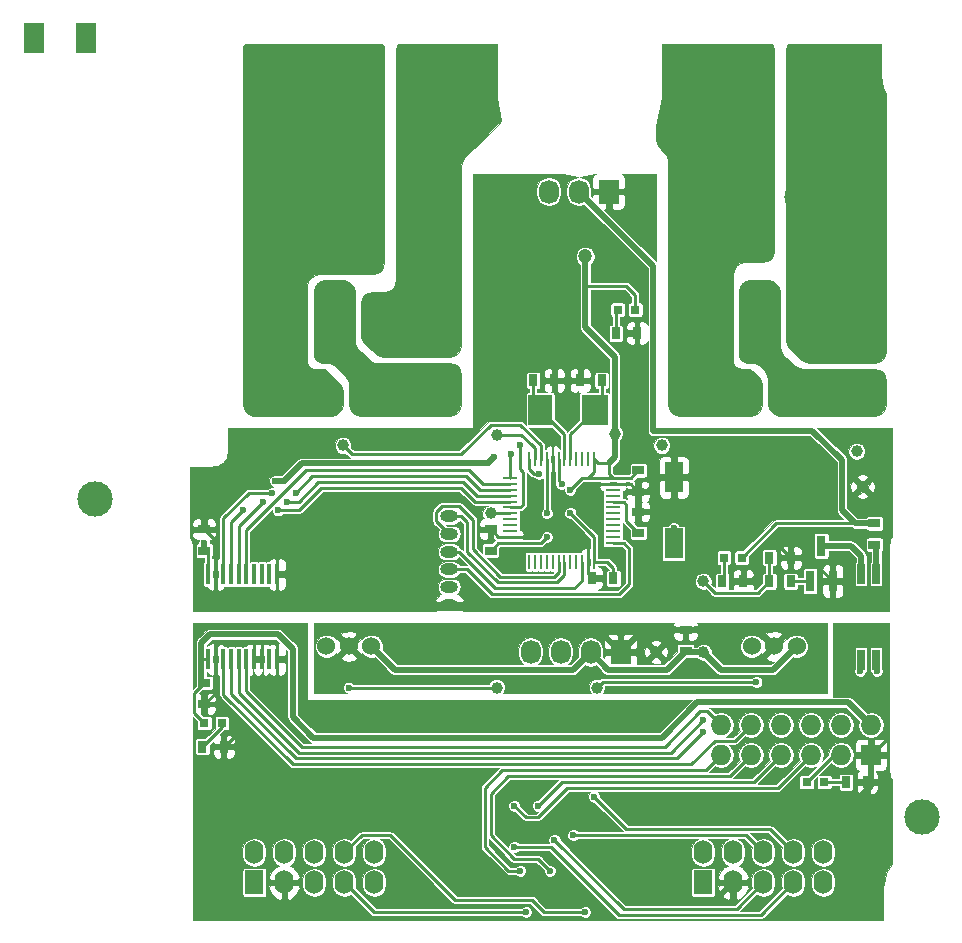
<source format=gbr>
G04 #@! TF.FileFunction,Copper,L1,Top,Signal*
%FSLAX46Y46*%
G04 Gerber Fmt 4.6, Leading zero omitted, Abs format (unit mm)*
G04 Created by KiCad (PCBNEW 4.0.5) date 02/07/17 23:03:00*
%MOMM*%
%LPD*%
G01*
G04 APERTURE LIST*
%ADD10C,0.100000*%
%ADD11C,2.500000*%
%ADD12C,5.000000*%
%ADD13C,1.524000*%
%ADD14O,8.000000X3.500000*%
%ADD15R,1.000000X0.800000*%
%ADD16R,1.600000X2.000000*%
%ADD17O,1.600000X2.000000*%
%ADD18R,1.727200X2.032000*%
%ADD19O,1.727200X2.032000*%
%ADD20R,1.727200X1.727200*%
%ADD21O,1.727200X1.727200*%
%ADD22R,0.800000X1.000000*%
%ADD23O,1.524000X1.000000*%
%ADD24R,2.200000X2.600000*%
%ADD25R,2.000000X2.600000*%
%ADD26R,0.800100X1.800860*%
%ADD27R,0.650000X1.700000*%
%ADD28R,0.250000X1.300000*%
%ADD29R,1.300000X0.250000*%
%ADD30R,1.500000X2.600000*%
%ADD31R,0.797560X0.797560*%
%ADD32R,0.450000X1.750000*%
%ADD33R,3.000000X6.500000*%
%ADD34R,6.451600X3.000000*%
%ADD35C,1.000000*%
%ADD36R,1.800000X2.600000*%
%ADD37C,3.000000*%
%ADD38C,0.600000*%
%ADD39C,1.200000*%
%ADD40C,0.500000*%
%ADD41C,0.250000*%
%ADD42C,0.026000*%
G04 APERTURE END LIST*
D10*
D11*
X57500000Y-13500000D03*
X62580000Y-13500000D03*
D12*
X53690000Y-5880000D03*
X66390000Y-5880000D03*
D11*
X25500000Y-14000000D03*
X30580000Y-14000000D03*
D12*
X21690000Y-6380000D03*
X34390000Y-6380000D03*
D13*
X26410000Y-51500000D03*
X24500000Y-51500000D03*
X22590000Y-51500000D03*
D14*
X19500000Y-30100000D03*
X29500000Y-30100000D03*
D13*
X62410000Y-51500000D03*
X60500000Y-51500000D03*
X58590000Y-51500000D03*
D14*
X55500000Y-30100000D03*
X65500000Y-30100000D03*
D15*
X53000000Y-51900000D03*
X53000000Y-50100000D03*
D16*
X54500000Y-71500000D03*
D17*
X54500000Y-68960000D03*
X57040000Y-71500000D03*
X57040000Y-68960000D03*
X59580000Y-71500000D03*
X59580000Y-68960000D03*
X62120000Y-71500000D03*
X62120000Y-68960000D03*
X64660000Y-71500000D03*
X64660000Y-68960000D03*
D18*
X47500000Y-52000000D03*
D19*
X44960000Y-52000000D03*
X42420000Y-52000000D03*
X39880000Y-52000000D03*
D20*
X68700000Y-60700000D03*
D21*
X68700000Y-58160000D03*
X66160000Y-60700000D03*
X66160000Y-58160000D03*
X63620000Y-60700000D03*
X63620000Y-58160000D03*
X61080000Y-60700000D03*
X61080000Y-58160000D03*
X58540000Y-60700000D03*
X58540000Y-58160000D03*
X56000000Y-60700000D03*
X56000000Y-58160000D03*
D22*
X44100000Y-29000000D03*
X45900000Y-29000000D03*
X41900000Y-29000000D03*
X40100000Y-29000000D03*
D15*
X36500000Y-43400000D03*
X36500000Y-41600000D03*
D23*
X33000000Y-48000000D03*
X33000000Y-46500000D03*
X33000000Y-45000000D03*
X33000000Y-43500000D03*
X33000000Y-42000000D03*
X33000000Y-40500000D03*
D15*
X49000000Y-41900000D03*
X49000000Y-40100000D03*
D24*
X45300000Y-31500000D03*
D25*
X40700000Y-31500000D03*
D26*
X63550000Y-46001140D03*
X65450000Y-46001140D03*
X64500000Y-42998860D03*
D15*
X69000000Y-41100000D03*
X69000000Y-42900000D03*
D22*
X60100000Y-46000000D03*
X61900000Y-46000000D03*
X61900000Y-44000000D03*
X60100000Y-44000000D03*
D27*
X69135000Y-45350000D03*
X67865000Y-45350000D03*
X67865000Y-52650000D03*
X69135000Y-52650000D03*
D15*
X49000000Y-36600000D03*
X49000000Y-38400000D03*
D22*
X46900000Y-45750000D03*
X45100000Y-45750000D03*
D28*
X45250000Y-35650000D03*
X44750000Y-35650000D03*
X44250000Y-35650000D03*
X43750000Y-35650000D03*
X43250000Y-35650000D03*
X42750000Y-35650000D03*
X42250000Y-35650000D03*
X41750000Y-35650000D03*
X41250000Y-35650000D03*
X40750000Y-35650000D03*
X40250000Y-35650000D03*
X39750000Y-35650000D03*
D29*
X38150000Y-37250000D03*
X38150000Y-37750000D03*
X38150000Y-38250000D03*
X38150000Y-38750000D03*
X38150000Y-39250000D03*
X38150000Y-39750000D03*
X38150000Y-40250000D03*
X38150000Y-40750000D03*
X38150000Y-41250000D03*
X38150000Y-41750000D03*
X38150000Y-42250000D03*
X38150000Y-42750000D03*
D28*
X39750000Y-44350000D03*
X40250000Y-44350000D03*
X40750000Y-44350000D03*
X41250000Y-44350000D03*
X41750000Y-44350000D03*
X42250000Y-44350000D03*
X42750000Y-44350000D03*
X43250000Y-44350000D03*
X43750000Y-44350000D03*
X44250000Y-44350000D03*
X44750000Y-44350000D03*
X45250000Y-44350000D03*
D29*
X46850000Y-42750000D03*
X46850000Y-42250000D03*
X46850000Y-41750000D03*
X46850000Y-41250000D03*
X46850000Y-40750000D03*
X46850000Y-40250000D03*
X46850000Y-39750000D03*
X46850000Y-39250000D03*
X46850000Y-38750000D03*
X46850000Y-38250000D03*
X46850000Y-37750000D03*
X46850000Y-37250000D03*
D16*
X16500000Y-71500000D03*
D17*
X16500000Y-68960000D03*
X19040000Y-71500000D03*
X19040000Y-68960000D03*
X21580000Y-71500000D03*
X21580000Y-68960000D03*
X24120000Y-71500000D03*
X24120000Y-68960000D03*
X26660000Y-71500000D03*
X26660000Y-68960000D03*
D30*
X52000000Y-42800000D03*
X52000000Y-37200000D03*
D31*
X64749300Y-63000000D03*
X63250700Y-63000000D03*
X13749300Y-58000000D03*
X12250700Y-58000000D03*
X47250700Y-23000000D03*
X48749300Y-23000000D03*
X56250700Y-44000000D03*
X57749300Y-44000000D03*
D22*
X66600000Y-63000000D03*
X68400000Y-63000000D03*
X12100000Y-60000000D03*
X13900000Y-60000000D03*
X47100000Y-25000000D03*
X48900000Y-25000000D03*
X56100000Y-46000000D03*
X57900000Y-46000000D03*
D15*
X12250000Y-54600000D03*
X12250000Y-56400000D03*
X12250000Y-43400000D03*
X12250000Y-41600000D03*
D32*
X12575000Y-52600000D03*
X13225000Y-52600000D03*
X13875000Y-52600000D03*
X14525000Y-52600000D03*
X15175000Y-52600000D03*
X15825000Y-52600000D03*
X16475000Y-52600000D03*
X17125000Y-52600000D03*
X17775000Y-52600000D03*
X18425000Y-52600000D03*
X18425000Y-45400000D03*
X17775000Y-45400000D03*
X17125000Y-45400000D03*
X16475000Y-45400000D03*
X15825000Y-45400000D03*
X15175000Y-45400000D03*
X14525000Y-45400000D03*
X13875000Y-45400000D03*
X13225000Y-45400000D03*
X12575000Y-45400000D03*
D33*
X23200000Y-24000000D03*
D34*
X28900000Y-24400000D03*
D33*
X59200000Y-24000000D03*
D34*
X64900000Y-24400000D03*
D18*
X46500000Y-13000000D03*
D19*
X43960000Y-13000000D03*
X41420000Y-13000000D03*
D35*
X50500000Y-52000000D03*
X54500000Y-52000000D03*
X45500000Y-55000000D03*
X37000000Y-55000000D03*
X24000000Y-34500000D03*
X37000000Y-33600000D03*
X54500000Y-46000000D03*
X67500000Y-35000000D03*
X36500000Y-40250000D03*
X47000000Y-33500000D03*
X68000000Y-38000000D03*
X51000000Y-34500000D03*
D36*
X-2200000Y0D03*
X2200000Y0D03*
D37*
X3000000Y-39000000D03*
X73000000Y-66000000D03*
D38*
X34500000Y-71500000D03*
X33250000Y-69500000D03*
X27000000Y-73250000D03*
X25000000Y-73750000D03*
X44500000Y-54000000D03*
X25000000Y-50000000D03*
X24000000Y-50000000D03*
X23000000Y-50000000D03*
X22000000Y-50000000D03*
X60000000Y-50000000D03*
X61000000Y-50000000D03*
X62000000Y-50000000D03*
X63000000Y-50000000D03*
X64000000Y-50000000D03*
X45000000Y-50000000D03*
X46000000Y-50000000D03*
X47000000Y-50000000D03*
X48000000Y-50000000D03*
X49000000Y-50000000D03*
X50000000Y-50000000D03*
X51000000Y-50000000D03*
X52000000Y-50000000D03*
X53000000Y-50000000D03*
X54000000Y-50000000D03*
X55000000Y-50000000D03*
X56000000Y-50000000D03*
X57000000Y-50000000D03*
X58000000Y-50000000D03*
X59000000Y-50000000D03*
X44000000Y-50000000D03*
X43000000Y-50000000D03*
X42000000Y-50000000D03*
X41000000Y-50000000D03*
X40000000Y-50000000D03*
X39000000Y-50000000D03*
X38000000Y-50000000D03*
X37000000Y-50000000D03*
X36000000Y-50000000D03*
X35000000Y-50000000D03*
X34000000Y-50000000D03*
X33000000Y-50000000D03*
X32000000Y-50000000D03*
X31000000Y-50000000D03*
X30000000Y-50000000D03*
X29000000Y-50000000D03*
X28000000Y-50000000D03*
X27000000Y-50000000D03*
X26000000Y-50000000D03*
X20750000Y-56500000D03*
X47750000Y-56500000D03*
X52500000Y-56500000D03*
X68000000Y-55500000D03*
D39*
X52500000Y-72500000D03*
X47750000Y-64500000D03*
X47750000Y-68750000D03*
D38*
X69200000Y-53600000D03*
X41905000Y-67905000D03*
X43500000Y-67500000D03*
X38500000Y-68500000D03*
X45250000Y-64250000D03*
X39500000Y-74000000D03*
X44500000Y-74000000D03*
X59000000Y-54500000D03*
X24500000Y-55000000D03*
X38500000Y-65000000D03*
X54500000Y-58750000D03*
X40500000Y-65000000D03*
X54500000Y-57750000D03*
X41500000Y-70500000D03*
X39000000Y-70500000D03*
X67800000Y-53600000D03*
X36250000Y-32000000D03*
X41500000Y-17500000D03*
X37500000Y-15500000D03*
X37500000Y-18500000D03*
X45500000Y-24250000D03*
X45500000Y-21750000D03*
X68000000Y-48000000D03*
X69000000Y-48000000D03*
X56000000Y-48000000D03*
X57000000Y-48000000D03*
X58000000Y-48000000D03*
X59000000Y-48000000D03*
X60000000Y-48000000D03*
X61000000Y-48000000D03*
X62000000Y-48000000D03*
X63000000Y-48000000D03*
X64000000Y-48000000D03*
X65000000Y-48000000D03*
X66000000Y-48000000D03*
X67000000Y-48000000D03*
X55000000Y-48000000D03*
X46000000Y-48000000D03*
X47000000Y-48000000D03*
X48000000Y-48000000D03*
X49000000Y-48000000D03*
X50000000Y-48000000D03*
X51000000Y-48000000D03*
X52000000Y-48000000D03*
X53000000Y-48000000D03*
X54000000Y-48000000D03*
X40000000Y-48000000D03*
X41000000Y-48000000D03*
X42000000Y-48000000D03*
X43000000Y-48000000D03*
X44000000Y-48000000D03*
X45000000Y-48000000D03*
X30000000Y-48000000D03*
X31000000Y-48000000D03*
X21000000Y-48000000D03*
X22000000Y-48000000D03*
X23000000Y-48000000D03*
X24000000Y-48000000D03*
X25000000Y-48000000D03*
X26000000Y-48000000D03*
X27000000Y-48000000D03*
X28000000Y-48000000D03*
X29000000Y-48000000D03*
X13000000Y-48000000D03*
X14000000Y-48000000D03*
X15000000Y-48000000D03*
X16000000Y-48000000D03*
X17000000Y-48000000D03*
X18000000Y-48000000D03*
X19000000Y-48000000D03*
X20000000Y-48000000D03*
X12000000Y-48000000D03*
X40500000Y-38750000D03*
X42250000Y-41750000D03*
X44250000Y-39750000D03*
D39*
X48750000Y-33500000D03*
D38*
X48250000Y-25000000D03*
X43000000Y-29000000D03*
X18500000Y-34500000D03*
X36750000Y-35500000D03*
X18250000Y-37500000D03*
X19000000Y-37500000D03*
X12250000Y-42750000D03*
X36250000Y-36000000D03*
D39*
X44500000Y-18500000D03*
D38*
X41250000Y-42250000D03*
X41250000Y-40250000D03*
X43250000Y-40250000D03*
X43250000Y-38250000D03*
X42500000Y-37750000D03*
X52000000Y-41500000D03*
X40600000Y-36900000D03*
X18000000Y-38500000D03*
X20000000Y-38500000D03*
X17250000Y-39250000D03*
X19250000Y-39250000D03*
X18500000Y-40000000D03*
X15500000Y-40000000D03*
X39000000Y-34500000D03*
X38200000Y-35200000D03*
D40*
X54500000Y-52000000D02*
X56000000Y-53500000D01*
X56000000Y-53500000D02*
X60410000Y-53500000D01*
X60410000Y-53500000D02*
X62410000Y-51500000D01*
X53000000Y-51900000D02*
X53100000Y-52000000D01*
X53100000Y-52000000D02*
X54500000Y-52000000D01*
X53000000Y-51900000D02*
X51400000Y-53500000D01*
X51400000Y-53500000D02*
X46460000Y-53500000D01*
X46460000Y-53500000D02*
X44960000Y-52000000D01*
X44960000Y-52000000D02*
X43460000Y-53500000D01*
X28410000Y-53500000D02*
X26410000Y-51500000D01*
X43460000Y-53500000D02*
X28410000Y-53500000D01*
D41*
X34500000Y-70750000D02*
X34500000Y-71500000D01*
X33250000Y-69500000D02*
X34500000Y-70750000D01*
X19040000Y-71500000D02*
X19040000Y-73290000D01*
X19500000Y-73750000D02*
X25000000Y-73750000D01*
X19040000Y-73290000D02*
X19500000Y-73750000D01*
X26000000Y-50000000D02*
X25000000Y-50000000D01*
X24000000Y-50000000D02*
X23000000Y-50000000D01*
X60000000Y-50000000D02*
X61000000Y-50000000D01*
X62000000Y-50000000D02*
X63000000Y-50000000D01*
X44000000Y-50000000D02*
X45000000Y-50000000D01*
X46000000Y-50000000D02*
X47000000Y-50000000D01*
X48000000Y-50000000D02*
X49000000Y-50000000D01*
X50000000Y-50000000D02*
X51000000Y-50000000D01*
X52000000Y-50000000D02*
X53000000Y-50000000D01*
X54000000Y-50000000D02*
X55000000Y-50000000D01*
X56000000Y-50000000D02*
X57000000Y-50000000D01*
X58000000Y-50000000D02*
X59000000Y-50000000D01*
X43000000Y-50000000D02*
X44000000Y-50000000D01*
X41000000Y-50000000D02*
X42000000Y-50000000D01*
X39000000Y-50000000D02*
X40000000Y-50000000D01*
X37000000Y-50000000D02*
X38000000Y-50000000D01*
X35000000Y-50000000D02*
X36000000Y-50000000D01*
X33000000Y-50000000D02*
X34000000Y-50000000D01*
X31000000Y-50000000D02*
X32000000Y-50000000D01*
X29000000Y-50000000D02*
X30000000Y-50000000D01*
X27000000Y-50000000D02*
X28000000Y-50000000D01*
X24500000Y-51500000D02*
X26000000Y-50000000D01*
X47750000Y-56500000D02*
X52500000Y-56500000D01*
X68000000Y-55500000D02*
X70000000Y-57500000D01*
X70000000Y-57500000D02*
X70000000Y-59400000D01*
X70000000Y-59400000D02*
X68700000Y-60700000D01*
D40*
X53000000Y-50100000D02*
X59100000Y-50100000D01*
X59100000Y-50100000D02*
X60500000Y-51500000D01*
X47500000Y-52000000D02*
X49400000Y-50100000D01*
X49400000Y-50100000D02*
X53000000Y-50100000D01*
D41*
X12250000Y-56400000D02*
X13900000Y-56400000D01*
X13900000Y-56400000D02*
X14750000Y-57250000D01*
X14750000Y-57250000D02*
X14750000Y-59150000D01*
X14750000Y-59150000D02*
X13900000Y-60000000D01*
X13225000Y-52600000D02*
X13225000Y-55425000D01*
X13225000Y-55425000D02*
X12250000Y-56400000D01*
X17125000Y-52600000D02*
X17125000Y-51250000D01*
X17125000Y-51250000D02*
X17250000Y-51250000D01*
X16475000Y-52600000D02*
X16475000Y-51250000D01*
X16475000Y-51250000D02*
X16500000Y-51250000D01*
X18250000Y-51250000D02*
X17250000Y-51250000D01*
X17250000Y-51250000D02*
X16500000Y-51250000D01*
X16500000Y-51250000D02*
X13500000Y-51250000D01*
X18425000Y-52600000D02*
X18425000Y-51425000D01*
X18425000Y-51425000D02*
X18250000Y-51250000D01*
X13225000Y-52600000D02*
X13225000Y-51525000D01*
X13225000Y-51525000D02*
X13500000Y-51250000D01*
X68400000Y-63000000D02*
X68700000Y-62700000D01*
X68700000Y-62700000D02*
X68700000Y-60700000D01*
D40*
X68700000Y-60700000D02*
X68700000Y-63300000D01*
X68700000Y-63300000D02*
X67500000Y-64500000D01*
X67500000Y-64500000D02*
X47750000Y-64500000D01*
X24500000Y-51500000D02*
X26000000Y-50000000D01*
X26000000Y-50000000D02*
X45500000Y-50000000D01*
X45500000Y-50000000D02*
X47500000Y-52000000D01*
X52500000Y-73000000D02*
X52500000Y-72500000D01*
X47750000Y-68750000D02*
X47750000Y-71000000D01*
X47750000Y-71000000D02*
X49750000Y-73000000D01*
X57040000Y-71500000D02*
X55540000Y-73000000D01*
X55540000Y-73000000D02*
X52500000Y-73000000D01*
X52500000Y-73000000D02*
X49750000Y-73000000D01*
D41*
X69200000Y-53600000D02*
X69135000Y-53535000D01*
X69135000Y-53535000D02*
X69135000Y-52650000D01*
X63250700Y-63000000D02*
X65550700Y-60700000D01*
X65550700Y-60700000D02*
X66160000Y-60700000D01*
X57330000Y-73750000D02*
X59580000Y-71500000D01*
X47750000Y-73750000D02*
X57330000Y-73750000D01*
X41905000Y-67905000D02*
X47750000Y-73750000D01*
X58120000Y-67500000D02*
X59580000Y-68960000D01*
X43500000Y-67500000D02*
X58120000Y-67500000D01*
X41600000Y-68500000D02*
X47350000Y-74250000D01*
X38500000Y-68500000D02*
X41600000Y-68500000D01*
X59370000Y-74250000D02*
X62120000Y-71500000D01*
X47350000Y-74250000D02*
X59370000Y-74250000D01*
X62120000Y-68960000D02*
X60160000Y-67000000D01*
X48000000Y-67000000D02*
X45250000Y-64250000D01*
X60160000Y-67000000D02*
X48000000Y-67000000D01*
X26620000Y-74000000D02*
X24120000Y-71500000D01*
X39500000Y-74000000D02*
X26620000Y-74000000D01*
X44500000Y-74000000D02*
X41000000Y-74000000D01*
X41000000Y-74000000D02*
X40000000Y-73000000D01*
X40000000Y-73000000D02*
X33500000Y-73000000D01*
X33500000Y-73000000D02*
X28000000Y-67500000D01*
X24120000Y-68960000D02*
X25580000Y-67500000D01*
X25580000Y-67500000D02*
X28000000Y-67500000D01*
X45500000Y-55000000D02*
X46000000Y-54500000D01*
X46000000Y-54500000D02*
X59000000Y-54500000D01*
X24500000Y-55000000D02*
X37000000Y-55000000D01*
X38500000Y-65000000D02*
X39500000Y-66000000D01*
X60820000Y-63500000D02*
X63620000Y-60700000D01*
X43000000Y-63500000D02*
X60820000Y-63500000D01*
X40500000Y-66000000D02*
X43000000Y-63500000D01*
X39500000Y-66000000D02*
X40500000Y-66000000D01*
X54500000Y-58750000D02*
X52250000Y-61000000D01*
X52250000Y-61000000D02*
X20000000Y-61000000D01*
X20000000Y-61000000D02*
X14525000Y-55525000D01*
X14525000Y-55525000D02*
X14525000Y-52600000D01*
X14525000Y-55525000D02*
X14525000Y-52600000D01*
X40500000Y-65000000D02*
X42500000Y-63000000D01*
X58780000Y-63000000D02*
X61080000Y-60700000D01*
X42500000Y-63000000D02*
X58780000Y-63000000D01*
X54500000Y-57750000D02*
X51750000Y-60500000D01*
X51750000Y-60500000D02*
X20250000Y-60500000D01*
X20250000Y-60500000D02*
X15175000Y-55425000D01*
X15175000Y-55425000D02*
X15175000Y-52600000D01*
X15175000Y-55425000D02*
X15175000Y-52600000D01*
X36500000Y-67500000D02*
X36500000Y-64000000D01*
X40500000Y-69500000D02*
X38500000Y-69500000D01*
X38500000Y-69500000D02*
X36500000Y-67500000D01*
X41500000Y-70500000D02*
X40500000Y-69500000D01*
X56740000Y-62500000D02*
X58540000Y-60700000D01*
X38000000Y-62500000D02*
X56740000Y-62500000D01*
X36500000Y-64000000D02*
X38000000Y-62500000D01*
X13875000Y-55625000D02*
X19750000Y-61500000D01*
X19750000Y-61500000D02*
X53500000Y-61500000D01*
X53500000Y-61500000D02*
X55500000Y-59500000D01*
X13875000Y-55625000D02*
X13875000Y-52600000D01*
X58540000Y-58160000D02*
X57200000Y-59500000D01*
X57200000Y-59500000D02*
X55500000Y-59500000D01*
X58540000Y-58160000D02*
X57200000Y-59500000D01*
X57200000Y-59500000D02*
X58540000Y-58160000D01*
X56000000Y-60700000D02*
X54700000Y-62000000D01*
X54700000Y-62000000D02*
X37500000Y-62000000D01*
X36000000Y-63500000D02*
X36000000Y-68500000D01*
X37500000Y-62000000D02*
X36000000Y-63500000D01*
X39000000Y-70500000D02*
X38000000Y-70500000D01*
X38000000Y-70500000D02*
X36000000Y-68500000D01*
X54250000Y-57000000D02*
X51250000Y-60000000D01*
X51250000Y-60000000D02*
X20500000Y-60000000D01*
X20500000Y-60000000D02*
X15825000Y-55325000D01*
X15825000Y-55325000D02*
X15825000Y-52600000D01*
X56000000Y-58160000D02*
X54840000Y-57000000D01*
X54840000Y-57000000D02*
X54250000Y-57000000D01*
X15825000Y-55325000D02*
X15825000Y-52600000D01*
X67865000Y-52650000D02*
X67865000Y-53535000D01*
X67865000Y-53535000D02*
X67800000Y-53600000D01*
X66160000Y-58160000D02*
X66200000Y-58120000D01*
X36375000Y-31875000D02*
X36250000Y-32000000D01*
X37500000Y-18500000D02*
X40500000Y-18500000D01*
X40500000Y-18500000D02*
X41500000Y-17500000D01*
X37500000Y-18500000D02*
X37500000Y-15500000D01*
X45500000Y-21750000D02*
X45500000Y-24250000D01*
X67000000Y-48000000D02*
X68000000Y-48000000D01*
X55000000Y-48000000D02*
X56000000Y-48000000D01*
X57000000Y-48000000D02*
X58000000Y-48000000D01*
X59000000Y-48000000D02*
X60000000Y-48000000D01*
X61000000Y-48000000D02*
X62000000Y-48000000D01*
X63000000Y-48000000D02*
X64000000Y-48000000D01*
X65000000Y-48000000D02*
X66000000Y-48000000D01*
X55000000Y-48000000D02*
X55000000Y-48250000D01*
X45000000Y-48000000D02*
X46000000Y-48000000D01*
X47000000Y-48000000D02*
X48000000Y-48000000D01*
X49000000Y-48000000D02*
X50000000Y-48000000D01*
X51000000Y-48000000D02*
X52000000Y-48000000D01*
X53000000Y-48000000D02*
X54000000Y-48000000D01*
X33000000Y-48000000D02*
X40000000Y-48000000D01*
X41000000Y-48000000D02*
X42000000Y-48000000D01*
X43000000Y-48000000D02*
X44000000Y-48000000D01*
X45000000Y-48000000D02*
X45000000Y-48250000D01*
X29000000Y-48000000D02*
X30000000Y-48000000D01*
X31000000Y-48000000D02*
X31000000Y-48250000D01*
X21000000Y-48000000D02*
X22000000Y-48000000D01*
X23000000Y-48000000D02*
X24000000Y-48000000D01*
X25000000Y-48000000D02*
X26000000Y-48000000D01*
X27000000Y-48000000D02*
X28000000Y-48000000D01*
X29000000Y-48000000D02*
X29000000Y-48250000D01*
X13000000Y-48000000D02*
X14000000Y-48000000D01*
X15000000Y-48000000D02*
X16000000Y-48000000D01*
X17000000Y-48000000D02*
X18000000Y-48000000D01*
X19000000Y-48000000D02*
X20000000Y-48000000D01*
X13225000Y-45400000D02*
X13225000Y-46775000D01*
X13225000Y-46775000D02*
X12000000Y-48000000D01*
X41000000Y-41500000D02*
X40500000Y-41000000D01*
X40500000Y-41000000D02*
X40500000Y-38750000D01*
X43000000Y-41000000D02*
X42250000Y-41750000D01*
X43500000Y-39000000D02*
X44250000Y-39750000D01*
D40*
X50125000Y-37250000D02*
X51950000Y-37250000D01*
X51950000Y-37250000D02*
X52000000Y-37200000D01*
X50125000Y-36125000D02*
X50125000Y-37250000D01*
X50125000Y-37250000D02*
X50125000Y-38125000D01*
X50125000Y-38125000D02*
X49850000Y-38400000D01*
X49850000Y-38400000D02*
X49000000Y-38400000D01*
X48750000Y-33500000D02*
X48750000Y-34750000D01*
X48750000Y-34750000D02*
X50125000Y-36125000D01*
D41*
X48900000Y-25000000D02*
X48250000Y-25000000D01*
X18500000Y-34500000D02*
X19500000Y-33500000D01*
X19500000Y-33500000D02*
X34750000Y-33500000D01*
X34750000Y-33500000D02*
X36375000Y-31875000D01*
X36375000Y-31875000D02*
X38250000Y-30000000D01*
X38250000Y-30000000D02*
X38250000Y-28750000D01*
X38250000Y-28750000D02*
X39250000Y-27750000D01*
X39250000Y-27750000D02*
X41500000Y-27750000D01*
X41500000Y-27750000D02*
X41900000Y-28150000D01*
X41900000Y-28150000D02*
X41900000Y-29000000D01*
X46850000Y-37750000D02*
X48350000Y-37750000D01*
X48350000Y-37750000D02*
X49000000Y-38400000D01*
X49000000Y-38400000D02*
X49000000Y-40100000D01*
X61900000Y-44000000D02*
X60900000Y-43000000D01*
X60900000Y-43000000D02*
X59500000Y-43000000D01*
X57900000Y-46000000D02*
X58500000Y-46000000D01*
X58500000Y-46000000D02*
X59000000Y-45500000D01*
X59000000Y-45500000D02*
X59000000Y-43500000D01*
X59000000Y-43500000D02*
X59500000Y-43000000D01*
X38150000Y-42250000D02*
X37150000Y-42250000D01*
X37150000Y-42250000D02*
X36500000Y-41600000D01*
X44750000Y-44350000D02*
X44750000Y-45400000D01*
X44750000Y-45400000D02*
X45100000Y-45750000D01*
X41750000Y-35650000D02*
X41750000Y-39750000D01*
X41750000Y-39750000D02*
X42250000Y-40250000D01*
X44750000Y-44350000D02*
X44750000Y-42750000D01*
X42250000Y-40250000D02*
X42000000Y-40500000D01*
X44750000Y-42750000D02*
X43000000Y-41000000D01*
X43000000Y-41000000D02*
X42250000Y-40250000D01*
X38150000Y-42250000D02*
X40250000Y-42250000D01*
X44750000Y-37750000D02*
X46850000Y-37750000D01*
X40250000Y-42250000D02*
X41000000Y-41500000D01*
X41000000Y-41500000D02*
X42000000Y-40500000D01*
X42000000Y-40500000D02*
X43500000Y-39000000D01*
X43500000Y-39000000D02*
X44750000Y-37750000D01*
X12250000Y-39000000D02*
X12250000Y-41600000D01*
X16750000Y-34500000D02*
X12250000Y-39000000D01*
X18500000Y-34500000D02*
X16750000Y-34500000D01*
X41900000Y-29000000D02*
X43000000Y-29000000D01*
X43000000Y-29000000D02*
X44100000Y-29000000D01*
X13225000Y-45400000D02*
X13225000Y-47475000D01*
D40*
X14000000Y-48250000D02*
X29000000Y-48250000D01*
X29000000Y-48250000D02*
X29250000Y-48250000D01*
X29250000Y-48250000D02*
X31000000Y-48250000D01*
X31000000Y-48250000D02*
X32750000Y-48250000D01*
D41*
X13225000Y-47475000D02*
X14000000Y-48250000D01*
X13250000Y-45425000D02*
X13225000Y-45400000D01*
D40*
X33000000Y-48000000D02*
X32750000Y-48250000D01*
X65450000Y-46001140D02*
X65450000Y-47550000D01*
X64750000Y-48250000D02*
X55000000Y-48250000D01*
X55000000Y-48250000D02*
X45000000Y-48250000D01*
X45000000Y-48250000D02*
X33250000Y-48250000D01*
X65450000Y-47550000D02*
X64750000Y-48250000D01*
X33250000Y-48250000D02*
X33000000Y-48000000D01*
D41*
X61900000Y-44000000D02*
X63448860Y-44000000D01*
X63448860Y-44000000D02*
X65450000Y-46001140D01*
X13225000Y-45400000D02*
X13225000Y-46725000D01*
X18425000Y-46825000D02*
X18425000Y-45400000D01*
X18250000Y-47000000D02*
X18425000Y-46825000D01*
X13500000Y-47000000D02*
X18250000Y-47000000D01*
X13225000Y-46725000D02*
X13500000Y-47000000D01*
X13225000Y-45400000D02*
X13225000Y-42575000D01*
X13225000Y-42575000D02*
X12250000Y-41600000D01*
X45300000Y-31500000D02*
X43250000Y-33550000D01*
X43250000Y-33550000D02*
X43250000Y-35650000D01*
X45900000Y-29000000D02*
X45900000Y-30900000D01*
X45900000Y-30900000D02*
X45300000Y-31500000D01*
X42750000Y-35650000D02*
X42750000Y-33550000D01*
X42750000Y-33550000D02*
X40700000Y-31500000D01*
X40100000Y-29000000D02*
X40100000Y-30900000D01*
X40100000Y-30900000D02*
X40700000Y-31500000D01*
X67350000Y-41100000D02*
X60649300Y-41100000D01*
X60649300Y-41100000D02*
X57749300Y-44000000D01*
D40*
X50250000Y-33250000D02*
X63750000Y-33250000D01*
X63750000Y-33250000D02*
X66250000Y-35750000D01*
X66250000Y-35750000D02*
X66250000Y-40000000D01*
X66250000Y-40000000D02*
X67350000Y-41100000D01*
X43960000Y-13000000D02*
X50250000Y-19290000D01*
X67350000Y-41100000D02*
X69000000Y-41100000D01*
X50250000Y-19290000D02*
X50250000Y-33250000D01*
X36250000Y-36000000D02*
X36750000Y-35500000D01*
X18250000Y-37500000D02*
X19000000Y-37500000D01*
X20500000Y-36000000D02*
X19000000Y-37500000D01*
X12250000Y-43400000D02*
X12250000Y-42750000D01*
X36250000Y-36000000D02*
X32000000Y-36000000D01*
X32000000Y-36000000D02*
X20500000Y-36000000D01*
D41*
X20500000Y-36000000D02*
X36250000Y-36000000D01*
X48749300Y-23000000D02*
X48749300Y-21749300D01*
X48749300Y-21749300D02*
X48000000Y-21000000D01*
X48000000Y-21000000D02*
X44500000Y-21000000D01*
D40*
X47000000Y-33500000D02*
X47000000Y-27000000D01*
X47000000Y-35500000D02*
X47000000Y-33500000D01*
D41*
X46850000Y-37250000D02*
X48350000Y-37250000D01*
X48350000Y-37250000D02*
X49000000Y-36600000D01*
X38150000Y-42750000D02*
X37150000Y-42750000D01*
X37150000Y-42750000D02*
X36500000Y-43400000D01*
X45250000Y-44350000D02*
X46350000Y-44350000D01*
X46900000Y-44900000D02*
X46900000Y-45750000D01*
X46350000Y-44350000D02*
X46900000Y-44900000D01*
X46500000Y-36000000D02*
X45600000Y-36000000D01*
X45600000Y-36000000D02*
X45250000Y-35650000D01*
X46500000Y-36000000D02*
X46500000Y-36900000D01*
D40*
X44500000Y-18500000D02*
X44500000Y-21000000D01*
X44500000Y-21000000D02*
X44500000Y-24500000D01*
X44500000Y-24500000D02*
X47000000Y-27000000D01*
X46500000Y-36000000D02*
X47000000Y-35500000D01*
D41*
X46500000Y-36900000D02*
X46850000Y-37250000D01*
X41250000Y-42250000D02*
X40750000Y-42750000D01*
X40750000Y-42750000D02*
X38150000Y-42750000D01*
X41250000Y-40250000D02*
X41250000Y-35650000D01*
X45250000Y-42250000D02*
X43250000Y-40250000D01*
X45250000Y-44350000D02*
X45250000Y-42250000D01*
X43250000Y-38250000D02*
X44250000Y-37250000D01*
X44250000Y-37250000D02*
X44750000Y-37250000D01*
X45250000Y-35650000D02*
X45250000Y-36750000D01*
X45250000Y-36750000D02*
X44750000Y-37250000D01*
X44750000Y-37250000D02*
X46850000Y-37250000D01*
X12250000Y-43400000D02*
X12575000Y-43725000D01*
X12575000Y-43725000D02*
X12575000Y-45400000D01*
X33000000Y-45000000D02*
X34500000Y-45000000D01*
X47750000Y-42750000D02*
X48250000Y-43250000D01*
X48250000Y-43250000D02*
X48250000Y-46250000D01*
X48250000Y-46250000D02*
X47400000Y-47100000D01*
X47750000Y-42750000D02*
X46850000Y-42750000D01*
X36600000Y-47100000D02*
X47400000Y-47100000D01*
X34500000Y-45000000D02*
X36600000Y-47100000D01*
X44250000Y-44350000D02*
X44250000Y-45950000D01*
X33800000Y-43500000D02*
X33000000Y-43500000D01*
X36900000Y-46600000D02*
X33800000Y-43500000D01*
X43600000Y-46600000D02*
X36900000Y-46600000D01*
X44250000Y-45950000D02*
X43600000Y-46600000D01*
X33000000Y-42000000D02*
X31900000Y-40900000D01*
X42250000Y-45250000D02*
X42250000Y-44350000D01*
X41900000Y-45600000D02*
X42250000Y-45250000D01*
X37300000Y-45600000D02*
X41900000Y-45600000D01*
X35000000Y-43300000D02*
X37300000Y-45600000D01*
X35000000Y-40800000D02*
X35000000Y-43300000D01*
X33800000Y-39600000D02*
X35000000Y-40800000D01*
X32400000Y-39600000D02*
X33800000Y-39600000D01*
X31900000Y-40100000D02*
X32400000Y-39600000D01*
X31900000Y-40900000D02*
X31900000Y-40100000D01*
X33000000Y-40500000D02*
X34000000Y-40500000D01*
X42750000Y-45450000D02*
X42750000Y-44350000D01*
X42100000Y-46100000D02*
X42750000Y-45450000D01*
X37100000Y-46100000D02*
X42100000Y-46100000D01*
X34500000Y-43500000D02*
X37100000Y-46100000D01*
X34500000Y-41000000D02*
X34500000Y-43500000D01*
X34000000Y-40500000D02*
X34500000Y-41000000D01*
X49000000Y-41900000D02*
X48000000Y-40900000D01*
X48000000Y-40900000D02*
X48000000Y-39500000D01*
X48000000Y-39500000D02*
X47750000Y-39250000D01*
X47750000Y-39250000D02*
X46850000Y-39250000D01*
X38150000Y-40250000D02*
X36750000Y-40250000D01*
X36750000Y-40250000D02*
X36500000Y-40500000D01*
X42250000Y-35650000D02*
X42250000Y-37500000D01*
X42250000Y-37500000D02*
X42500000Y-37750000D01*
X52000000Y-42800000D02*
X52000000Y-41500000D01*
X39750000Y-35650000D02*
X39750000Y-36500000D01*
X39750000Y-36500000D02*
X40150000Y-36900000D01*
X40150000Y-36900000D02*
X40600000Y-36900000D01*
X60100000Y-46000000D02*
X59100000Y-47000000D01*
X59100000Y-47000000D02*
X55500000Y-47000000D01*
X55500000Y-47000000D02*
X54500000Y-46000000D01*
X60100000Y-44000000D02*
X60100000Y-46000000D01*
D40*
X69135000Y-45350000D02*
X69135000Y-43035000D01*
X69135000Y-43035000D02*
X69000000Y-42900000D01*
X64500000Y-42998860D02*
X66998860Y-42998860D01*
X67865000Y-43865000D02*
X67865000Y-45350000D01*
X66998860Y-42998860D02*
X67865000Y-43865000D01*
D41*
X63550000Y-46001140D02*
X61901140Y-46001140D01*
X61901140Y-46001140D02*
X61900000Y-46000000D01*
X64749300Y-63000000D02*
X66600000Y-63000000D01*
X13749300Y-58000000D02*
X13749300Y-58350700D01*
X13749300Y-58350700D02*
X12100000Y-60000000D01*
X47250700Y-23000000D02*
X47100000Y-23150700D01*
X47100000Y-23150700D02*
X47100000Y-25000000D01*
X56250700Y-44000000D02*
X56250700Y-45849300D01*
X56250700Y-45849300D02*
X56100000Y-46000000D01*
X38150000Y-37750000D02*
X35850000Y-37750000D01*
X20900000Y-36600000D02*
X15825000Y-41675000D01*
X34700000Y-36600000D02*
X20900000Y-36600000D01*
X35850000Y-37750000D02*
X34700000Y-36600000D01*
X15825000Y-45400000D02*
X15825000Y-41675000D01*
X38150000Y-38250000D02*
X35600002Y-38250000D01*
X16000000Y-38500000D02*
X13875000Y-40625000D01*
X18000000Y-38500000D02*
X16000000Y-38500000D01*
X13875000Y-40625000D02*
X13875000Y-45400000D01*
X21400000Y-37100000D02*
X34450002Y-37100000D01*
X20000000Y-38500000D02*
X21400000Y-37100000D01*
X35600002Y-38250000D02*
X34450002Y-37100000D01*
X38150000Y-38750000D02*
X35350000Y-38750000D01*
X21900000Y-37600000D02*
X20250000Y-39250000D01*
X34200000Y-37600000D02*
X21900000Y-37600000D01*
X35350000Y-38750000D02*
X34200000Y-37600000D01*
X19250000Y-39250000D02*
X20250000Y-39250000D01*
X15175000Y-41325000D02*
X15175000Y-45400000D01*
X17250000Y-39250000D02*
X15175000Y-41325000D01*
X20250000Y-40000000D02*
X22150000Y-38100000D01*
X34000000Y-38100000D02*
X35150000Y-39250000D01*
X22150000Y-38100000D02*
X34000000Y-38100000D01*
X18500000Y-40000000D02*
X20250000Y-40000000D01*
X35150000Y-39250000D02*
X38150000Y-39250000D01*
X14525000Y-45400000D02*
X14525000Y-40975000D01*
X14525000Y-40975000D02*
X15500000Y-40000000D01*
X37000000Y-33600000D02*
X39100000Y-33600000D01*
X39100000Y-33600000D02*
X40250000Y-34750000D01*
X40250000Y-34750000D02*
X40250000Y-35650000D01*
X39100000Y-33600000D02*
X40000000Y-34500000D01*
X40250000Y-34750000D02*
X40250000Y-35650000D01*
X40000000Y-34500000D02*
X40250000Y-34750000D01*
X24000000Y-34500000D02*
X24750000Y-35250000D01*
X24750000Y-35250000D02*
X34000000Y-35250000D01*
X34000000Y-35250000D02*
X36500000Y-32750000D01*
X36500000Y-32750000D02*
X39000000Y-32750000D01*
X39000000Y-32750000D02*
X40750000Y-34500000D01*
X40750000Y-34500000D02*
X40750000Y-35750000D01*
X40750000Y-35750000D02*
X40750000Y-35650000D01*
X39000000Y-34500000D02*
X39000000Y-36500000D01*
X39000000Y-36500000D02*
X39250000Y-36750000D01*
X38150000Y-39750000D02*
X39000000Y-39750000D01*
X39250000Y-39500000D02*
X39250000Y-36750000D01*
X39000000Y-39750000D02*
X39250000Y-39500000D01*
X38150000Y-37250000D02*
X38150000Y-35250000D01*
X38150000Y-35250000D02*
X38200000Y-35200000D01*
X12250700Y-58000000D02*
X11400000Y-57149300D01*
X11400000Y-57149300D02*
X11400000Y-55450000D01*
X11400000Y-55450000D02*
X12250000Y-54600000D01*
D40*
X68700000Y-58160000D02*
X66790000Y-56250000D01*
X66790000Y-56250000D02*
X54000000Y-56250000D01*
X54000000Y-56250000D02*
X51000000Y-59250000D01*
X51000000Y-59250000D02*
X21500000Y-59250000D01*
X21500000Y-59250000D02*
X19750000Y-57500000D01*
X19750000Y-57500000D02*
X19750000Y-51750000D01*
D41*
X12575000Y-52600000D02*
X12000000Y-52600000D01*
X12000000Y-52600000D02*
X12000000Y-52500000D01*
D40*
X12000000Y-54600000D02*
X12000000Y-52500000D01*
X12000000Y-52500000D02*
X12000000Y-51250000D01*
X12000000Y-51250000D02*
X12750000Y-50500000D01*
X12750000Y-50500000D02*
X18500000Y-50500000D01*
X18500000Y-50500000D02*
X19750000Y-51750000D01*
D42*
G36*
X70212000Y-62000000D02*
X70217534Y-62027821D01*
X70217534Y-62056186D01*
X70293654Y-62438869D01*
X70336657Y-62542687D01*
X70487000Y-62767691D01*
X70487000Y-69946485D01*
X69988900Y-70691943D01*
X69988898Y-70691945D01*
X69945895Y-70795764D01*
X69717534Y-71943814D01*
X69717534Y-71972179D01*
X69712000Y-72000000D01*
X69712000Y-74712000D01*
X11288000Y-74712000D01*
X11288000Y-70500000D01*
X15482828Y-70500000D01*
X15482828Y-72500000D01*
X15497680Y-72578933D01*
X15544329Y-72651428D01*
X15615508Y-72700062D01*
X15700000Y-72717172D01*
X17300000Y-72717172D01*
X17378933Y-72702320D01*
X17451428Y-72655671D01*
X17500062Y-72584492D01*
X17517172Y-72500000D01*
X17517172Y-71946560D01*
X17745373Y-71946560D01*
X17938275Y-72423224D01*
X18298905Y-72789784D01*
X18598785Y-72945139D01*
X18799000Y-72866107D01*
X18799000Y-71741000D01*
X19281000Y-71741000D01*
X19281000Y-72866107D01*
X19481215Y-72945139D01*
X19781095Y-72789784D01*
X20141725Y-72423224D01*
X20334627Y-71946560D01*
X20227008Y-71741000D01*
X19281000Y-71741000D01*
X18799000Y-71741000D01*
X17852992Y-71741000D01*
X17745373Y-71946560D01*
X17517172Y-71946560D01*
X17517172Y-71276236D01*
X20567000Y-71276236D01*
X20567000Y-71723764D01*
X20644110Y-72111422D01*
X20863701Y-72440063D01*
X21192342Y-72659654D01*
X21580000Y-72736764D01*
X21967658Y-72659654D01*
X22296299Y-72440063D01*
X22515890Y-72111422D01*
X22593000Y-71723764D01*
X22593000Y-71276236D01*
X23107000Y-71276236D01*
X23107000Y-71723764D01*
X23184110Y-72111422D01*
X23403701Y-72440063D01*
X23732342Y-72659654D01*
X24120000Y-72736764D01*
X24507658Y-72659654D01*
X24683893Y-72541897D01*
X26380998Y-74239002D01*
X26490653Y-74312271D01*
X26620000Y-74338000D01*
X39112552Y-74338000D01*
X39209030Y-74434646D01*
X39397510Y-74512910D01*
X39601594Y-74513089D01*
X39790211Y-74435154D01*
X39934646Y-74290970D01*
X40012910Y-74102490D01*
X40013089Y-73898406D01*
X39935154Y-73709789D01*
X39790970Y-73565354D01*
X39602490Y-73487090D01*
X39398406Y-73486911D01*
X39209789Y-73564846D01*
X39112466Y-73662000D01*
X26760004Y-73662000D01*
X25081363Y-71983359D01*
X25133000Y-71723764D01*
X25133000Y-71276236D01*
X25647000Y-71276236D01*
X25647000Y-71723764D01*
X25724110Y-72111422D01*
X25943701Y-72440063D01*
X26272342Y-72659654D01*
X26660000Y-72736764D01*
X27047658Y-72659654D01*
X27376299Y-72440063D01*
X27595890Y-72111422D01*
X27673000Y-71723764D01*
X27673000Y-71276236D01*
X27595890Y-70888578D01*
X27376299Y-70559937D01*
X27047658Y-70340346D01*
X26660000Y-70263236D01*
X26272342Y-70340346D01*
X25943701Y-70559937D01*
X25724110Y-70888578D01*
X25647000Y-71276236D01*
X25133000Y-71276236D01*
X25055890Y-70888578D01*
X24836299Y-70559937D01*
X24507658Y-70340346D01*
X24120000Y-70263236D01*
X23732342Y-70340346D01*
X23403701Y-70559937D01*
X23184110Y-70888578D01*
X23107000Y-71276236D01*
X22593000Y-71276236D01*
X22515890Y-70888578D01*
X22296299Y-70559937D01*
X21967658Y-70340346D01*
X21580000Y-70263236D01*
X21192342Y-70340346D01*
X20863701Y-70559937D01*
X20644110Y-70888578D01*
X20567000Y-71276236D01*
X17517172Y-71276236D01*
X17517172Y-71053440D01*
X17745373Y-71053440D01*
X17852992Y-71259000D01*
X18799000Y-71259000D01*
X18799000Y-71239000D01*
X19281000Y-71239000D01*
X19281000Y-71259000D01*
X20227008Y-71259000D01*
X20334627Y-71053440D01*
X20141725Y-70576776D01*
X19781095Y-70210216D01*
X19505668Y-70067529D01*
X19756299Y-69900063D01*
X19975890Y-69571422D01*
X20053000Y-69183764D01*
X20053000Y-68736236D01*
X20567000Y-68736236D01*
X20567000Y-69183764D01*
X20644110Y-69571422D01*
X20863701Y-69900063D01*
X21192342Y-70119654D01*
X21580000Y-70196764D01*
X21967658Y-70119654D01*
X22296299Y-69900063D01*
X22515890Y-69571422D01*
X22593000Y-69183764D01*
X22593000Y-68736236D01*
X23107000Y-68736236D01*
X23107000Y-69183764D01*
X23184110Y-69571422D01*
X23403701Y-69900063D01*
X23732342Y-70119654D01*
X24120000Y-70196764D01*
X24507658Y-70119654D01*
X24836299Y-69900063D01*
X25055890Y-69571422D01*
X25133000Y-69183764D01*
X25133000Y-68736236D01*
X25081363Y-68476641D01*
X25720004Y-67838000D01*
X26215989Y-67838000D01*
X25943701Y-68019937D01*
X25724110Y-68348578D01*
X25647000Y-68736236D01*
X25647000Y-69183764D01*
X25724110Y-69571422D01*
X25943701Y-69900063D01*
X26272342Y-70119654D01*
X26660000Y-70196764D01*
X27047658Y-70119654D01*
X27376299Y-69900063D01*
X27595890Y-69571422D01*
X27673000Y-69183764D01*
X27673000Y-68736236D01*
X27595890Y-68348578D01*
X27376299Y-68019937D01*
X27104011Y-67838000D01*
X27859996Y-67838000D01*
X33260998Y-73239002D01*
X33370653Y-73312271D01*
X33500000Y-73338000D01*
X39859996Y-73338000D01*
X40760998Y-74239002D01*
X40870653Y-74312271D01*
X41000000Y-74338000D01*
X44112552Y-74338000D01*
X44209030Y-74434646D01*
X44397510Y-74512910D01*
X44601594Y-74513089D01*
X44790211Y-74435154D01*
X44934646Y-74290970D01*
X45012910Y-74102490D01*
X45013089Y-73898406D01*
X44935154Y-73709789D01*
X44790970Y-73565354D01*
X44602490Y-73487090D01*
X44398406Y-73486911D01*
X44209789Y-73564846D01*
X44112466Y-73662000D01*
X41140004Y-73662000D01*
X40239002Y-72760998D01*
X40129347Y-72687729D01*
X40000000Y-72662000D01*
X33640004Y-72662000D01*
X28239002Y-67260998D01*
X28129347Y-67187729D01*
X28000000Y-67162000D01*
X25580000Y-67162000D01*
X25450653Y-67187729D01*
X25340998Y-67260998D01*
X24683893Y-67918103D01*
X24507658Y-67800346D01*
X24120000Y-67723236D01*
X23732342Y-67800346D01*
X23403701Y-68019937D01*
X23184110Y-68348578D01*
X23107000Y-68736236D01*
X22593000Y-68736236D01*
X22515890Y-68348578D01*
X22296299Y-68019937D01*
X21967658Y-67800346D01*
X21580000Y-67723236D01*
X21192342Y-67800346D01*
X20863701Y-68019937D01*
X20644110Y-68348578D01*
X20567000Y-68736236D01*
X20053000Y-68736236D01*
X19975890Y-68348578D01*
X19756299Y-68019937D01*
X19427658Y-67800346D01*
X19040000Y-67723236D01*
X18652342Y-67800346D01*
X18323701Y-68019937D01*
X18104110Y-68348578D01*
X18027000Y-68736236D01*
X18027000Y-69183764D01*
X18104110Y-69571422D01*
X18323701Y-69900063D01*
X18574332Y-70067529D01*
X18298905Y-70210216D01*
X17938275Y-70576776D01*
X17745373Y-71053440D01*
X17517172Y-71053440D01*
X17517172Y-70500000D01*
X17502320Y-70421067D01*
X17455671Y-70348572D01*
X17384492Y-70299938D01*
X17300000Y-70282828D01*
X15700000Y-70282828D01*
X15621067Y-70297680D01*
X15548572Y-70344329D01*
X15499938Y-70415508D01*
X15482828Y-70500000D01*
X11288000Y-70500000D01*
X11288000Y-68736236D01*
X15487000Y-68736236D01*
X15487000Y-69183764D01*
X15564110Y-69571422D01*
X15783701Y-69900063D01*
X16112342Y-70119654D01*
X16500000Y-70196764D01*
X16887658Y-70119654D01*
X17216299Y-69900063D01*
X17435890Y-69571422D01*
X17513000Y-69183764D01*
X17513000Y-68736236D01*
X17435890Y-68348578D01*
X17216299Y-68019937D01*
X16887658Y-67800346D01*
X16500000Y-67723236D01*
X16112342Y-67800346D01*
X15783701Y-68019937D01*
X15564110Y-68348578D01*
X15487000Y-68736236D01*
X11288000Y-68736236D01*
X11288000Y-59500000D01*
X11482828Y-59500000D01*
X11482828Y-60500000D01*
X11497680Y-60578933D01*
X11544329Y-60651428D01*
X11615508Y-60700062D01*
X11700000Y-60717172D01*
X12500000Y-60717172D01*
X12578933Y-60702320D01*
X12651428Y-60655671D01*
X12700062Y-60584492D01*
X12717172Y-60500000D01*
X12717172Y-60371250D01*
X12979000Y-60371250D01*
X12979000Y-60603634D01*
X13058318Y-60795123D01*
X13204878Y-60941683D01*
X13396367Y-61021000D01*
X13569750Y-61021000D01*
X13700000Y-60890750D01*
X13700000Y-60241000D01*
X14100000Y-60241000D01*
X14100000Y-60890750D01*
X14230250Y-61021000D01*
X14403633Y-61021000D01*
X14595122Y-60941683D01*
X14741682Y-60795123D01*
X14821000Y-60603634D01*
X14821000Y-60371250D01*
X14690750Y-60241000D01*
X14100000Y-60241000D01*
X13700000Y-60241000D01*
X13109250Y-60241000D01*
X12979000Y-60371250D01*
X12717172Y-60371250D01*
X12717172Y-59860832D01*
X12979000Y-59599004D01*
X12979000Y-59628750D01*
X13109250Y-59759000D01*
X13700000Y-59759000D01*
X13700000Y-59109250D01*
X14100000Y-59109250D01*
X14100000Y-59759000D01*
X14690750Y-59759000D01*
X14821000Y-59628750D01*
X14821000Y-59396366D01*
X14741682Y-59204877D01*
X14595122Y-59058317D01*
X14403633Y-58979000D01*
X14230250Y-58979000D01*
X14100000Y-59109250D01*
X13700000Y-59109250D01*
X13584377Y-58993627D01*
X13962052Y-58615952D01*
X14148080Y-58615952D01*
X14227013Y-58601100D01*
X14299508Y-58554451D01*
X14348142Y-58483272D01*
X14365252Y-58398780D01*
X14365252Y-57601220D01*
X14350400Y-57522287D01*
X14303751Y-57449792D01*
X14232572Y-57401158D01*
X14148080Y-57384048D01*
X13350520Y-57384048D01*
X13271587Y-57398900D01*
X13199092Y-57445549D01*
X13150458Y-57516728D01*
X13133348Y-57601220D01*
X13133348Y-58398780D01*
X13147580Y-58474416D01*
X12339168Y-59282828D01*
X11700000Y-59282828D01*
X11621067Y-59297680D01*
X11548572Y-59344329D01*
X11499938Y-59415508D01*
X11482828Y-59500000D01*
X11288000Y-59500000D01*
X11288000Y-57515304D01*
X11634748Y-57862052D01*
X11634748Y-58398780D01*
X11649600Y-58477713D01*
X11696249Y-58550208D01*
X11767428Y-58598842D01*
X11851920Y-58615952D01*
X12649480Y-58615952D01*
X12728413Y-58601100D01*
X12800908Y-58554451D01*
X12849542Y-58483272D01*
X12866652Y-58398780D01*
X12866652Y-57601220D01*
X12851800Y-57522287D01*
X12805151Y-57449792D01*
X12733972Y-57401158D01*
X12649480Y-57384048D01*
X12112752Y-57384048D01*
X11964227Y-57235523D01*
X12009000Y-57190750D01*
X12009000Y-56600000D01*
X12491000Y-56600000D01*
X12491000Y-57190750D01*
X12621250Y-57321000D01*
X12853634Y-57321000D01*
X13045123Y-57241682D01*
X13191683Y-57095122D01*
X13271000Y-56903633D01*
X13271000Y-56730250D01*
X13140750Y-56600000D01*
X12491000Y-56600000D01*
X12009000Y-56600000D01*
X11989000Y-56600000D01*
X11989000Y-56200000D01*
X12009000Y-56200000D01*
X12009000Y-55609250D01*
X12491000Y-55609250D01*
X12491000Y-56200000D01*
X13140750Y-56200000D01*
X13271000Y-56069750D01*
X13271000Y-55896367D01*
X13191683Y-55704878D01*
X13045123Y-55558318D01*
X12853634Y-55479000D01*
X12621250Y-55479000D01*
X12491000Y-55609250D01*
X12009000Y-55609250D01*
X11878750Y-55479000D01*
X11849004Y-55479000D01*
X12110832Y-55217172D01*
X12750000Y-55217172D01*
X12828933Y-55202320D01*
X12901428Y-55155671D01*
X12950062Y-55084492D01*
X12967172Y-55000000D01*
X12967172Y-54200000D01*
X12952320Y-54121067D01*
X12905671Y-54048572D01*
X12834492Y-53999938D01*
X12750000Y-53982828D01*
X12463000Y-53982828D01*
X12463000Y-53692172D01*
X12526029Y-53692172D01*
X12558317Y-53770122D01*
X12704877Y-53916682D01*
X12896366Y-53996000D01*
X12982250Y-53996000D01*
X13112500Y-53865750D01*
X13112500Y-52841000D01*
X13017172Y-52841000D01*
X13017172Y-52359000D01*
X13112500Y-52359000D01*
X13112500Y-51334250D01*
X12982250Y-51204000D01*
X12896366Y-51204000D01*
X12704877Y-51283318D01*
X12558317Y-51429878D01*
X12526029Y-51507828D01*
X12463000Y-51507828D01*
X12463000Y-51441780D01*
X12941781Y-50963000D01*
X18308220Y-50963000D01*
X18608485Y-51263265D01*
X18537500Y-51334250D01*
X18537500Y-52359000D01*
X19040750Y-52359000D01*
X19171000Y-52228750D01*
X19171000Y-51825780D01*
X19287000Y-51941780D01*
X19287000Y-57500000D01*
X19307134Y-57601220D01*
X19322244Y-57677183D01*
X19422610Y-57827390D01*
X21172610Y-59577391D01*
X21299237Y-59662000D01*
X20640004Y-59662000D01*
X16163000Y-55184996D01*
X16163000Y-53996000D01*
X16232250Y-53996000D01*
X16362500Y-53865750D01*
X16362500Y-52971250D01*
X16379000Y-52971250D01*
X16379000Y-53578633D01*
X16458317Y-53770122D01*
X16604877Y-53916682D01*
X16662159Y-53940409D01*
X16717750Y-53996000D01*
X16882250Y-53996000D01*
X16937841Y-53940409D01*
X16995123Y-53916682D01*
X17141683Y-53770122D01*
X17221000Y-53578633D01*
X17221000Y-52971250D01*
X17090750Y-52841000D01*
X16509250Y-52841000D01*
X16379000Y-52971250D01*
X16362500Y-52971250D01*
X16362500Y-52841000D01*
X16267172Y-52841000D01*
X16267172Y-52359000D01*
X16362500Y-52359000D01*
X16362500Y-51621367D01*
X16379000Y-51621367D01*
X16379000Y-52228750D01*
X16509250Y-52359000D01*
X17090750Y-52359000D01*
X17221000Y-52228750D01*
X17221000Y-51621367D01*
X17141683Y-51429878D01*
X17046055Y-51334250D01*
X17237500Y-51334250D01*
X17237500Y-52359000D01*
X17332828Y-52359000D01*
X17332828Y-52841000D01*
X17237500Y-52841000D01*
X17237500Y-53865750D01*
X17367750Y-53996000D01*
X17453634Y-53996000D01*
X17645123Y-53916682D01*
X17775000Y-53786805D01*
X17904877Y-53916682D01*
X18096366Y-53996000D01*
X18182250Y-53996000D01*
X18312500Y-53865750D01*
X18312500Y-52841000D01*
X18537500Y-52841000D01*
X18537500Y-53865750D01*
X18667750Y-53996000D01*
X18753634Y-53996000D01*
X18945123Y-53916682D01*
X19091683Y-53770122D01*
X19171000Y-53578633D01*
X19171000Y-52971250D01*
X19040750Y-52841000D01*
X18537500Y-52841000D01*
X18312500Y-52841000D01*
X18217172Y-52841000D01*
X18217172Y-52359000D01*
X18312500Y-52359000D01*
X18312500Y-51334250D01*
X18182250Y-51204000D01*
X18096366Y-51204000D01*
X17904877Y-51283318D01*
X17775000Y-51413195D01*
X17645123Y-51283318D01*
X17453634Y-51204000D01*
X17367750Y-51204000D01*
X17237500Y-51334250D01*
X17046055Y-51334250D01*
X16995123Y-51283318D01*
X16937841Y-51259591D01*
X16882250Y-51204000D01*
X16717750Y-51204000D01*
X16662159Y-51259591D01*
X16604877Y-51283318D01*
X16458317Y-51429878D01*
X16379000Y-51621367D01*
X16362500Y-51621367D01*
X16362500Y-51334250D01*
X16232250Y-51204000D01*
X16146366Y-51204000D01*
X15954877Y-51283318D01*
X15808317Y-51429878D01*
X15776029Y-51507828D01*
X15600000Y-51507828D01*
X15521067Y-51522680D01*
X15500529Y-51535896D01*
X15484492Y-51524938D01*
X15400000Y-51507828D01*
X14950000Y-51507828D01*
X14871067Y-51522680D01*
X14850529Y-51535896D01*
X14834492Y-51524938D01*
X14750000Y-51507828D01*
X14300000Y-51507828D01*
X14221067Y-51522680D01*
X14200529Y-51535896D01*
X14184492Y-51524938D01*
X14100000Y-51507828D01*
X13923971Y-51507828D01*
X13891683Y-51429878D01*
X13745123Y-51283318D01*
X13553634Y-51204000D01*
X13467750Y-51204000D01*
X13337500Y-51334250D01*
X13337500Y-52359000D01*
X13432828Y-52359000D01*
X13432828Y-52841000D01*
X13337500Y-52841000D01*
X13337500Y-53865750D01*
X13467750Y-53996000D01*
X13537000Y-53996000D01*
X13537000Y-55625000D01*
X13562729Y-55754347D01*
X13635998Y-55864002D01*
X19510998Y-61739002D01*
X19620653Y-61812271D01*
X19750000Y-61838000D01*
X37183996Y-61838000D01*
X35760998Y-63260998D01*
X35687729Y-63370653D01*
X35662000Y-63500000D01*
X35662000Y-68500000D01*
X35687729Y-68629347D01*
X35760998Y-68739002D01*
X37760998Y-70739002D01*
X37870653Y-70812271D01*
X38000000Y-70838000D01*
X38612552Y-70838000D01*
X38709030Y-70934646D01*
X38897510Y-71012910D01*
X39101594Y-71013089D01*
X39290211Y-70935154D01*
X39434646Y-70790970D01*
X39512910Y-70602490D01*
X39513089Y-70398406D01*
X39435154Y-70209789D01*
X39290970Y-70065354D01*
X39102490Y-69987090D01*
X38898406Y-69986911D01*
X38709789Y-70064846D01*
X38612466Y-70162000D01*
X38140004Y-70162000D01*
X36338000Y-68359996D01*
X36338000Y-67816004D01*
X38260998Y-69739002D01*
X38370653Y-69812271D01*
X38500000Y-69838000D01*
X40359996Y-69838000D01*
X40987031Y-70465035D01*
X40986911Y-70601594D01*
X41064846Y-70790211D01*
X41209030Y-70934646D01*
X41397510Y-71012910D01*
X41601594Y-71013089D01*
X41790211Y-70935154D01*
X41934646Y-70790970D01*
X42012910Y-70602490D01*
X42013089Y-70398406D01*
X41935154Y-70209789D01*
X41790970Y-70065354D01*
X41602490Y-69987090D01*
X41464973Y-69986969D01*
X40739002Y-69260998D01*
X40629347Y-69187729D01*
X40500000Y-69162000D01*
X38640004Y-69162000D01*
X38490996Y-69012992D01*
X38601594Y-69013089D01*
X38790211Y-68935154D01*
X38887534Y-68838000D01*
X41459996Y-68838000D01*
X47110998Y-74489002D01*
X47220653Y-74562271D01*
X47350000Y-74588000D01*
X59370000Y-74588000D01*
X59499347Y-74562271D01*
X59609002Y-74489002D01*
X61556107Y-72541897D01*
X61732342Y-72659654D01*
X62120000Y-72736764D01*
X62507658Y-72659654D01*
X62836299Y-72440063D01*
X63055890Y-72111422D01*
X63133000Y-71723764D01*
X63133000Y-71276236D01*
X63647000Y-71276236D01*
X63647000Y-71723764D01*
X63724110Y-72111422D01*
X63943701Y-72440063D01*
X64272342Y-72659654D01*
X64660000Y-72736764D01*
X65047658Y-72659654D01*
X65376299Y-72440063D01*
X65595890Y-72111422D01*
X65673000Y-71723764D01*
X65673000Y-71276236D01*
X65595890Y-70888578D01*
X65376299Y-70559937D01*
X65047658Y-70340346D01*
X64660000Y-70263236D01*
X64272342Y-70340346D01*
X63943701Y-70559937D01*
X63724110Y-70888578D01*
X63647000Y-71276236D01*
X63133000Y-71276236D01*
X63055890Y-70888578D01*
X62836299Y-70559937D01*
X62507658Y-70340346D01*
X62120000Y-70263236D01*
X61732342Y-70340346D01*
X61403701Y-70559937D01*
X61184110Y-70888578D01*
X61107000Y-71276236D01*
X61107000Y-71723764D01*
X61158637Y-71983359D01*
X59229996Y-73912000D01*
X57646004Y-73912000D01*
X59016107Y-72541897D01*
X59192342Y-72659654D01*
X59580000Y-72736764D01*
X59967658Y-72659654D01*
X60296299Y-72440063D01*
X60515890Y-72111422D01*
X60593000Y-71723764D01*
X60593000Y-71276236D01*
X60515890Y-70888578D01*
X60296299Y-70559937D01*
X59967658Y-70340346D01*
X59580000Y-70263236D01*
X59192342Y-70340346D01*
X58863701Y-70559937D01*
X58644110Y-70888578D01*
X58567000Y-71276236D01*
X58567000Y-71723764D01*
X58618637Y-71983359D01*
X57189996Y-73412000D01*
X47890004Y-73412000D01*
X44978004Y-70500000D01*
X53482828Y-70500000D01*
X53482828Y-72500000D01*
X53497680Y-72578933D01*
X53544329Y-72651428D01*
X53615508Y-72700062D01*
X53700000Y-72717172D01*
X55300000Y-72717172D01*
X55378933Y-72702320D01*
X55451428Y-72655671D01*
X55500062Y-72584492D01*
X55517172Y-72500000D01*
X55517172Y-71946560D01*
X55745373Y-71946560D01*
X55938275Y-72423224D01*
X56298905Y-72789784D01*
X56598785Y-72945139D01*
X56799000Y-72866107D01*
X56799000Y-71741000D01*
X57281000Y-71741000D01*
X57281000Y-72866107D01*
X57481215Y-72945139D01*
X57781095Y-72789784D01*
X58141725Y-72423224D01*
X58334627Y-71946560D01*
X58227008Y-71741000D01*
X57281000Y-71741000D01*
X56799000Y-71741000D01*
X55852992Y-71741000D01*
X55745373Y-71946560D01*
X55517172Y-71946560D01*
X55517172Y-70500000D01*
X55502320Y-70421067D01*
X55455671Y-70348572D01*
X55384492Y-70299938D01*
X55300000Y-70282828D01*
X53700000Y-70282828D01*
X53621067Y-70297680D01*
X53548572Y-70344329D01*
X53499938Y-70415508D01*
X53482828Y-70500000D01*
X44978004Y-70500000D01*
X42417969Y-67939965D01*
X42418089Y-67803406D01*
X42340154Y-67614789D01*
X42195970Y-67470354D01*
X42007490Y-67392090D01*
X41803406Y-67391911D01*
X41614789Y-67469846D01*
X41470354Y-67614030D01*
X41392090Y-67802510D01*
X41391911Y-68006594D01*
X41456123Y-68162000D01*
X38887448Y-68162000D01*
X38790970Y-68065354D01*
X38602490Y-67987090D01*
X38398406Y-67986911D01*
X38209789Y-68064846D01*
X38065354Y-68209030D01*
X37987090Y-68397510D01*
X37986992Y-68508988D01*
X36838000Y-67359996D01*
X36838000Y-64140004D01*
X38140004Y-62838000D01*
X42183996Y-62838000D01*
X40534965Y-64487031D01*
X40398406Y-64486911D01*
X40209789Y-64564846D01*
X40065354Y-64709030D01*
X39987090Y-64897510D01*
X39986911Y-65101594D01*
X40064846Y-65290211D01*
X40209030Y-65434646D01*
X40397510Y-65512910D01*
X40508988Y-65513008D01*
X40359996Y-65662000D01*
X39640004Y-65662000D01*
X39012969Y-65034965D01*
X39013089Y-64898406D01*
X38935154Y-64709789D01*
X38790970Y-64565354D01*
X38602490Y-64487090D01*
X38398406Y-64486911D01*
X38209789Y-64564846D01*
X38065354Y-64709030D01*
X37987090Y-64897510D01*
X37986911Y-65101594D01*
X38064846Y-65290211D01*
X38209030Y-65434646D01*
X38397510Y-65512910D01*
X38535027Y-65513031D01*
X39260998Y-66239002D01*
X39370653Y-66312271D01*
X39500000Y-66338000D01*
X40500000Y-66338000D01*
X40629347Y-66312271D01*
X40739002Y-66239002D01*
X43140004Y-63838000D01*
X44936595Y-63838000D01*
X44815354Y-63959030D01*
X44737090Y-64147510D01*
X44736911Y-64351594D01*
X44814846Y-64540211D01*
X44959030Y-64684646D01*
X45147510Y-64762910D01*
X45285027Y-64763031D01*
X47683996Y-67162000D01*
X43887448Y-67162000D01*
X43790970Y-67065354D01*
X43602490Y-66987090D01*
X43398406Y-66986911D01*
X43209789Y-67064846D01*
X43065354Y-67209030D01*
X42987090Y-67397510D01*
X42986911Y-67601594D01*
X43064846Y-67790211D01*
X43209030Y-67934646D01*
X43397510Y-68012910D01*
X43601594Y-68013089D01*
X43790211Y-67935154D01*
X43887534Y-67838000D01*
X54055989Y-67838000D01*
X53783701Y-68019937D01*
X53564110Y-68348578D01*
X53487000Y-68736236D01*
X53487000Y-69183764D01*
X53564110Y-69571422D01*
X53783701Y-69900063D01*
X54112342Y-70119654D01*
X54500000Y-70196764D01*
X54887658Y-70119654D01*
X55216299Y-69900063D01*
X55435890Y-69571422D01*
X55513000Y-69183764D01*
X55513000Y-68736236D01*
X55435890Y-68348578D01*
X55216299Y-68019937D01*
X54944011Y-67838000D01*
X56595989Y-67838000D01*
X56323701Y-68019937D01*
X56104110Y-68348578D01*
X56027000Y-68736236D01*
X56027000Y-69183764D01*
X56104110Y-69571422D01*
X56323701Y-69900063D01*
X56574332Y-70067529D01*
X56298905Y-70210216D01*
X55938275Y-70576776D01*
X55745373Y-71053440D01*
X55852992Y-71259000D01*
X56799000Y-71259000D01*
X56799000Y-71239000D01*
X57281000Y-71239000D01*
X57281000Y-71259000D01*
X58227008Y-71259000D01*
X58334627Y-71053440D01*
X58141725Y-70576776D01*
X57781095Y-70210216D01*
X57505668Y-70067529D01*
X57756299Y-69900063D01*
X57975890Y-69571422D01*
X58053000Y-69183764D01*
X58053000Y-68736236D01*
X57975890Y-68348578D01*
X57756299Y-68019937D01*
X57484011Y-67838000D01*
X57979996Y-67838000D01*
X58618637Y-68476641D01*
X58567000Y-68736236D01*
X58567000Y-69183764D01*
X58644110Y-69571422D01*
X58863701Y-69900063D01*
X59192342Y-70119654D01*
X59580000Y-70196764D01*
X59967658Y-70119654D01*
X60296299Y-69900063D01*
X60515890Y-69571422D01*
X60593000Y-69183764D01*
X60593000Y-68736236D01*
X60515890Y-68348578D01*
X60296299Y-68019937D01*
X59967658Y-67800346D01*
X59580000Y-67723236D01*
X59192342Y-67800346D01*
X59016107Y-67918103D01*
X58436004Y-67338000D01*
X60019996Y-67338000D01*
X61158637Y-68476641D01*
X61107000Y-68736236D01*
X61107000Y-69183764D01*
X61184110Y-69571422D01*
X61403701Y-69900063D01*
X61732342Y-70119654D01*
X62120000Y-70196764D01*
X62507658Y-70119654D01*
X62836299Y-69900063D01*
X63055890Y-69571422D01*
X63133000Y-69183764D01*
X63133000Y-68736236D01*
X63647000Y-68736236D01*
X63647000Y-69183764D01*
X63724110Y-69571422D01*
X63943701Y-69900063D01*
X64272342Y-70119654D01*
X64660000Y-70196764D01*
X65047658Y-70119654D01*
X65376299Y-69900063D01*
X65595890Y-69571422D01*
X65673000Y-69183764D01*
X65673000Y-68736236D01*
X65595890Y-68348578D01*
X65376299Y-68019937D01*
X65047658Y-67800346D01*
X64660000Y-67723236D01*
X64272342Y-67800346D01*
X63943701Y-68019937D01*
X63724110Y-68348578D01*
X63647000Y-68736236D01*
X63133000Y-68736236D01*
X63055890Y-68348578D01*
X62836299Y-68019937D01*
X62507658Y-67800346D01*
X62120000Y-67723236D01*
X61732342Y-67800346D01*
X61556107Y-67918103D01*
X60399002Y-66760998D01*
X60289347Y-66687729D01*
X60160000Y-66662000D01*
X48140004Y-66662000D01*
X45762969Y-64284965D01*
X45763089Y-64148406D01*
X45685154Y-63959789D01*
X45563577Y-63838000D01*
X60820000Y-63838000D01*
X60949347Y-63812271D01*
X61059002Y-63739002D01*
X63132627Y-61665377D01*
X63208003Y-61715741D01*
X63620000Y-61797692D01*
X64031997Y-61715741D01*
X64107213Y-61665483D01*
X63388648Y-62384048D01*
X62851920Y-62384048D01*
X62772987Y-62398900D01*
X62700492Y-62445549D01*
X62651858Y-62516728D01*
X62634748Y-62601220D01*
X62634748Y-63398780D01*
X62649600Y-63477713D01*
X62696249Y-63550208D01*
X62767428Y-63598842D01*
X62851920Y-63615952D01*
X63649480Y-63615952D01*
X63728413Y-63601100D01*
X63800908Y-63554451D01*
X63849542Y-63483272D01*
X63866652Y-63398780D01*
X63866652Y-62862052D01*
X64134837Y-62593867D01*
X64133348Y-62601220D01*
X64133348Y-63398780D01*
X64148200Y-63477713D01*
X64194849Y-63550208D01*
X64266028Y-63598842D01*
X64350520Y-63615952D01*
X65148080Y-63615952D01*
X65227013Y-63601100D01*
X65299508Y-63554451D01*
X65348142Y-63483272D01*
X65365252Y-63398780D01*
X65365252Y-63338000D01*
X65982828Y-63338000D01*
X65982828Y-63500000D01*
X65997680Y-63578933D01*
X66044329Y-63651428D01*
X66115508Y-63700062D01*
X66200000Y-63717172D01*
X67000000Y-63717172D01*
X67078933Y-63702320D01*
X67151428Y-63655671D01*
X67200062Y-63584492D01*
X67217172Y-63500000D01*
X67217172Y-63371250D01*
X67479000Y-63371250D01*
X67479000Y-63603634D01*
X67558318Y-63795123D01*
X67704878Y-63941683D01*
X67896367Y-64021000D01*
X68069750Y-64021000D01*
X68200000Y-63890750D01*
X68200000Y-63241000D01*
X68600000Y-63241000D01*
X68600000Y-63890750D01*
X68730250Y-64021000D01*
X68903633Y-64021000D01*
X69095122Y-63941683D01*
X69241682Y-63795123D01*
X69321000Y-63603634D01*
X69321000Y-63371250D01*
X69190750Y-63241000D01*
X68600000Y-63241000D01*
X68200000Y-63241000D01*
X67609250Y-63241000D01*
X67479000Y-63371250D01*
X67217172Y-63371250D01*
X67217172Y-62500000D01*
X67202320Y-62421067D01*
X67155671Y-62348572D01*
X67084492Y-62299938D01*
X67000000Y-62282828D01*
X66200000Y-62282828D01*
X66121067Y-62297680D01*
X66048572Y-62344329D01*
X65999938Y-62415508D01*
X65982828Y-62500000D01*
X65982828Y-62662000D01*
X65365252Y-62662000D01*
X65365252Y-62601220D01*
X65350400Y-62522287D01*
X65303751Y-62449792D01*
X65232572Y-62401158D01*
X65148080Y-62384048D01*
X64350520Y-62384048D01*
X64343297Y-62385407D01*
X65337691Y-61391013D01*
X65398729Y-61482363D01*
X65748003Y-61715741D01*
X66160000Y-61797692D01*
X66571997Y-61715741D01*
X66921271Y-61482363D01*
X67154649Y-61133089D01*
X67166949Y-61071250D01*
X67315400Y-61071250D01*
X67315400Y-61667233D01*
X67394717Y-61858722D01*
X67541277Y-62005282D01*
X67694461Y-62068734D01*
X67558318Y-62204877D01*
X67479000Y-62396366D01*
X67479000Y-62628750D01*
X67609250Y-62759000D01*
X68200000Y-62759000D01*
X68200000Y-62739000D01*
X68600000Y-62739000D01*
X68600000Y-62759000D01*
X69190750Y-62759000D01*
X69321000Y-62628750D01*
X69321000Y-62396366D01*
X69241682Y-62204877D01*
X69121405Y-62084600D01*
X69667234Y-62084600D01*
X69858723Y-62005282D01*
X70005283Y-61858722D01*
X70084600Y-61667233D01*
X70084600Y-61071250D01*
X69954350Y-60941000D01*
X68941000Y-60941000D01*
X68941000Y-60961000D01*
X68459000Y-60961000D01*
X68459000Y-60941000D01*
X67445650Y-60941000D01*
X67315400Y-61071250D01*
X67166949Y-61071250D01*
X67236600Y-60721092D01*
X67236600Y-60678908D01*
X67154649Y-60266911D01*
X66921271Y-59917637D01*
X66644595Y-59732767D01*
X67315400Y-59732767D01*
X67315400Y-60328750D01*
X67445650Y-60459000D01*
X68459000Y-60459000D01*
X68459000Y-59445650D01*
X68941000Y-59445650D01*
X68941000Y-60459000D01*
X69954350Y-60459000D01*
X70084600Y-60328750D01*
X70084600Y-59732767D01*
X70005283Y-59541278D01*
X69858723Y-59394718D01*
X69667234Y-59315400D01*
X69071250Y-59315400D01*
X68941000Y-59445650D01*
X68459000Y-59445650D01*
X68328750Y-59315400D01*
X67732766Y-59315400D01*
X67541277Y-59394718D01*
X67394717Y-59541278D01*
X67315400Y-59732767D01*
X66644595Y-59732767D01*
X66571997Y-59684259D01*
X66160000Y-59602308D01*
X65748003Y-59684259D01*
X65398729Y-59917637D01*
X65165351Y-60266911D01*
X65083400Y-60678908D01*
X65083400Y-60689296D01*
X64564391Y-61208305D01*
X64614649Y-61133089D01*
X64696600Y-60721092D01*
X64696600Y-60678908D01*
X64614649Y-60266911D01*
X64381271Y-59917637D01*
X64031997Y-59684259D01*
X63620000Y-59602308D01*
X63208003Y-59684259D01*
X62858729Y-59917637D01*
X62625351Y-60266911D01*
X62543400Y-60678908D01*
X62543400Y-60721092D01*
X62625351Y-61133089D01*
X62658819Y-61183177D01*
X60679996Y-63162000D01*
X59096004Y-63162000D01*
X60592627Y-61665377D01*
X60668003Y-61715741D01*
X61080000Y-61797692D01*
X61491997Y-61715741D01*
X61841271Y-61482363D01*
X62074649Y-61133089D01*
X62156600Y-60721092D01*
X62156600Y-60678908D01*
X62074649Y-60266911D01*
X61841271Y-59917637D01*
X61491997Y-59684259D01*
X61080000Y-59602308D01*
X60668003Y-59684259D01*
X60318729Y-59917637D01*
X60085351Y-60266911D01*
X60003400Y-60678908D01*
X60003400Y-60721092D01*
X60085351Y-61133089D01*
X60118819Y-61183177D01*
X58639996Y-62662000D01*
X57056004Y-62662000D01*
X58052627Y-61665377D01*
X58128003Y-61715741D01*
X58540000Y-61797692D01*
X58951997Y-61715741D01*
X59301271Y-61482363D01*
X59534649Y-61133089D01*
X59616600Y-60721092D01*
X59616600Y-60678908D01*
X59534649Y-60266911D01*
X59301271Y-59917637D01*
X58951997Y-59684259D01*
X58540000Y-59602308D01*
X58128003Y-59684259D01*
X57778729Y-59917637D01*
X57545351Y-60266911D01*
X57463400Y-60678908D01*
X57463400Y-60721092D01*
X57545351Y-61133089D01*
X57578819Y-61183177D01*
X56599996Y-62162000D01*
X55016004Y-62162000D01*
X55512627Y-61665377D01*
X55588003Y-61715741D01*
X56000000Y-61797692D01*
X56411997Y-61715741D01*
X56761271Y-61482363D01*
X56994649Y-61133089D01*
X57076600Y-60721092D01*
X57076600Y-60678908D01*
X56994649Y-60266911D01*
X56761271Y-59917637D01*
X56642086Y-59838000D01*
X57200000Y-59838000D01*
X57329347Y-59812271D01*
X57439002Y-59739002D01*
X58052627Y-59125377D01*
X58128003Y-59175741D01*
X58540000Y-59257692D01*
X58951997Y-59175741D01*
X59301271Y-58942363D01*
X59534649Y-58593089D01*
X59616600Y-58181092D01*
X59616600Y-58138908D01*
X60003400Y-58138908D01*
X60003400Y-58181092D01*
X60085351Y-58593089D01*
X60318729Y-58942363D01*
X60668003Y-59175741D01*
X61080000Y-59257692D01*
X61491997Y-59175741D01*
X61841271Y-58942363D01*
X62074649Y-58593089D01*
X62156600Y-58181092D01*
X62156600Y-58138908D01*
X62543400Y-58138908D01*
X62543400Y-58181092D01*
X62625351Y-58593089D01*
X62858729Y-58942363D01*
X63208003Y-59175741D01*
X63620000Y-59257692D01*
X64031997Y-59175741D01*
X64381271Y-58942363D01*
X64614649Y-58593089D01*
X64696600Y-58181092D01*
X64696600Y-58138908D01*
X65083400Y-58138908D01*
X65083400Y-58181092D01*
X65165351Y-58593089D01*
X65398729Y-58942363D01*
X65748003Y-59175741D01*
X66160000Y-59257692D01*
X66571997Y-59175741D01*
X66921271Y-58942363D01*
X67154649Y-58593089D01*
X67236600Y-58181092D01*
X67236600Y-58138908D01*
X67154649Y-57726911D01*
X66921271Y-57377637D01*
X66571997Y-57144259D01*
X66160000Y-57062308D01*
X65748003Y-57144259D01*
X65398729Y-57377637D01*
X65165351Y-57726911D01*
X65083400Y-58138908D01*
X64696600Y-58138908D01*
X64614649Y-57726911D01*
X64381271Y-57377637D01*
X64031997Y-57144259D01*
X63620000Y-57062308D01*
X63208003Y-57144259D01*
X62858729Y-57377637D01*
X62625351Y-57726911D01*
X62543400Y-58138908D01*
X62156600Y-58138908D01*
X62074649Y-57726911D01*
X61841271Y-57377637D01*
X61491997Y-57144259D01*
X61080000Y-57062308D01*
X60668003Y-57144259D01*
X60318729Y-57377637D01*
X60085351Y-57726911D01*
X60003400Y-58138908D01*
X59616600Y-58138908D01*
X59534649Y-57726911D01*
X59301271Y-57377637D01*
X58951997Y-57144259D01*
X58540000Y-57062308D01*
X58128003Y-57144259D01*
X57778729Y-57377637D01*
X57545351Y-57726911D01*
X57463400Y-58138908D01*
X57463400Y-58181092D01*
X57545351Y-58593089D01*
X57578819Y-58643177D01*
X57059996Y-59162000D01*
X56432562Y-59162000D01*
X56761271Y-58942363D01*
X56994649Y-58593089D01*
X57076600Y-58181092D01*
X57076600Y-58138908D01*
X56994649Y-57726911D01*
X56761271Y-57377637D01*
X56411997Y-57144259D01*
X56000000Y-57062308D01*
X55588003Y-57144259D01*
X55512627Y-57194623D01*
X55079002Y-56760998D01*
X55007168Y-56713000D01*
X66598220Y-56713000D01*
X67689885Y-57804665D01*
X67623400Y-58138908D01*
X67623400Y-58181092D01*
X67705351Y-58593089D01*
X67938729Y-58942363D01*
X68288003Y-59175741D01*
X68700000Y-59257692D01*
X69111997Y-59175741D01*
X69461271Y-58942363D01*
X69694649Y-58593089D01*
X69776600Y-58181092D01*
X69776600Y-58138908D01*
X69694649Y-57726911D01*
X69461271Y-57377637D01*
X69111997Y-57144259D01*
X68700000Y-57062308D01*
X68330572Y-57135792D01*
X67117390Y-55922610D01*
X66967183Y-55822244D01*
X66937786Y-55816397D01*
X66790000Y-55787000D01*
X65513000Y-55787000D01*
X65513000Y-53701594D01*
X67286911Y-53701594D01*
X67364846Y-53890211D01*
X67509030Y-54034646D01*
X67697510Y-54112910D01*
X67901594Y-54113089D01*
X68090211Y-54035154D01*
X68234646Y-53890970D01*
X68312910Y-53702490D01*
X68312935Y-53674006D01*
X68341428Y-53655671D01*
X68390062Y-53584492D01*
X68407172Y-53500000D01*
X68407172Y-51800000D01*
X68592828Y-51800000D01*
X68592828Y-53500000D01*
X68607680Y-53578933D01*
X68654329Y-53651428D01*
X68686935Y-53673707D01*
X68686911Y-53701594D01*
X68764846Y-53890211D01*
X68909030Y-54034646D01*
X69097510Y-54112910D01*
X69301594Y-54113089D01*
X69490211Y-54035154D01*
X69634646Y-53890970D01*
X69712910Y-53702490D01*
X69713089Y-53498406D01*
X69677172Y-53411480D01*
X69677172Y-51800000D01*
X69662320Y-51721067D01*
X69615671Y-51648572D01*
X69544492Y-51599938D01*
X69460000Y-51582828D01*
X68810000Y-51582828D01*
X68731067Y-51597680D01*
X68658572Y-51644329D01*
X68609938Y-51715508D01*
X68592828Y-51800000D01*
X68407172Y-51800000D01*
X68392320Y-51721067D01*
X68345671Y-51648572D01*
X68274492Y-51599938D01*
X68190000Y-51582828D01*
X67540000Y-51582828D01*
X67461067Y-51597680D01*
X67388572Y-51644329D01*
X67339938Y-51715508D01*
X67322828Y-51800000D01*
X67322828Y-53411444D01*
X67287090Y-53497510D01*
X67286911Y-53701594D01*
X65513000Y-53701594D01*
X65513000Y-49513000D01*
X70212000Y-49513000D01*
X70212000Y-62000000D01*
X70212000Y-62000000D01*
G37*
X70212000Y-62000000D02*
X70217534Y-62027821D01*
X70217534Y-62056186D01*
X70293654Y-62438869D01*
X70336657Y-62542687D01*
X70487000Y-62767691D01*
X70487000Y-69946485D01*
X69988900Y-70691943D01*
X69988898Y-70691945D01*
X69945895Y-70795764D01*
X69717534Y-71943814D01*
X69717534Y-71972179D01*
X69712000Y-72000000D01*
X69712000Y-74712000D01*
X11288000Y-74712000D01*
X11288000Y-70500000D01*
X15482828Y-70500000D01*
X15482828Y-72500000D01*
X15497680Y-72578933D01*
X15544329Y-72651428D01*
X15615508Y-72700062D01*
X15700000Y-72717172D01*
X17300000Y-72717172D01*
X17378933Y-72702320D01*
X17451428Y-72655671D01*
X17500062Y-72584492D01*
X17517172Y-72500000D01*
X17517172Y-71946560D01*
X17745373Y-71946560D01*
X17938275Y-72423224D01*
X18298905Y-72789784D01*
X18598785Y-72945139D01*
X18799000Y-72866107D01*
X18799000Y-71741000D01*
X19281000Y-71741000D01*
X19281000Y-72866107D01*
X19481215Y-72945139D01*
X19781095Y-72789784D01*
X20141725Y-72423224D01*
X20334627Y-71946560D01*
X20227008Y-71741000D01*
X19281000Y-71741000D01*
X18799000Y-71741000D01*
X17852992Y-71741000D01*
X17745373Y-71946560D01*
X17517172Y-71946560D01*
X17517172Y-71276236D01*
X20567000Y-71276236D01*
X20567000Y-71723764D01*
X20644110Y-72111422D01*
X20863701Y-72440063D01*
X21192342Y-72659654D01*
X21580000Y-72736764D01*
X21967658Y-72659654D01*
X22296299Y-72440063D01*
X22515890Y-72111422D01*
X22593000Y-71723764D01*
X22593000Y-71276236D01*
X23107000Y-71276236D01*
X23107000Y-71723764D01*
X23184110Y-72111422D01*
X23403701Y-72440063D01*
X23732342Y-72659654D01*
X24120000Y-72736764D01*
X24507658Y-72659654D01*
X24683893Y-72541897D01*
X26380998Y-74239002D01*
X26490653Y-74312271D01*
X26620000Y-74338000D01*
X39112552Y-74338000D01*
X39209030Y-74434646D01*
X39397510Y-74512910D01*
X39601594Y-74513089D01*
X39790211Y-74435154D01*
X39934646Y-74290970D01*
X40012910Y-74102490D01*
X40013089Y-73898406D01*
X39935154Y-73709789D01*
X39790970Y-73565354D01*
X39602490Y-73487090D01*
X39398406Y-73486911D01*
X39209789Y-73564846D01*
X39112466Y-73662000D01*
X26760004Y-73662000D01*
X25081363Y-71983359D01*
X25133000Y-71723764D01*
X25133000Y-71276236D01*
X25647000Y-71276236D01*
X25647000Y-71723764D01*
X25724110Y-72111422D01*
X25943701Y-72440063D01*
X26272342Y-72659654D01*
X26660000Y-72736764D01*
X27047658Y-72659654D01*
X27376299Y-72440063D01*
X27595890Y-72111422D01*
X27673000Y-71723764D01*
X27673000Y-71276236D01*
X27595890Y-70888578D01*
X27376299Y-70559937D01*
X27047658Y-70340346D01*
X26660000Y-70263236D01*
X26272342Y-70340346D01*
X25943701Y-70559937D01*
X25724110Y-70888578D01*
X25647000Y-71276236D01*
X25133000Y-71276236D01*
X25055890Y-70888578D01*
X24836299Y-70559937D01*
X24507658Y-70340346D01*
X24120000Y-70263236D01*
X23732342Y-70340346D01*
X23403701Y-70559937D01*
X23184110Y-70888578D01*
X23107000Y-71276236D01*
X22593000Y-71276236D01*
X22515890Y-70888578D01*
X22296299Y-70559937D01*
X21967658Y-70340346D01*
X21580000Y-70263236D01*
X21192342Y-70340346D01*
X20863701Y-70559937D01*
X20644110Y-70888578D01*
X20567000Y-71276236D01*
X17517172Y-71276236D01*
X17517172Y-71053440D01*
X17745373Y-71053440D01*
X17852992Y-71259000D01*
X18799000Y-71259000D01*
X18799000Y-71239000D01*
X19281000Y-71239000D01*
X19281000Y-71259000D01*
X20227008Y-71259000D01*
X20334627Y-71053440D01*
X20141725Y-70576776D01*
X19781095Y-70210216D01*
X19505668Y-70067529D01*
X19756299Y-69900063D01*
X19975890Y-69571422D01*
X20053000Y-69183764D01*
X20053000Y-68736236D01*
X20567000Y-68736236D01*
X20567000Y-69183764D01*
X20644110Y-69571422D01*
X20863701Y-69900063D01*
X21192342Y-70119654D01*
X21580000Y-70196764D01*
X21967658Y-70119654D01*
X22296299Y-69900063D01*
X22515890Y-69571422D01*
X22593000Y-69183764D01*
X22593000Y-68736236D01*
X23107000Y-68736236D01*
X23107000Y-69183764D01*
X23184110Y-69571422D01*
X23403701Y-69900063D01*
X23732342Y-70119654D01*
X24120000Y-70196764D01*
X24507658Y-70119654D01*
X24836299Y-69900063D01*
X25055890Y-69571422D01*
X25133000Y-69183764D01*
X25133000Y-68736236D01*
X25081363Y-68476641D01*
X25720004Y-67838000D01*
X26215989Y-67838000D01*
X25943701Y-68019937D01*
X25724110Y-68348578D01*
X25647000Y-68736236D01*
X25647000Y-69183764D01*
X25724110Y-69571422D01*
X25943701Y-69900063D01*
X26272342Y-70119654D01*
X26660000Y-70196764D01*
X27047658Y-70119654D01*
X27376299Y-69900063D01*
X27595890Y-69571422D01*
X27673000Y-69183764D01*
X27673000Y-68736236D01*
X27595890Y-68348578D01*
X27376299Y-68019937D01*
X27104011Y-67838000D01*
X27859996Y-67838000D01*
X33260998Y-73239002D01*
X33370653Y-73312271D01*
X33500000Y-73338000D01*
X39859996Y-73338000D01*
X40760998Y-74239002D01*
X40870653Y-74312271D01*
X41000000Y-74338000D01*
X44112552Y-74338000D01*
X44209030Y-74434646D01*
X44397510Y-74512910D01*
X44601594Y-74513089D01*
X44790211Y-74435154D01*
X44934646Y-74290970D01*
X45012910Y-74102490D01*
X45013089Y-73898406D01*
X44935154Y-73709789D01*
X44790970Y-73565354D01*
X44602490Y-73487090D01*
X44398406Y-73486911D01*
X44209789Y-73564846D01*
X44112466Y-73662000D01*
X41140004Y-73662000D01*
X40239002Y-72760998D01*
X40129347Y-72687729D01*
X40000000Y-72662000D01*
X33640004Y-72662000D01*
X28239002Y-67260998D01*
X28129347Y-67187729D01*
X28000000Y-67162000D01*
X25580000Y-67162000D01*
X25450653Y-67187729D01*
X25340998Y-67260998D01*
X24683893Y-67918103D01*
X24507658Y-67800346D01*
X24120000Y-67723236D01*
X23732342Y-67800346D01*
X23403701Y-68019937D01*
X23184110Y-68348578D01*
X23107000Y-68736236D01*
X22593000Y-68736236D01*
X22515890Y-68348578D01*
X22296299Y-68019937D01*
X21967658Y-67800346D01*
X21580000Y-67723236D01*
X21192342Y-67800346D01*
X20863701Y-68019937D01*
X20644110Y-68348578D01*
X20567000Y-68736236D01*
X20053000Y-68736236D01*
X19975890Y-68348578D01*
X19756299Y-68019937D01*
X19427658Y-67800346D01*
X19040000Y-67723236D01*
X18652342Y-67800346D01*
X18323701Y-68019937D01*
X18104110Y-68348578D01*
X18027000Y-68736236D01*
X18027000Y-69183764D01*
X18104110Y-69571422D01*
X18323701Y-69900063D01*
X18574332Y-70067529D01*
X18298905Y-70210216D01*
X17938275Y-70576776D01*
X17745373Y-71053440D01*
X17517172Y-71053440D01*
X17517172Y-70500000D01*
X17502320Y-70421067D01*
X17455671Y-70348572D01*
X17384492Y-70299938D01*
X17300000Y-70282828D01*
X15700000Y-70282828D01*
X15621067Y-70297680D01*
X15548572Y-70344329D01*
X15499938Y-70415508D01*
X15482828Y-70500000D01*
X11288000Y-70500000D01*
X11288000Y-68736236D01*
X15487000Y-68736236D01*
X15487000Y-69183764D01*
X15564110Y-69571422D01*
X15783701Y-69900063D01*
X16112342Y-70119654D01*
X16500000Y-70196764D01*
X16887658Y-70119654D01*
X17216299Y-69900063D01*
X17435890Y-69571422D01*
X17513000Y-69183764D01*
X17513000Y-68736236D01*
X17435890Y-68348578D01*
X17216299Y-68019937D01*
X16887658Y-67800346D01*
X16500000Y-67723236D01*
X16112342Y-67800346D01*
X15783701Y-68019937D01*
X15564110Y-68348578D01*
X15487000Y-68736236D01*
X11288000Y-68736236D01*
X11288000Y-59500000D01*
X11482828Y-59500000D01*
X11482828Y-60500000D01*
X11497680Y-60578933D01*
X11544329Y-60651428D01*
X11615508Y-60700062D01*
X11700000Y-60717172D01*
X12500000Y-60717172D01*
X12578933Y-60702320D01*
X12651428Y-60655671D01*
X12700062Y-60584492D01*
X12717172Y-60500000D01*
X12717172Y-60371250D01*
X12979000Y-60371250D01*
X12979000Y-60603634D01*
X13058318Y-60795123D01*
X13204878Y-60941683D01*
X13396367Y-61021000D01*
X13569750Y-61021000D01*
X13700000Y-60890750D01*
X13700000Y-60241000D01*
X14100000Y-60241000D01*
X14100000Y-60890750D01*
X14230250Y-61021000D01*
X14403633Y-61021000D01*
X14595122Y-60941683D01*
X14741682Y-60795123D01*
X14821000Y-60603634D01*
X14821000Y-60371250D01*
X14690750Y-60241000D01*
X14100000Y-60241000D01*
X13700000Y-60241000D01*
X13109250Y-60241000D01*
X12979000Y-60371250D01*
X12717172Y-60371250D01*
X12717172Y-59860832D01*
X12979000Y-59599004D01*
X12979000Y-59628750D01*
X13109250Y-59759000D01*
X13700000Y-59759000D01*
X13700000Y-59109250D01*
X14100000Y-59109250D01*
X14100000Y-59759000D01*
X14690750Y-59759000D01*
X14821000Y-59628750D01*
X14821000Y-59396366D01*
X14741682Y-59204877D01*
X14595122Y-59058317D01*
X14403633Y-58979000D01*
X14230250Y-58979000D01*
X14100000Y-59109250D01*
X13700000Y-59109250D01*
X13584377Y-58993627D01*
X13962052Y-58615952D01*
X14148080Y-58615952D01*
X14227013Y-58601100D01*
X14299508Y-58554451D01*
X14348142Y-58483272D01*
X14365252Y-58398780D01*
X14365252Y-57601220D01*
X14350400Y-57522287D01*
X14303751Y-57449792D01*
X14232572Y-57401158D01*
X14148080Y-57384048D01*
X13350520Y-57384048D01*
X13271587Y-57398900D01*
X13199092Y-57445549D01*
X13150458Y-57516728D01*
X13133348Y-57601220D01*
X13133348Y-58398780D01*
X13147580Y-58474416D01*
X12339168Y-59282828D01*
X11700000Y-59282828D01*
X11621067Y-59297680D01*
X11548572Y-59344329D01*
X11499938Y-59415508D01*
X11482828Y-59500000D01*
X11288000Y-59500000D01*
X11288000Y-57515304D01*
X11634748Y-57862052D01*
X11634748Y-58398780D01*
X11649600Y-58477713D01*
X11696249Y-58550208D01*
X11767428Y-58598842D01*
X11851920Y-58615952D01*
X12649480Y-58615952D01*
X12728413Y-58601100D01*
X12800908Y-58554451D01*
X12849542Y-58483272D01*
X12866652Y-58398780D01*
X12866652Y-57601220D01*
X12851800Y-57522287D01*
X12805151Y-57449792D01*
X12733972Y-57401158D01*
X12649480Y-57384048D01*
X12112752Y-57384048D01*
X11964227Y-57235523D01*
X12009000Y-57190750D01*
X12009000Y-56600000D01*
X12491000Y-56600000D01*
X12491000Y-57190750D01*
X12621250Y-57321000D01*
X12853634Y-57321000D01*
X13045123Y-57241682D01*
X13191683Y-57095122D01*
X13271000Y-56903633D01*
X13271000Y-56730250D01*
X13140750Y-56600000D01*
X12491000Y-56600000D01*
X12009000Y-56600000D01*
X11989000Y-56600000D01*
X11989000Y-56200000D01*
X12009000Y-56200000D01*
X12009000Y-55609250D01*
X12491000Y-55609250D01*
X12491000Y-56200000D01*
X13140750Y-56200000D01*
X13271000Y-56069750D01*
X13271000Y-55896367D01*
X13191683Y-55704878D01*
X13045123Y-55558318D01*
X12853634Y-55479000D01*
X12621250Y-55479000D01*
X12491000Y-55609250D01*
X12009000Y-55609250D01*
X11878750Y-55479000D01*
X11849004Y-55479000D01*
X12110832Y-55217172D01*
X12750000Y-55217172D01*
X12828933Y-55202320D01*
X12901428Y-55155671D01*
X12950062Y-55084492D01*
X12967172Y-55000000D01*
X12967172Y-54200000D01*
X12952320Y-54121067D01*
X12905671Y-54048572D01*
X12834492Y-53999938D01*
X12750000Y-53982828D01*
X12463000Y-53982828D01*
X12463000Y-53692172D01*
X12526029Y-53692172D01*
X12558317Y-53770122D01*
X12704877Y-53916682D01*
X12896366Y-53996000D01*
X12982250Y-53996000D01*
X13112500Y-53865750D01*
X13112500Y-52841000D01*
X13017172Y-52841000D01*
X13017172Y-52359000D01*
X13112500Y-52359000D01*
X13112500Y-51334250D01*
X12982250Y-51204000D01*
X12896366Y-51204000D01*
X12704877Y-51283318D01*
X12558317Y-51429878D01*
X12526029Y-51507828D01*
X12463000Y-51507828D01*
X12463000Y-51441780D01*
X12941781Y-50963000D01*
X18308220Y-50963000D01*
X18608485Y-51263265D01*
X18537500Y-51334250D01*
X18537500Y-52359000D01*
X19040750Y-52359000D01*
X19171000Y-52228750D01*
X19171000Y-51825780D01*
X19287000Y-51941780D01*
X19287000Y-57500000D01*
X19307134Y-57601220D01*
X19322244Y-57677183D01*
X19422610Y-57827390D01*
X21172610Y-59577391D01*
X21299237Y-59662000D01*
X20640004Y-59662000D01*
X16163000Y-55184996D01*
X16163000Y-53996000D01*
X16232250Y-53996000D01*
X16362500Y-53865750D01*
X16362500Y-52971250D01*
X16379000Y-52971250D01*
X16379000Y-53578633D01*
X16458317Y-53770122D01*
X16604877Y-53916682D01*
X16662159Y-53940409D01*
X16717750Y-53996000D01*
X16882250Y-53996000D01*
X16937841Y-53940409D01*
X16995123Y-53916682D01*
X17141683Y-53770122D01*
X17221000Y-53578633D01*
X17221000Y-52971250D01*
X17090750Y-52841000D01*
X16509250Y-52841000D01*
X16379000Y-52971250D01*
X16362500Y-52971250D01*
X16362500Y-52841000D01*
X16267172Y-52841000D01*
X16267172Y-52359000D01*
X16362500Y-52359000D01*
X16362500Y-51621367D01*
X16379000Y-51621367D01*
X16379000Y-52228750D01*
X16509250Y-52359000D01*
X17090750Y-52359000D01*
X17221000Y-52228750D01*
X17221000Y-51621367D01*
X17141683Y-51429878D01*
X17046055Y-51334250D01*
X17237500Y-51334250D01*
X17237500Y-52359000D01*
X17332828Y-52359000D01*
X17332828Y-52841000D01*
X17237500Y-52841000D01*
X17237500Y-53865750D01*
X17367750Y-53996000D01*
X17453634Y-53996000D01*
X17645123Y-53916682D01*
X17775000Y-53786805D01*
X17904877Y-53916682D01*
X18096366Y-53996000D01*
X18182250Y-53996000D01*
X18312500Y-53865750D01*
X18312500Y-52841000D01*
X18537500Y-52841000D01*
X18537500Y-53865750D01*
X18667750Y-53996000D01*
X18753634Y-53996000D01*
X18945123Y-53916682D01*
X19091683Y-53770122D01*
X19171000Y-53578633D01*
X19171000Y-52971250D01*
X19040750Y-52841000D01*
X18537500Y-52841000D01*
X18312500Y-52841000D01*
X18217172Y-52841000D01*
X18217172Y-52359000D01*
X18312500Y-52359000D01*
X18312500Y-51334250D01*
X18182250Y-51204000D01*
X18096366Y-51204000D01*
X17904877Y-51283318D01*
X17775000Y-51413195D01*
X17645123Y-51283318D01*
X17453634Y-51204000D01*
X17367750Y-51204000D01*
X17237500Y-51334250D01*
X17046055Y-51334250D01*
X16995123Y-51283318D01*
X16937841Y-51259591D01*
X16882250Y-51204000D01*
X16717750Y-51204000D01*
X16662159Y-51259591D01*
X16604877Y-51283318D01*
X16458317Y-51429878D01*
X16379000Y-51621367D01*
X16362500Y-51621367D01*
X16362500Y-51334250D01*
X16232250Y-51204000D01*
X16146366Y-51204000D01*
X15954877Y-51283318D01*
X15808317Y-51429878D01*
X15776029Y-51507828D01*
X15600000Y-51507828D01*
X15521067Y-51522680D01*
X15500529Y-51535896D01*
X15484492Y-51524938D01*
X15400000Y-51507828D01*
X14950000Y-51507828D01*
X14871067Y-51522680D01*
X14850529Y-51535896D01*
X14834492Y-51524938D01*
X14750000Y-51507828D01*
X14300000Y-51507828D01*
X14221067Y-51522680D01*
X14200529Y-51535896D01*
X14184492Y-51524938D01*
X14100000Y-51507828D01*
X13923971Y-51507828D01*
X13891683Y-51429878D01*
X13745123Y-51283318D01*
X13553634Y-51204000D01*
X13467750Y-51204000D01*
X13337500Y-51334250D01*
X13337500Y-52359000D01*
X13432828Y-52359000D01*
X13432828Y-52841000D01*
X13337500Y-52841000D01*
X13337500Y-53865750D01*
X13467750Y-53996000D01*
X13537000Y-53996000D01*
X13537000Y-55625000D01*
X13562729Y-55754347D01*
X13635998Y-55864002D01*
X19510998Y-61739002D01*
X19620653Y-61812271D01*
X19750000Y-61838000D01*
X37183996Y-61838000D01*
X35760998Y-63260998D01*
X35687729Y-63370653D01*
X35662000Y-63500000D01*
X35662000Y-68500000D01*
X35687729Y-68629347D01*
X35760998Y-68739002D01*
X37760998Y-70739002D01*
X37870653Y-70812271D01*
X38000000Y-70838000D01*
X38612552Y-70838000D01*
X38709030Y-70934646D01*
X38897510Y-71012910D01*
X39101594Y-71013089D01*
X39290211Y-70935154D01*
X39434646Y-70790970D01*
X39512910Y-70602490D01*
X39513089Y-70398406D01*
X39435154Y-70209789D01*
X39290970Y-70065354D01*
X39102490Y-69987090D01*
X38898406Y-69986911D01*
X38709789Y-70064846D01*
X38612466Y-70162000D01*
X38140004Y-70162000D01*
X36338000Y-68359996D01*
X36338000Y-67816004D01*
X38260998Y-69739002D01*
X38370653Y-69812271D01*
X38500000Y-69838000D01*
X40359996Y-69838000D01*
X40987031Y-70465035D01*
X40986911Y-70601594D01*
X41064846Y-70790211D01*
X41209030Y-70934646D01*
X41397510Y-71012910D01*
X41601594Y-71013089D01*
X41790211Y-70935154D01*
X41934646Y-70790970D01*
X42012910Y-70602490D01*
X42013089Y-70398406D01*
X41935154Y-70209789D01*
X41790970Y-70065354D01*
X41602490Y-69987090D01*
X41464973Y-69986969D01*
X40739002Y-69260998D01*
X40629347Y-69187729D01*
X40500000Y-69162000D01*
X38640004Y-69162000D01*
X38490996Y-69012992D01*
X38601594Y-69013089D01*
X38790211Y-68935154D01*
X38887534Y-68838000D01*
X41459996Y-68838000D01*
X47110998Y-74489002D01*
X47220653Y-74562271D01*
X47350000Y-74588000D01*
X59370000Y-74588000D01*
X59499347Y-74562271D01*
X59609002Y-74489002D01*
X61556107Y-72541897D01*
X61732342Y-72659654D01*
X62120000Y-72736764D01*
X62507658Y-72659654D01*
X62836299Y-72440063D01*
X63055890Y-72111422D01*
X63133000Y-71723764D01*
X63133000Y-71276236D01*
X63647000Y-71276236D01*
X63647000Y-71723764D01*
X63724110Y-72111422D01*
X63943701Y-72440063D01*
X64272342Y-72659654D01*
X64660000Y-72736764D01*
X65047658Y-72659654D01*
X65376299Y-72440063D01*
X65595890Y-72111422D01*
X65673000Y-71723764D01*
X65673000Y-71276236D01*
X65595890Y-70888578D01*
X65376299Y-70559937D01*
X65047658Y-70340346D01*
X64660000Y-70263236D01*
X64272342Y-70340346D01*
X63943701Y-70559937D01*
X63724110Y-70888578D01*
X63647000Y-71276236D01*
X63133000Y-71276236D01*
X63055890Y-70888578D01*
X62836299Y-70559937D01*
X62507658Y-70340346D01*
X62120000Y-70263236D01*
X61732342Y-70340346D01*
X61403701Y-70559937D01*
X61184110Y-70888578D01*
X61107000Y-71276236D01*
X61107000Y-71723764D01*
X61158637Y-71983359D01*
X59229996Y-73912000D01*
X57646004Y-73912000D01*
X59016107Y-72541897D01*
X59192342Y-72659654D01*
X59580000Y-72736764D01*
X59967658Y-72659654D01*
X60296299Y-72440063D01*
X60515890Y-72111422D01*
X60593000Y-71723764D01*
X60593000Y-71276236D01*
X60515890Y-70888578D01*
X60296299Y-70559937D01*
X59967658Y-70340346D01*
X59580000Y-70263236D01*
X59192342Y-70340346D01*
X58863701Y-70559937D01*
X58644110Y-70888578D01*
X58567000Y-71276236D01*
X58567000Y-71723764D01*
X58618637Y-71983359D01*
X57189996Y-73412000D01*
X47890004Y-73412000D01*
X44978004Y-70500000D01*
X53482828Y-70500000D01*
X53482828Y-72500000D01*
X53497680Y-72578933D01*
X53544329Y-72651428D01*
X53615508Y-72700062D01*
X53700000Y-72717172D01*
X55300000Y-72717172D01*
X55378933Y-72702320D01*
X55451428Y-72655671D01*
X55500062Y-72584492D01*
X55517172Y-72500000D01*
X55517172Y-71946560D01*
X55745373Y-71946560D01*
X55938275Y-72423224D01*
X56298905Y-72789784D01*
X56598785Y-72945139D01*
X56799000Y-72866107D01*
X56799000Y-71741000D01*
X57281000Y-71741000D01*
X57281000Y-72866107D01*
X57481215Y-72945139D01*
X57781095Y-72789784D01*
X58141725Y-72423224D01*
X58334627Y-71946560D01*
X58227008Y-71741000D01*
X57281000Y-71741000D01*
X56799000Y-71741000D01*
X55852992Y-71741000D01*
X55745373Y-71946560D01*
X55517172Y-71946560D01*
X55517172Y-70500000D01*
X55502320Y-70421067D01*
X55455671Y-70348572D01*
X55384492Y-70299938D01*
X55300000Y-70282828D01*
X53700000Y-70282828D01*
X53621067Y-70297680D01*
X53548572Y-70344329D01*
X53499938Y-70415508D01*
X53482828Y-70500000D01*
X44978004Y-70500000D01*
X42417969Y-67939965D01*
X42418089Y-67803406D01*
X42340154Y-67614789D01*
X42195970Y-67470354D01*
X42007490Y-67392090D01*
X41803406Y-67391911D01*
X41614789Y-67469846D01*
X41470354Y-67614030D01*
X41392090Y-67802510D01*
X41391911Y-68006594D01*
X41456123Y-68162000D01*
X38887448Y-68162000D01*
X38790970Y-68065354D01*
X38602490Y-67987090D01*
X38398406Y-67986911D01*
X38209789Y-68064846D01*
X38065354Y-68209030D01*
X37987090Y-68397510D01*
X37986992Y-68508988D01*
X36838000Y-67359996D01*
X36838000Y-64140004D01*
X38140004Y-62838000D01*
X42183996Y-62838000D01*
X40534965Y-64487031D01*
X40398406Y-64486911D01*
X40209789Y-64564846D01*
X40065354Y-64709030D01*
X39987090Y-64897510D01*
X39986911Y-65101594D01*
X40064846Y-65290211D01*
X40209030Y-65434646D01*
X40397510Y-65512910D01*
X40508988Y-65513008D01*
X40359996Y-65662000D01*
X39640004Y-65662000D01*
X39012969Y-65034965D01*
X39013089Y-64898406D01*
X38935154Y-64709789D01*
X38790970Y-64565354D01*
X38602490Y-64487090D01*
X38398406Y-64486911D01*
X38209789Y-64564846D01*
X38065354Y-64709030D01*
X37987090Y-64897510D01*
X37986911Y-65101594D01*
X38064846Y-65290211D01*
X38209030Y-65434646D01*
X38397510Y-65512910D01*
X38535027Y-65513031D01*
X39260998Y-66239002D01*
X39370653Y-66312271D01*
X39500000Y-66338000D01*
X40500000Y-66338000D01*
X40629347Y-66312271D01*
X40739002Y-66239002D01*
X43140004Y-63838000D01*
X44936595Y-63838000D01*
X44815354Y-63959030D01*
X44737090Y-64147510D01*
X44736911Y-64351594D01*
X44814846Y-64540211D01*
X44959030Y-64684646D01*
X45147510Y-64762910D01*
X45285027Y-64763031D01*
X47683996Y-67162000D01*
X43887448Y-67162000D01*
X43790970Y-67065354D01*
X43602490Y-66987090D01*
X43398406Y-66986911D01*
X43209789Y-67064846D01*
X43065354Y-67209030D01*
X42987090Y-67397510D01*
X42986911Y-67601594D01*
X43064846Y-67790211D01*
X43209030Y-67934646D01*
X43397510Y-68012910D01*
X43601594Y-68013089D01*
X43790211Y-67935154D01*
X43887534Y-67838000D01*
X54055989Y-67838000D01*
X53783701Y-68019937D01*
X53564110Y-68348578D01*
X53487000Y-68736236D01*
X53487000Y-69183764D01*
X53564110Y-69571422D01*
X53783701Y-69900063D01*
X54112342Y-70119654D01*
X54500000Y-70196764D01*
X54887658Y-70119654D01*
X55216299Y-69900063D01*
X55435890Y-69571422D01*
X55513000Y-69183764D01*
X55513000Y-68736236D01*
X55435890Y-68348578D01*
X55216299Y-68019937D01*
X54944011Y-67838000D01*
X56595989Y-67838000D01*
X56323701Y-68019937D01*
X56104110Y-68348578D01*
X56027000Y-68736236D01*
X56027000Y-69183764D01*
X56104110Y-69571422D01*
X56323701Y-69900063D01*
X56574332Y-70067529D01*
X56298905Y-70210216D01*
X55938275Y-70576776D01*
X55745373Y-71053440D01*
X55852992Y-71259000D01*
X56799000Y-71259000D01*
X56799000Y-71239000D01*
X57281000Y-71239000D01*
X57281000Y-71259000D01*
X58227008Y-71259000D01*
X58334627Y-71053440D01*
X58141725Y-70576776D01*
X57781095Y-70210216D01*
X57505668Y-70067529D01*
X57756299Y-69900063D01*
X57975890Y-69571422D01*
X58053000Y-69183764D01*
X58053000Y-68736236D01*
X57975890Y-68348578D01*
X57756299Y-68019937D01*
X57484011Y-67838000D01*
X57979996Y-67838000D01*
X58618637Y-68476641D01*
X58567000Y-68736236D01*
X58567000Y-69183764D01*
X58644110Y-69571422D01*
X58863701Y-69900063D01*
X59192342Y-70119654D01*
X59580000Y-70196764D01*
X59967658Y-70119654D01*
X60296299Y-69900063D01*
X60515890Y-69571422D01*
X60593000Y-69183764D01*
X60593000Y-68736236D01*
X60515890Y-68348578D01*
X60296299Y-68019937D01*
X59967658Y-67800346D01*
X59580000Y-67723236D01*
X59192342Y-67800346D01*
X59016107Y-67918103D01*
X58436004Y-67338000D01*
X60019996Y-67338000D01*
X61158637Y-68476641D01*
X61107000Y-68736236D01*
X61107000Y-69183764D01*
X61184110Y-69571422D01*
X61403701Y-69900063D01*
X61732342Y-70119654D01*
X62120000Y-70196764D01*
X62507658Y-70119654D01*
X62836299Y-69900063D01*
X63055890Y-69571422D01*
X63133000Y-69183764D01*
X63133000Y-68736236D01*
X63647000Y-68736236D01*
X63647000Y-69183764D01*
X63724110Y-69571422D01*
X63943701Y-69900063D01*
X64272342Y-70119654D01*
X64660000Y-70196764D01*
X65047658Y-70119654D01*
X65376299Y-69900063D01*
X65595890Y-69571422D01*
X65673000Y-69183764D01*
X65673000Y-68736236D01*
X65595890Y-68348578D01*
X65376299Y-68019937D01*
X65047658Y-67800346D01*
X64660000Y-67723236D01*
X64272342Y-67800346D01*
X63943701Y-68019937D01*
X63724110Y-68348578D01*
X63647000Y-68736236D01*
X63133000Y-68736236D01*
X63055890Y-68348578D01*
X62836299Y-68019937D01*
X62507658Y-67800346D01*
X62120000Y-67723236D01*
X61732342Y-67800346D01*
X61556107Y-67918103D01*
X60399002Y-66760998D01*
X60289347Y-66687729D01*
X60160000Y-66662000D01*
X48140004Y-66662000D01*
X45762969Y-64284965D01*
X45763089Y-64148406D01*
X45685154Y-63959789D01*
X45563577Y-63838000D01*
X60820000Y-63838000D01*
X60949347Y-63812271D01*
X61059002Y-63739002D01*
X63132627Y-61665377D01*
X63208003Y-61715741D01*
X63620000Y-61797692D01*
X64031997Y-61715741D01*
X64107213Y-61665483D01*
X63388648Y-62384048D01*
X62851920Y-62384048D01*
X62772987Y-62398900D01*
X62700492Y-62445549D01*
X62651858Y-62516728D01*
X62634748Y-62601220D01*
X62634748Y-63398780D01*
X62649600Y-63477713D01*
X62696249Y-63550208D01*
X62767428Y-63598842D01*
X62851920Y-63615952D01*
X63649480Y-63615952D01*
X63728413Y-63601100D01*
X63800908Y-63554451D01*
X63849542Y-63483272D01*
X63866652Y-63398780D01*
X63866652Y-62862052D01*
X64134837Y-62593867D01*
X64133348Y-62601220D01*
X64133348Y-63398780D01*
X64148200Y-63477713D01*
X64194849Y-63550208D01*
X64266028Y-63598842D01*
X64350520Y-63615952D01*
X65148080Y-63615952D01*
X65227013Y-63601100D01*
X65299508Y-63554451D01*
X65348142Y-63483272D01*
X65365252Y-63398780D01*
X65365252Y-63338000D01*
X65982828Y-63338000D01*
X65982828Y-63500000D01*
X65997680Y-63578933D01*
X66044329Y-63651428D01*
X66115508Y-63700062D01*
X66200000Y-63717172D01*
X67000000Y-63717172D01*
X67078933Y-63702320D01*
X67151428Y-63655671D01*
X67200062Y-63584492D01*
X67217172Y-63500000D01*
X67217172Y-63371250D01*
X67479000Y-63371250D01*
X67479000Y-63603634D01*
X67558318Y-63795123D01*
X67704878Y-63941683D01*
X67896367Y-64021000D01*
X68069750Y-64021000D01*
X68200000Y-63890750D01*
X68200000Y-63241000D01*
X68600000Y-63241000D01*
X68600000Y-63890750D01*
X68730250Y-64021000D01*
X68903633Y-64021000D01*
X69095122Y-63941683D01*
X69241682Y-63795123D01*
X69321000Y-63603634D01*
X69321000Y-63371250D01*
X69190750Y-63241000D01*
X68600000Y-63241000D01*
X68200000Y-63241000D01*
X67609250Y-63241000D01*
X67479000Y-63371250D01*
X67217172Y-63371250D01*
X67217172Y-62500000D01*
X67202320Y-62421067D01*
X67155671Y-62348572D01*
X67084492Y-62299938D01*
X67000000Y-62282828D01*
X66200000Y-62282828D01*
X66121067Y-62297680D01*
X66048572Y-62344329D01*
X65999938Y-62415508D01*
X65982828Y-62500000D01*
X65982828Y-62662000D01*
X65365252Y-62662000D01*
X65365252Y-62601220D01*
X65350400Y-62522287D01*
X65303751Y-62449792D01*
X65232572Y-62401158D01*
X65148080Y-62384048D01*
X64350520Y-62384048D01*
X64343297Y-62385407D01*
X65337691Y-61391013D01*
X65398729Y-61482363D01*
X65748003Y-61715741D01*
X66160000Y-61797692D01*
X66571997Y-61715741D01*
X66921271Y-61482363D01*
X67154649Y-61133089D01*
X67166949Y-61071250D01*
X67315400Y-61071250D01*
X67315400Y-61667233D01*
X67394717Y-61858722D01*
X67541277Y-62005282D01*
X67694461Y-62068734D01*
X67558318Y-62204877D01*
X67479000Y-62396366D01*
X67479000Y-62628750D01*
X67609250Y-62759000D01*
X68200000Y-62759000D01*
X68200000Y-62739000D01*
X68600000Y-62739000D01*
X68600000Y-62759000D01*
X69190750Y-62759000D01*
X69321000Y-62628750D01*
X69321000Y-62396366D01*
X69241682Y-62204877D01*
X69121405Y-62084600D01*
X69667234Y-62084600D01*
X69858723Y-62005282D01*
X70005283Y-61858722D01*
X70084600Y-61667233D01*
X70084600Y-61071250D01*
X69954350Y-60941000D01*
X68941000Y-60941000D01*
X68941000Y-60961000D01*
X68459000Y-60961000D01*
X68459000Y-60941000D01*
X67445650Y-60941000D01*
X67315400Y-61071250D01*
X67166949Y-61071250D01*
X67236600Y-60721092D01*
X67236600Y-60678908D01*
X67154649Y-60266911D01*
X66921271Y-59917637D01*
X66644595Y-59732767D01*
X67315400Y-59732767D01*
X67315400Y-60328750D01*
X67445650Y-60459000D01*
X68459000Y-60459000D01*
X68459000Y-59445650D01*
X68941000Y-59445650D01*
X68941000Y-60459000D01*
X69954350Y-60459000D01*
X70084600Y-60328750D01*
X70084600Y-59732767D01*
X70005283Y-59541278D01*
X69858723Y-59394718D01*
X69667234Y-59315400D01*
X69071250Y-59315400D01*
X68941000Y-59445650D01*
X68459000Y-59445650D01*
X68328750Y-59315400D01*
X67732766Y-59315400D01*
X67541277Y-59394718D01*
X67394717Y-59541278D01*
X67315400Y-59732767D01*
X66644595Y-59732767D01*
X66571997Y-59684259D01*
X66160000Y-59602308D01*
X65748003Y-59684259D01*
X65398729Y-59917637D01*
X65165351Y-60266911D01*
X65083400Y-60678908D01*
X65083400Y-60689296D01*
X64564391Y-61208305D01*
X64614649Y-61133089D01*
X64696600Y-60721092D01*
X64696600Y-60678908D01*
X64614649Y-60266911D01*
X64381271Y-59917637D01*
X64031997Y-59684259D01*
X63620000Y-59602308D01*
X63208003Y-59684259D01*
X62858729Y-59917637D01*
X62625351Y-60266911D01*
X62543400Y-60678908D01*
X62543400Y-60721092D01*
X62625351Y-61133089D01*
X62658819Y-61183177D01*
X60679996Y-63162000D01*
X59096004Y-63162000D01*
X60592627Y-61665377D01*
X60668003Y-61715741D01*
X61080000Y-61797692D01*
X61491997Y-61715741D01*
X61841271Y-61482363D01*
X62074649Y-61133089D01*
X62156600Y-60721092D01*
X62156600Y-60678908D01*
X62074649Y-60266911D01*
X61841271Y-59917637D01*
X61491997Y-59684259D01*
X61080000Y-59602308D01*
X60668003Y-59684259D01*
X60318729Y-59917637D01*
X60085351Y-60266911D01*
X60003400Y-60678908D01*
X60003400Y-60721092D01*
X60085351Y-61133089D01*
X60118819Y-61183177D01*
X58639996Y-62662000D01*
X57056004Y-62662000D01*
X58052627Y-61665377D01*
X58128003Y-61715741D01*
X58540000Y-61797692D01*
X58951997Y-61715741D01*
X59301271Y-61482363D01*
X59534649Y-61133089D01*
X59616600Y-60721092D01*
X59616600Y-60678908D01*
X59534649Y-60266911D01*
X59301271Y-59917637D01*
X58951997Y-59684259D01*
X58540000Y-59602308D01*
X58128003Y-59684259D01*
X57778729Y-59917637D01*
X57545351Y-60266911D01*
X57463400Y-60678908D01*
X57463400Y-60721092D01*
X57545351Y-61133089D01*
X57578819Y-61183177D01*
X56599996Y-62162000D01*
X55016004Y-62162000D01*
X55512627Y-61665377D01*
X55588003Y-61715741D01*
X56000000Y-61797692D01*
X56411997Y-61715741D01*
X56761271Y-61482363D01*
X56994649Y-61133089D01*
X57076600Y-60721092D01*
X57076600Y-60678908D01*
X56994649Y-60266911D01*
X56761271Y-59917637D01*
X56642086Y-59838000D01*
X57200000Y-59838000D01*
X57329347Y-59812271D01*
X57439002Y-59739002D01*
X58052627Y-59125377D01*
X58128003Y-59175741D01*
X58540000Y-59257692D01*
X58951997Y-59175741D01*
X59301271Y-58942363D01*
X59534649Y-58593089D01*
X59616600Y-58181092D01*
X59616600Y-58138908D01*
X60003400Y-58138908D01*
X60003400Y-58181092D01*
X60085351Y-58593089D01*
X60318729Y-58942363D01*
X60668003Y-59175741D01*
X61080000Y-59257692D01*
X61491997Y-59175741D01*
X61841271Y-58942363D01*
X62074649Y-58593089D01*
X62156600Y-58181092D01*
X62156600Y-58138908D01*
X62543400Y-58138908D01*
X62543400Y-58181092D01*
X62625351Y-58593089D01*
X62858729Y-58942363D01*
X63208003Y-59175741D01*
X63620000Y-59257692D01*
X64031997Y-59175741D01*
X64381271Y-58942363D01*
X64614649Y-58593089D01*
X64696600Y-58181092D01*
X64696600Y-58138908D01*
X65083400Y-58138908D01*
X65083400Y-58181092D01*
X65165351Y-58593089D01*
X65398729Y-58942363D01*
X65748003Y-59175741D01*
X66160000Y-59257692D01*
X66571997Y-59175741D01*
X66921271Y-58942363D01*
X67154649Y-58593089D01*
X67236600Y-58181092D01*
X67236600Y-58138908D01*
X67154649Y-57726911D01*
X66921271Y-57377637D01*
X66571997Y-57144259D01*
X66160000Y-57062308D01*
X65748003Y-57144259D01*
X65398729Y-57377637D01*
X65165351Y-57726911D01*
X65083400Y-58138908D01*
X64696600Y-58138908D01*
X64614649Y-57726911D01*
X64381271Y-57377637D01*
X64031997Y-57144259D01*
X63620000Y-57062308D01*
X63208003Y-57144259D01*
X62858729Y-57377637D01*
X62625351Y-57726911D01*
X62543400Y-58138908D01*
X62156600Y-58138908D01*
X62074649Y-57726911D01*
X61841271Y-57377637D01*
X61491997Y-57144259D01*
X61080000Y-57062308D01*
X60668003Y-57144259D01*
X60318729Y-57377637D01*
X60085351Y-57726911D01*
X60003400Y-58138908D01*
X59616600Y-58138908D01*
X59534649Y-57726911D01*
X59301271Y-57377637D01*
X58951997Y-57144259D01*
X58540000Y-57062308D01*
X58128003Y-57144259D01*
X57778729Y-57377637D01*
X57545351Y-57726911D01*
X57463400Y-58138908D01*
X57463400Y-58181092D01*
X57545351Y-58593089D01*
X57578819Y-58643177D01*
X57059996Y-59162000D01*
X56432562Y-59162000D01*
X56761271Y-58942363D01*
X56994649Y-58593089D01*
X57076600Y-58181092D01*
X57076600Y-58138908D01*
X56994649Y-57726911D01*
X56761271Y-57377637D01*
X56411997Y-57144259D01*
X56000000Y-57062308D01*
X55588003Y-57144259D01*
X55512627Y-57194623D01*
X55079002Y-56760998D01*
X55007168Y-56713000D01*
X66598220Y-56713000D01*
X67689885Y-57804665D01*
X67623400Y-58138908D01*
X67623400Y-58181092D01*
X67705351Y-58593089D01*
X67938729Y-58942363D01*
X68288003Y-59175741D01*
X68700000Y-59257692D01*
X69111997Y-59175741D01*
X69461271Y-58942363D01*
X69694649Y-58593089D01*
X69776600Y-58181092D01*
X69776600Y-58138908D01*
X69694649Y-57726911D01*
X69461271Y-57377637D01*
X69111997Y-57144259D01*
X68700000Y-57062308D01*
X68330572Y-57135792D01*
X67117390Y-55922610D01*
X66967183Y-55822244D01*
X66937786Y-55816397D01*
X66790000Y-55787000D01*
X65513000Y-55787000D01*
X65513000Y-53701594D01*
X67286911Y-53701594D01*
X67364846Y-53890211D01*
X67509030Y-54034646D01*
X67697510Y-54112910D01*
X67901594Y-54113089D01*
X68090211Y-54035154D01*
X68234646Y-53890970D01*
X68312910Y-53702490D01*
X68312935Y-53674006D01*
X68341428Y-53655671D01*
X68390062Y-53584492D01*
X68407172Y-53500000D01*
X68407172Y-51800000D01*
X68592828Y-51800000D01*
X68592828Y-53500000D01*
X68607680Y-53578933D01*
X68654329Y-53651428D01*
X68686935Y-53673707D01*
X68686911Y-53701594D01*
X68764846Y-53890211D01*
X68909030Y-54034646D01*
X69097510Y-54112910D01*
X69301594Y-54113089D01*
X69490211Y-54035154D01*
X69634646Y-53890970D01*
X69712910Y-53702490D01*
X69713089Y-53498406D01*
X69677172Y-53411480D01*
X69677172Y-51800000D01*
X69662320Y-51721067D01*
X69615671Y-51648572D01*
X69544492Y-51599938D01*
X69460000Y-51582828D01*
X68810000Y-51582828D01*
X68731067Y-51597680D01*
X68658572Y-51644329D01*
X68609938Y-51715508D01*
X68592828Y-51800000D01*
X68407172Y-51800000D01*
X68392320Y-51721067D01*
X68345671Y-51648572D01*
X68274492Y-51599938D01*
X68190000Y-51582828D01*
X67540000Y-51582828D01*
X67461067Y-51597680D01*
X67388572Y-51644329D01*
X67339938Y-51715508D01*
X67322828Y-51800000D01*
X67322828Y-53411444D01*
X67287090Y-53497510D01*
X67286911Y-53701594D01*
X65513000Y-53701594D01*
X65513000Y-49513000D01*
X70212000Y-49513000D01*
X70212000Y-62000000D01*
G36*
X20987000Y-56000000D02*
X20988024Y-56005058D01*
X20990935Y-56009319D01*
X20995275Y-56012111D01*
X21000000Y-56013000D01*
X53582219Y-56013000D01*
X50808220Y-58787000D01*
X21691781Y-58787000D01*
X20213000Y-57308220D01*
X20213000Y-51750000D01*
X20179747Y-51582828D01*
X20177756Y-51572817D01*
X20077390Y-51422610D01*
X18827390Y-50172610D01*
X18677183Y-50072244D01*
X18647786Y-50066397D01*
X18500000Y-50037000D01*
X12750000Y-50037000D01*
X12602214Y-50066397D01*
X12572817Y-50072244D01*
X12422609Y-50172610D01*
X11672610Y-50922610D01*
X11572244Y-51072817D01*
X11572244Y-51072818D01*
X11537000Y-51250000D01*
X11537000Y-54179398D01*
X11532828Y-54200000D01*
X11532828Y-54839168D01*
X11288000Y-55083996D01*
X11288000Y-49513000D01*
X20987000Y-49513000D01*
X20987000Y-56000000D01*
X20987000Y-56000000D01*
G37*
X20987000Y-56000000D02*
X20988024Y-56005058D01*
X20990935Y-56009319D01*
X20995275Y-56012111D01*
X21000000Y-56013000D01*
X53582219Y-56013000D01*
X50808220Y-58787000D01*
X21691781Y-58787000D01*
X20213000Y-57308220D01*
X20213000Y-51750000D01*
X20179747Y-51582828D01*
X20177756Y-51572817D01*
X20077390Y-51422610D01*
X18827390Y-50172610D01*
X18677183Y-50072244D01*
X18647786Y-50066397D01*
X18500000Y-50037000D01*
X12750000Y-50037000D01*
X12602214Y-50066397D01*
X12572817Y-50072244D01*
X12422609Y-50172610D01*
X11672610Y-50922610D01*
X11572244Y-51072817D01*
X11572244Y-51072818D01*
X11537000Y-51250000D01*
X11537000Y-54179398D01*
X11532828Y-54200000D01*
X11532828Y-54839168D01*
X11288000Y-55083996D01*
X11288000Y-49513000D01*
X20987000Y-49513000D01*
X20987000Y-56000000D01*
G36*
X43862561Y-11766304D02*
X43548003Y-11828873D01*
X43198729Y-12062251D01*
X42965351Y-12411525D01*
X42883400Y-12823522D01*
X42883400Y-13176478D01*
X42965351Y-13588475D01*
X43198729Y-13937749D01*
X43548003Y-14171127D01*
X43960000Y-14253078D01*
X44371997Y-14171127D01*
X44434550Y-14129330D01*
X49787000Y-19481781D01*
X49787000Y-24314283D01*
X49741682Y-24204877D01*
X49595122Y-24058317D01*
X49403633Y-23979000D01*
X49230250Y-23979000D01*
X49100000Y-24109250D01*
X49100000Y-24759000D01*
X49161000Y-24759000D01*
X49161000Y-25241000D01*
X49100000Y-25241000D01*
X49100000Y-25890750D01*
X49230250Y-26021000D01*
X49403633Y-26021000D01*
X49595122Y-25941683D01*
X49741682Y-25795123D01*
X49787000Y-25685717D01*
X49787000Y-33250000D01*
X49822244Y-33427182D01*
X49922610Y-33577390D01*
X50072818Y-33677756D01*
X50250000Y-33713000D01*
X63558220Y-33713000D01*
X65787000Y-35941781D01*
X65787000Y-40000000D01*
X65811000Y-40120653D01*
X65822244Y-40177183D01*
X65922610Y-40327390D01*
X66357220Y-40762000D01*
X60649300Y-40762000D01*
X60519953Y-40787729D01*
X60410298Y-40860998D01*
X57887248Y-43384048D01*
X57350520Y-43384048D01*
X57271587Y-43398900D01*
X57199092Y-43445549D01*
X57150458Y-43516728D01*
X57133348Y-43601220D01*
X57133348Y-44398780D01*
X57148200Y-44477713D01*
X57194849Y-44550208D01*
X57266028Y-44598842D01*
X57350520Y-44615952D01*
X58148080Y-44615952D01*
X58227013Y-44601100D01*
X58299508Y-44554451D01*
X58348142Y-44483272D01*
X58365252Y-44398780D01*
X58365252Y-43862052D01*
X60128874Y-42098430D01*
X63882778Y-42098430D01*
X63882778Y-43899290D01*
X63897630Y-43978223D01*
X63944279Y-44050718D01*
X64015458Y-44099352D01*
X64099950Y-44116462D01*
X64900050Y-44116462D01*
X64978983Y-44101610D01*
X65051478Y-44054961D01*
X65100112Y-43983782D01*
X65117222Y-43899290D01*
X65117222Y-43461860D01*
X66807080Y-43461860D01*
X67402000Y-44056780D01*
X67402000Y-44335688D01*
X67388572Y-44344329D01*
X67339938Y-44415508D01*
X67322828Y-44500000D01*
X67322828Y-46200000D01*
X67337680Y-46278933D01*
X67384329Y-46351428D01*
X67455508Y-46400062D01*
X67540000Y-46417172D01*
X68190000Y-46417172D01*
X68268933Y-46402320D01*
X68341428Y-46355671D01*
X68390062Y-46284492D01*
X68407172Y-46200000D01*
X68407172Y-44500000D01*
X68392320Y-44421067D01*
X68345671Y-44348572D01*
X68328000Y-44336498D01*
X68328000Y-43865000D01*
X68292756Y-43687818D01*
X68292756Y-43687817D01*
X68192390Y-43537610D01*
X67326250Y-42671470D01*
X67176043Y-42571104D01*
X67146646Y-42565257D01*
X66998860Y-42535860D01*
X65117222Y-42535860D01*
X65117222Y-42500000D01*
X68282828Y-42500000D01*
X68282828Y-43300000D01*
X68297680Y-43378933D01*
X68344329Y-43451428D01*
X68415508Y-43500062D01*
X68500000Y-43517172D01*
X68672000Y-43517172D01*
X68672000Y-44335688D01*
X68658572Y-44344329D01*
X68609938Y-44415508D01*
X68592828Y-44500000D01*
X68592828Y-46200000D01*
X68607680Y-46278933D01*
X68654329Y-46351428D01*
X68725508Y-46400062D01*
X68810000Y-46417172D01*
X69460000Y-46417172D01*
X69538933Y-46402320D01*
X69611428Y-46355671D01*
X69660062Y-46284492D01*
X69677172Y-46200000D01*
X69677172Y-44500000D01*
X69662320Y-44421067D01*
X69615671Y-44348572D01*
X69598000Y-44336498D01*
X69598000Y-43490051D01*
X69651428Y-43455671D01*
X69700062Y-43384492D01*
X69717172Y-43300000D01*
X69717172Y-42500000D01*
X69702320Y-42421067D01*
X69655671Y-42348572D01*
X69584492Y-42299938D01*
X69500000Y-42282828D01*
X68500000Y-42282828D01*
X68421067Y-42297680D01*
X68348572Y-42344329D01*
X68299938Y-42415508D01*
X68282828Y-42500000D01*
X65117222Y-42500000D01*
X65117222Y-42098430D01*
X65102370Y-42019497D01*
X65055721Y-41947002D01*
X64984542Y-41898368D01*
X64900050Y-41881258D01*
X64099950Y-41881258D01*
X64021017Y-41896110D01*
X63948522Y-41942759D01*
X63899888Y-42013938D01*
X63882778Y-42098430D01*
X60128874Y-42098430D01*
X60789304Y-41438000D01*
X67038489Y-41438000D01*
X67172817Y-41527756D01*
X67202214Y-41533603D01*
X67350000Y-41563000D01*
X68294682Y-41563000D01*
X68297680Y-41578933D01*
X68344329Y-41651428D01*
X68415508Y-41700062D01*
X68500000Y-41717172D01*
X69500000Y-41717172D01*
X69578933Y-41702320D01*
X69651428Y-41655671D01*
X69700062Y-41584492D01*
X69717172Y-41500000D01*
X69717172Y-40700000D01*
X69702320Y-40621067D01*
X69655671Y-40548572D01*
X69584492Y-40499938D01*
X69500000Y-40482828D01*
X68500000Y-40482828D01*
X68421067Y-40497680D01*
X68348572Y-40544329D01*
X68299938Y-40615508D01*
X68295586Y-40637000D01*
X67541780Y-40637000D01*
X66713000Y-39808220D01*
X66713000Y-38791456D01*
X67549369Y-38791456D01*
X67599710Y-38960966D01*
X67997927Y-39041001D01*
X68396459Y-38962553D01*
X68400290Y-38960966D01*
X68450631Y-38791456D01*
X68000000Y-38340825D01*
X67549369Y-38791456D01*
X66713000Y-38791456D01*
X66713000Y-37997927D01*
X66958999Y-37997927D01*
X67037447Y-38396459D01*
X67039034Y-38400290D01*
X67208544Y-38450631D01*
X67659175Y-38000000D01*
X68340825Y-38000000D01*
X68791456Y-38450631D01*
X68960966Y-38400290D01*
X69041001Y-38002073D01*
X68962553Y-37603541D01*
X68960966Y-37599710D01*
X68791456Y-37549369D01*
X68340825Y-38000000D01*
X67659175Y-38000000D01*
X67208544Y-37549369D01*
X67039034Y-37599710D01*
X66958999Y-37997927D01*
X66713000Y-37997927D01*
X66713000Y-37208544D01*
X67549369Y-37208544D01*
X68000000Y-37659175D01*
X68450631Y-37208544D01*
X68400290Y-37039034D01*
X68002073Y-36958999D01*
X67603541Y-37037447D01*
X67599710Y-37039034D01*
X67549369Y-37208544D01*
X66713000Y-37208544D01*
X66713000Y-35750000D01*
X66677756Y-35572818D01*
X66677756Y-35572817D01*
X66577391Y-35422610D01*
X66295983Y-35141202D01*
X66786877Y-35141202D01*
X66895196Y-35403354D01*
X67095591Y-35604099D01*
X67357553Y-35712875D01*
X67641202Y-35713123D01*
X67903354Y-35604804D01*
X68104099Y-35404409D01*
X68212875Y-35142447D01*
X68213123Y-34858798D01*
X68104804Y-34596646D01*
X67904409Y-34395901D01*
X67642447Y-34287125D01*
X67358798Y-34286877D01*
X67096646Y-34395196D01*
X66895901Y-34595591D01*
X66787125Y-34857553D01*
X66786877Y-35141202D01*
X66295983Y-35141202D01*
X64167780Y-33013000D01*
X70487000Y-33013000D01*
X70487000Y-42232309D01*
X70336658Y-42457312D01*
X70336657Y-42457313D01*
X70293654Y-42561131D01*
X70217534Y-42943814D01*
X70217534Y-42972179D01*
X70212000Y-43000000D01*
X70212000Y-48487000D01*
X34151567Y-48487000D01*
X34204233Y-48393239D01*
X34119528Y-48241000D01*
X33241000Y-48241000D01*
X33241000Y-48261000D01*
X32759000Y-48261000D01*
X32759000Y-48241000D01*
X31880472Y-48241000D01*
X31795767Y-48393239D01*
X31848433Y-48487000D01*
X11288000Y-48487000D01*
X11288000Y-47606761D01*
X31795767Y-47606761D01*
X31880472Y-47759000D01*
X32759000Y-47759000D01*
X32759000Y-47739000D01*
X33241000Y-47739000D01*
X33241000Y-47759000D01*
X34119528Y-47759000D01*
X34204233Y-47606761D01*
X34077664Y-47381429D01*
X33778858Y-47116374D01*
X33672420Y-47079569D01*
X33785268Y-47004167D01*
X33939827Y-46772853D01*
X33994101Y-46500000D01*
X33939827Y-46227147D01*
X33785268Y-45995833D01*
X33553954Y-45841274D01*
X33281101Y-45787000D01*
X32718899Y-45787000D01*
X32446046Y-45841274D01*
X32214732Y-45995833D01*
X32060173Y-46227147D01*
X32005899Y-46500000D01*
X32060173Y-46772853D01*
X32214732Y-47004167D01*
X32327580Y-47079569D01*
X32221142Y-47116374D01*
X31922336Y-47381429D01*
X31795767Y-47606761D01*
X11288000Y-47606761D01*
X11288000Y-43000000D01*
X11282466Y-42972179D01*
X11282466Y-42943814D01*
X11206346Y-42561131D01*
X11163343Y-42457313D01*
X11163342Y-42457312D01*
X11013000Y-42232309D01*
X11013000Y-41930250D01*
X11229000Y-41930250D01*
X11229000Y-42103633D01*
X11308317Y-42295122D01*
X11454877Y-42441682D01*
X11646366Y-42521000D01*
X11789622Y-42521000D01*
X11737090Y-42647510D01*
X11736969Y-42785280D01*
X11671067Y-42797680D01*
X11598572Y-42844329D01*
X11549938Y-42915508D01*
X11532828Y-43000000D01*
X11532828Y-43800000D01*
X11547680Y-43878933D01*
X11594329Y-43951428D01*
X11665508Y-44000062D01*
X11750000Y-44017172D01*
X12237000Y-44017172D01*
X12237000Y-44344601D01*
X12198572Y-44369329D01*
X12149938Y-44440508D01*
X12132828Y-44525000D01*
X12132828Y-46275000D01*
X12147680Y-46353933D01*
X12194329Y-46426428D01*
X12265508Y-46475062D01*
X12350000Y-46492172D01*
X12526029Y-46492172D01*
X12558317Y-46570122D01*
X12704877Y-46716682D01*
X12896366Y-46796000D01*
X12982250Y-46796000D01*
X13112500Y-46665750D01*
X13112500Y-45641000D01*
X13017172Y-45641000D01*
X13017172Y-45159000D01*
X13112500Y-45159000D01*
X13112500Y-44134250D01*
X13337500Y-44134250D01*
X13337500Y-45159000D01*
X13432828Y-45159000D01*
X13432828Y-45641000D01*
X13337500Y-45641000D01*
X13337500Y-46665750D01*
X13467750Y-46796000D01*
X13553634Y-46796000D01*
X13745123Y-46716682D01*
X13891683Y-46570122D01*
X13923971Y-46492172D01*
X14100000Y-46492172D01*
X14178933Y-46477320D01*
X14199471Y-46464104D01*
X14215508Y-46475062D01*
X14300000Y-46492172D01*
X14750000Y-46492172D01*
X14828933Y-46477320D01*
X14849471Y-46464104D01*
X14865508Y-46475062D01*
X14950000Y-46492172D01*
X15400000Y-46492172D01*
X15478933Y-46477320D01*
X15499471Y-46464104D01*
X15515508Y-46475062D01*
X15600000Y-46492172D01*
X16050000Y-46492172D01*
X16128933Y-46477320D01*
X16149471Y-46464104D01*
X16165508Y-46475062D01*
X16250000Y-46492172D01*
X16700000Y-46492172D01*
X16778933Y-46477320D01*
X16799471Y-46464104D01*
X16815508Y-46475062D01*
X16900000Y-46492172D01*
X17350000Y-46492172D01*
X17428933Y-46477320D01*
X17449471Y-46464104D01*
X17465508Y-46475062D01*
X17550000Y-46492172D01*
X17726029Y-46492172D01*
X17758317Y-46570122D01*
X17904877Y-46716682D01*
X18096366Y-46796000D01*
X18182250Y-46796000D01*
X18312500Y-46665750D01*
X18312500Y-45641000D01*
X18537500Y-45641000D01*
X18537500Y-46665750D01*
X18667750Y-46796000D01*
X18753634Y-46796000D01*
X18945123Y-46716682D01*
X19091683Y-46570122D01*
X19171000Y-46378633D01*
X19171000Y-45771250D01*
X19040750Y-45641000D01*
X18537500Y-45641000D01*
X18312500Y-45641000D01*
X18217172Y-45641000D01*
X18217172Y-45159000D01*
X18312500Y-45159000D01*
X18312500Y-44134250D01*
X18537500Y-44134250D01*
X18537500Y-45159000D01*
X19040750Y-45159000D01*
X19171000Y-45028750D01*
X19171000Y-44421367D01*
X19091683Y-44229878D01*
X18945123Y-44083318D01*
X18753634Y-44004000D01*
X18667750Y-44004000D01*
X18537500Y-44134250D01*
X18312500Y-44134250D01*
X18182250Y-44004000D01*
X18096366Y-44004000D01*
X17904877Y-44083318D01*
X17758317Y-44229878D01*
X17726029Y-44307828D01*
X17550000Y-44307828D01*
X17471067Y-44322680D01*
X17450529Y-44335896D01*
X17434492Y-44324938D01*
X17350000Y-44307828D01*
X16900000Y-44307828D01*
X16821067Y-44322680D01*
X16800529Y-44335896D01*
X16784492Y-44324938D01*
X16700000Y-44307828D01*
X16250000Y-44307828D01*
X16171067Y-44322680D01*
X16163000Y-44327871D01*
X16163000Y-41815004D01*
X17987008Y-39990996D01*
X17986911Y-40101594D01*
X18064846Y-40290211D01*
X18209030Y-40434646D01*
X18397510Y-40512910D01*
X18601594Y-40513089D01*
X18790211Y-40435154D01*
X18887534Y-40338000D01*
X20250000Y-40338000D01*
X20379347Y-40312271D01*
X20489002Y-40239002D01*
X22290004Y-38438000D01*
X33859996Y-38438000D01*
X34910998Y-39489002D01*
X35020653Y-39562271D01*
X35150000Y-39588000D01*
X36235071Y-39588000D01*
X36096646Y-39645196D01*
X35895901Y-39845591D01*
X35787125Y-40107553D01*
X35786877Y-40391202D01*
X35895196Y-40653354D01*
X35920797Y-40679000D01*
X35896366Y-40679000D01*
X35704877Y-40758318D01*
X35558317Y-40904878D01*
X35479000Y-41096367D01*
X35479000Y-41269750D01*
X35609250Y-41400000D01*
X36259000Y-41400000D01*
X36259000Y-41339000D01*
X36741000Y-41339000D01*
X36741000Y-41400000D01*
X36761000Y-41400000D01*
X36761000Y-41800000D01*
X36741000Y-41800000D01*
X36741000Y-42390750D01*
X36871250Y-42521000D01*
X36900996Y-42521000D01*
X36639168Y-42782828D01*
X36000000Y-42782828D01*
X35921067Y-42797680D01*
X35848572Y-42844329D01*
X35799938Y-42915508D01*
X35782828Y-43000000D01*
X35782828Y-43604824D01*
X35338000Y-43159996D01*
X35338000Y-41930250D01*
X35479000Y-41930250D01*
X35479000Y-42103633D01*
X35558317Y-42295122D01*
X35704877Y-42441682D01*
X35896366Y-42521000D01*
X36128750Y-42521000D01*
X36259000Y-42390750D01*
X36259000Y-41800000D01*
X35609250Y-41800000D01*
X35479000Y-41930250D01*
X35338000Y-41930250D01*
X35338000Y-40800000D01*
X35312271Y-40670653D01*
X35239002Y-40560998D01*
X34039002Y-39360998D01*
X33929347Y-39287729D01*
X33800000Y-39262000D01*
X32400000Y-39262000D01*
X32270653Y-39287729D01*
X32160998Y-39360998D01*
X31660998Y-39860998D01*
X31587729Y-39970653D01*
X31562000Y-40100000D01*
X31562000Y-40900000D01*
X31587729Y-41029347D01*
X31660998Y-41139002D01*
X32135864Y-41613868D01*
X32060173Y-41727147D01*
X32005899Y-42000000D01*
X32060173Y-42272853D01*
X32214732Y-42504167D01*
X32446046Y-42658726D01*
X32718899Y-42713000D01*
X33281101Y-42713000D01*
X33553954Y-42658726D01*
X33785268Y-42504167D01*
X33939827Y-42272853D01*
X33994101Y-42000000D01*
X33939827Y-41727147D01*
X33785268Y-41495833D01*
X33553954Y-41341274D01*
X33281101Y-41287000D01*
X32765004Y-41287000D01*
X32684078Y-41206074D01*
X32718899Y-41213000D01*
X33281101Y-41213000D01*
X33553954Y-41158726D01*
X33785268Y-41004167D01*
X33881757Y-40859761D01*
X34162000Y-41140004D01*
X34162000Y-43383996D01*
X34039002Y-43260998D01*
X33929347Y-43187729D01*
X33911058Y-43184091D01*
X33785268Y-42995833D01*
X33553954Y-42841274D01*
X33281101Y-42787000D01*
X32718899Y-42787000D01*
X32446046Y-42841274D01*
X32214732Y-42995833D01*
X32060173Y-43227147D01*
X32005899Y-43500000D01*
X32060173Y-43772853D01*
X32214732Y-44004167D01*
X32446046Y-44158726D01*
X32718899Y-44213000D01*
X33281101Y-44213000D01*
X33553954Y-44158726D01*
X33785268Y-44004167D01*
X33801648Y-43979652D01*
X34483996Y-44662000D01*
X33896297Y-44662000D01*
X33785268Y-44495833D01*
X33553954Y-44341274D01*
X33281101Y-44287000D01*
X32718899Y-44287000D01*
X32446046Y-44341274D01*
X32214732Y-44495833D01*
X32060173Y-44727147D01*
X32005899Y-45000000D01*
X32060173Y-45272853D01*
X32214732Y-45504167D01*
X32446046Y-45658726D01*
X32718899Y-45713000D01*
X33281101Y-45713000D01*
X33553954Y-45658726D01*
X33785268Y-45504167D01*
X33896297Y-45338000D01*
X34359996Y-45338000D01*
X36360998Y-47339002D01*
X36470653Y-47412271D01*
X36600000Y-47438000D01*
X47400000Y-47438000D01*
X47529347Y-47412271D01*
X47639002Y-47339002D01*
X48489002Y-46489002D01*
X48527977Y-46430671D01*
X48562271Y-46379347D01*
X48588000Y-46250000D01*
X48588000Y-46141202D01*
X53786877Y-46141202D01*
X53895196Y-46403354D01*
X54095591Y-46604099D01*
X54357553Y-46712875D01*
X54641202Y-46713123D01*
X54707659Y-46685663D01*
X55260998Y-47239002D01*
X55370653Y-47312271D01*
X55500000Y-47338000D01*
X59100000Y-47338000D01*
X59229347Y-47312271D01*
X59339002Y-47239002D01*
X59860832Y-46717172D01*
X60500000Y-46717172D01*
X60578933Y-46702320D01*
X60651428Y-46655671D01*
X60700062Y-46584492D01*
X60717172Y-46500000D01*
X60717172Y-45500000D01*
X61282828Y-45500000D01*
X61282828Y-46500000D01*
X61297680Y-46578933D01*
X61344329Y-46651428D01*
X61415508Y-46700062D01*
X61500000Y-46717172D01*
X62300000Y-46717172D01*
X62378933Y-46702320D01*
X62451428Y-46655671D01*
X62500062Y-46584492D01*
X62517172Y-46500000D01*
X62517172Y-46339140D01*
X62932778Y-46339140D01*
X62932778Y-46901570D01*
X62947630Y-46980503D01*
X62994279Y-47052998D01*
X63065458Y-47101632D01*
X63149950Y-47118742D01*
X63950050Y-47118742D01*
X64028983Y-47103890D01*
X64101478Y-47057241D01*
X64150112Y-46986062D01*
X64167222Y-46901570D01*
X64167222Y-46372390D01*
X64528950Y-46372390D01*
X64528950Y-47005204D01*
X64608268Y-47196693D01*
X64754828Y-47343253D01*
X64946317Y-47422570D01*
X65119725Y-47422570D01*
X65249975Y-47292320D01*
X65249975Y-46242140D01*
X65650025Y-46242140D01*
X65650025Y-47292320D01*
X65780275Y-47422570D01*
X65953683Y-47422570D01*
X66145172Y-47343253D01*
X66291732Y-47196693D01*
X66371050Y-47005204D01*
X66371050Y-46372390D01*
X66240800Y-46242140D01*
X65650025Y-46242140D01*
X65249975Y-46242140D01*
X64659200Y-46242140D01*
X64528950Y-46372390D01*
X64167222Y-46372390D01*
X64167222Y-45100710D01*
X64152370Y-45021777D01*
X64136476Y-44997076D01*
X64528950Y-44997076D01*
X64528950Y-45629890D01*
X64659200Y-45760140D01*
X65249975Y-45760140D01*
X65249975Y-44709960D01*
X65650025Y-44709960D01*
X65650025Y-45760140D01*
X66240800Y-45760140D01*
X66371050Y-45629890D01*
X66371050Y-44997076D01*
X66291732Y-44805587D01*
X66145172Y-44659027D01*
X65953683Y-44579710D01*
X65780275Y-44579710D01*
X65650025Y-44709960D01*
X65249975Y-44709960D01*
X65119725Y-44579710D01*
X64946317Y-44579710D01*
X64754828Y-44659027D01*
X64608268Y-44805587D01*
X64528950Y-44997076D01*
X64136476Y-44997076D01*
X64105721Y-44949282D01*
X64034542Y-44900648D01*
X63950050Y-44883538D01*
X63149950Y-44883538D01*
X63071017Y-44898390D01*
X62998522Y-44945039D01*
X62949888Y-45016218D01*
X62932778Y-45100710D01*
X62932778Y-45663140D01*
X62517172Y-45663140D01*
X62517172Y-45500000D01*
X62502320Y-45421067D01*
X62455671Y-45348572D01*
X62384492Y-45299938D01*
X62300000Y-45282828D01*
X61500000Y-45282828D01*
X61421067Y-45297680D01*
X61348572Y-45344329D01*
X61299938Y-45415508D01*
X61282828Y-45500000D01*
X60717172Y-45500000D01*
X60702320Y-45421067D01*
X60655671Y-45348572D01*
X60584492Y-45299938D01*
X60500000Y-45282828D01*
X60438000Y-45282828D01*
X60438000Y-44717172D01*
X60500000Y-44717172D01*
X60578933Y-44702320D01*
X60651428Y-44655671D01*
X60700062Y-44584492D01*
X60717172Y-44500000D01*
X60717172Y-44371250D01*
X60979000Y-44371250D01*
X60979000Y-44603634D01*
X61058318Y-44795123D01*
X61204878Y-44941683D01*
X61396367Y-45021000D01*
X61569750Y-45021000D01*
X61700000Y-44890750D01*
X61700000Y-44241000D01*
X62100000Y-44241000D01*
X62100000Y-44890750D01*
X62230250Y-45021000D01*
X62403633Y-45021000D01*
X62595122Y-44941683D01*
X62741682Y-44795123D01*
X62821000Y-44603634D01*
X62821000Y-44371250D01*
X62690750Y-44241000D01*
X62100000Y-44241000D01*
X61700000Y-44241000D01*
X61109250Y-44241000D01*
X60979000Y-44371250D01*
X60717172Y-44371250D01*
X60717172Y-43500000D01*
X60702320Y-43421067D01*
X60686426Y-43396366D01*
X60979000Y-43396366D01*
X60979000Y-43628750D01*
X61109250Y-43759000D01*
X61700000Y-43759000D01*
X61700000Y-43109250D01*
X62100000Y-43109250D01*
X62100000Y-43759000D01*
X62690750Y-43759000D01*
X62821000Y-43628750D01*
X62821000Y-43396366D01*
X62741682Y-43204877D01*
X62595122Y-43058317D01*
X62403633Y-42979000D01*
X62230250Y-42979000D01*
X62100000Y-43109250D01*
X61700000Y-43109250D01*
X61569750Y-42979000D01*
X61396367Y-42979000D01*
X61204878Y-43058317D01*
X61058318Y-43204877D01*
X60979000Y-43396366D01*
X60686426Y-43396366D01*
X60655671Y-43348572D01*
X60584492Y-43299938D01*
X60500000Y-43282828D01*
X59700000Y-43282828D01*
X59621067Y-43297680D01*
X59548572Y-43344329D01*
X59499938Y-43415508D01*
X59482828Y-43500000D01*
X59482828Y-44500000D01*
X59497680Y-44578933D01*
X59544329Y-44651428D01*
X59615508Y-44700062D01*
X59700000Y-44717172D01*
X59762000Y-44717172D01*
X59762000Y-45282828D01*
X59700000Y-45282828D01*
X59621067Y-45297680D01*
X59548572Y-45344329D01*
X59499938Y-45415508D01*
X59482828Y-45500000D01*
X59482828Y-46139168D01*
X58959996Y-46662000D01*
X58796824Y-46662000D01*
X58821000Y-46603634D01*
X58821000Y-46371250D01*
X58690750Y-46241000D01*
X58100000Y-46241000D01*
X58100000Y-46261000D01*
X57700000Y-46261000D01*
X57700000Y-46241000D01*
X57109250Y-46241000D01*
X56979000Y-46371250D01*
X56979000Y-46603634D01*
X57003176Y-46662000D01*
X56641592Y-46662000D01*
X56651428Y-46655671D01*
X56700062Y-46584492D01*
X56717172Y-46500000D01*
X56717172Y-45500000D01*
X56702320Y-45421067D01*
X56686426Y-45396366D01*
X56979000Y-45396366D01*
X56979000Y-45628750D01*
X57109250Y-45759000D01*
X57700000Y-45759000D01*
X57700000Y-45109250D01*
X58100000Y-45109250D01*
X58100000Y-45759000D01*
X58690750Y-45759000D01*
X58821000Y-45628750D01*
X58821000Y-45396366D01*
X58741682Y-45204877D01*
X58595122Y-45058317D01*
X58403633Y-44979000D01*
X58230250Y-44979000D01*
X58100000Y-45109250D01*
X57700000Y-45109250D01*
X57569750Y-44979000D01*
X57396367Y-44979000D01*
X57204878Y-45058317D01*
X57058318Y-45204877D01*
X56979000Y-45396366D01*
X56686426Y-45396366D01*
X56655671Y-45348572D01*
X56588700Y-45302813D01*
X56588700Y-44615952D01*
X56649480Y-44615952D01*
X56728413Y-44601100D01*
X56800908Y-44554451D01*
X56849542Y-44483272D01*
X56866652Y-44398780D01*
X56866652Y-43601220D01*
X56851800Y-43522287D01*
X56805151Y-43449792D01*
X56733972Y-43401158D01*
X56649480Y-43384048D01*
X55851920Y-43384048D01*
X55772987Y-43398900D01*
X55700492Y-43445549D01*
X55651858Y-43516728D01*
X55634748Y-43601220D01*
X55634748Y-44398780D01*
X55649600Y-44477713D01*
X55696249Y-44550208D01*
X55767428Y-44598842D01*
X55851920Y-44615952D01*
X55912700Y-44615952D01*
X55912700Y-45282828D01*
X55700000Y-45282828D01*
X55621067Y-45297680D01*
X55548572Y-45344329D01*
X55499938Y-45415508D01*
X55482828Y-45500000D01*
X55482828Y-46500000D01*
X55483946Y-46505942D01*
X55185757Y-46207753D01*
X55212875Y-46142447D01*
X55213123Y-45858798D01*
X55104804Y-45596646D01*
X54904409Y-45395901D01*
X54642447Y-45287125D01*
X54358798Y-45286877D01*
X54096646Y-45395196D01*
X53895901Y-45595591D01*
X53787125Y-45857553D01*
X53786877Y-46141202D01*
X48588000Y-46141202D01*
X48588000Y-43250000D01*
X48562271Y-43120653D01*
X48489002Y-43010998D01*
X47989002Y-42510998D01*
X47879347Y-42437729D01*
X47750000Y-42412000D01*
X47709679Y-42412000D01*
X47717172Y-42375000D01*
X47717172Y-42125000D01*
X47702320Y-42046067D01*
X47672535Y-41999780D01*
X47700062Y-41959492D01*
X47717172Y-41875000D01*
X47717172Y-41625000D01*
X47702320Y-41546067D01*
X47672535Y-41499780D01*
X47700062Y-41459492D01*
X47717172Y-41375000D01*
X47717172Y-41125000D01*
X47703660Y-41053190D01*
X47760998Y-41139002D01*
X48282828Y-41660832D01*
X48282828Y-42300000D01*
X48297680Y-42378933D01*
X48344329Y-42451428D01*
X48415508Y-42500062D01*
X48500000Y-42517172D01*
X49500000Y-42517172D01*
X49578933Y-42502320D01*
X49651428Y-42455671D01*
X49700062Y-42384492D01*
X49717172Y-42300000D01*
X49717172Y-41500000D01*
X51032828Y-41500000D01*
X51032828Y-44100000D01*
X51047680Y-44178933D01*
X51094329Y-44251428D01*
X51165508Y-44300062D01*
X51250000Y-44317172D01*
X52750000Y-44317172D01*
X52828933Y-44302320D01*
X52901428Y-44255671D01*
X52950062Y-44184492D01*
X52967172Y-44100000D01*
X52967172Y-41500000D01*
X52952320Y-41421067D01*
X52905671Y-41348572D01*
X52834492Y-41299938D01*
X52750000Y-41282828D01*
X52465333Y-41282828D01*
X52435154Y-41209789D01*
X52290970Y-41065354D01*
X52102490Y-40987090D01*
X51898406Y-40986911D01*
X51709789Y-41064846D01*
X51565354Y-41209030D01*
X51534710Y-41282828D01*
X51250000Y-41282828D01*
X51171067Y-41297680D01*
X51098572Y-41344329D01*
X51049938Y-41415508D01*
X51032828Y-41500000D01*
X49717172Y-41500000D01*
X49702320Y-41421067D01*
X49655671Y-41348572D01*
X49584492Y-41299938D01*
X49500000Y-41282828D01*
X48860832Y-41282828D01*
X48599004Y-41021000D01*
X48628750Y-41021000D01*
X48759000Y-40890750D01*
X48759000Y-40300000D01*
X49241000Y-40300000D01*
X49241000Y-40890750D01*
X49371250Y-41021000D01*
X49603634Y-41021000D01*
X49795123Y-40941682D01*
X49941683Y-40795122D01*
X50021000Y-40603633D01*
X50021000Y-40430250D01*
X49890750Y-40300000D01*
X49241000Y-40300000D01*
X48759000Y-40300000D01*
X48739000Y-40300000D01*
X48739000Y-39900000D01*
X48759000Y-39900000D01*
X48759000Y-39309250D01*
X48699750Y-39250000D01*
X48759000Y-39190750D01*
X48759000Y-38600000D01*
X49241000Y-38600000D01*
X49241000Y-39190750D01*
X49300250Y-39250000D01*
X49241000Y-39309250D01*
X49241000Y-39900000D01*
X49890750Y-39900000D01*
X50021000Y-39769750D01*
X50021000Y-39596367D01*
X49941683Y-39404878D01*
X49795123Y-39258318D01*
X49775042Y-39250000D01*
X49795123Y-39241682D01*
X49941683Y-39095122D01*
X50021000Y-38903633D01*
X50021000Y-38730250D01*
X49890750Y-38600000D01*
X49241000Y-38600000D01*
X48759000Y-38600000D01*
X48109250Y-38600000D01*
X47979000Y-38730250D01*
X47979000Y-38903633D01*
X48047846Y-39069842D01*
X47989002Y-39010998D01*
X47879347Y-38937729D01*
X47750000Y-38912000D01*
X47709679Y-38912000D01*
X47717172Y-38875000D01*
X47717172Y-38625000D01*
X47702320Y-38546067D01*
X47672535Y-38499780D01*
X47700062Y-38459492D01*
X47717172Y-38375000D01*
X47717172Y-38348971D01*
X47795122Y-38316683D01*
X47941682Y-38170123D01*
X47982011Y-38072761D01*
X48109250Y-38200000D01*
X48759000Y-38200000D01*
X48759000Y-37609250D01*
X49241000Y-37609250D01*
X49241000Y-38200000D01*
X49890750Y-38200000D01*
X50021000Y-38069750D01*
X50021000Y-37896367D01*
X49941683Y-37704878D01*
X49808055Y-37571250D01*
X50729000Y-37571250D01*
X50729000Y-38603633D01*
X50808317Y-38795122D01*
X50954877Y-38941682D01*
X51146366Y-39021000D01*
X51628750Y-39021000D01*
X51759000Y-38890750D01*
X51759000Y-37441000D01*
X52241000Y-37441000D01*
X52241000Y-38890750D01*
X52371250Y-39021000D01*
X52853634Y-39021000D01*
X53045123Y-38941682D01*
X53191683Y-38795122D01*
X53271000Y-38603633D01*
X53271000Y-37571250D01*
X53140750Y-37441000D01*
X52241000Y-37441000D01*
X51759000Y-37441000D01*
X50859250Y-37441000D01*
X50729000Y-37571250D01*
X49808055Y-37571250D01*
X49795123Y-37558318D01*
X49603634Y-37479000D01*
X49371250Y-37479000D01*
X49241000Y-37609250D01*
X48759000Y-37609250D01*
X48628750Y-37479000D01*
X48599004Y-37479000D01*
X48860832Y-37217172D01*
X49500000Y-37217172D01*
X49578933Y-37202320D01*
X49651428Y-37155671D01*
X49700062Y-37084492D01*
X49717172Y-37000000D01*
X49717172Y-36200000D01*
X49702320Y-36121067D01*
X49655671Y-36048572D01*
X49584492Y-35999938D01*
X49500000Y-35982828D01*
X48500000Y-35982828D01*
X48421067Y-35997680D01*
X48348572Y-36044329D01*
X48299938Y-36115508D01*
X48282828Y-36200000D01*
X48282828Y-36839168D01*
X48209996Y-36912000D01*
X47520602Y-36912000D01*
X47500000Y-36907828D01*
X46985832Y-36907828D01*
X46838000Y-36759996D01*
X46838000Y-36316780D01*
X47327391Y-35827390D01*
X47348119Y-35796367D01*
X50729000Y-35796367D01*
X50729000Y-36828750D01*
X50859250Y-36959000D01*
X51759000Y-36959000D01*
X51759000Y-35509250D01*
X52241000Y-35509250D01*
X52241000Y-36959000D01*
X53140750Y-36959000D01*
X53271000Y-36828750D01*
X53271000Y-35796367D01*
X53191683Y-35604878D01*
X53045123Y-35458318D01*
X52853634Y-35379000D01*
X52371250Y-35379000D01*
X52241000Y-35509250D01*
X51759000Y-35509250D01*
X51628750Y-35379000D01*
X51146366Y-35379000D01*
X50954877Y-35458318D01*
X50808317Y-35604878D01*
X50729000Y-35796367D01*
X47348119Y-35796367D01*
X47427756Y-35677182D01*
X47463000Y-35500000D01*
X47463000Y-34641202D01*
X50286877Y-34641202D01*
X50395196Y-34903354D01*
X50595591Y-35104099D01*
X50857553Y-35212875D01*
X51141202Y-35213123D01*
X51403354Y-35104804D01*
X51604099Y-34904409D01*
X51712875Y-34642447D01*
X51713123Y-34358798D01*
X51604804Y-34096646D01*
X51404409Y-33895901D01*
X51142447Y-33787125D01*
X50858798Y-33786877D01*
X50596646Y-33895196D01*
X50395901Y-34095591D01*
X50287125Y-34357553D01*
X50286877Y-34641202D01*
X47463000Y-34641202D01*
X47463000Y-34045262D01*
X47604099Y-33904409D01*
X47712875Y-33642447D01*
X47713123Y-33358798D01*
X47604804Y-33096646D01*
X47463000Y-32954594D01*
X47463000Y-27000000D01*
X47427756Y-26822818D01*
X47427756Y-26822817D01*
X47327391Y-26672610D01*
X45154781Y-24500000D01*
X46482828Y-24500000D01*
X46482828Y-25500000D01*
X46497680Y-25578933D01*
X46544329Y-25651428D01*
X46615508Y-25700062D01*
X46700000Y-25717172D01*
X47500000Y-25717172D01*
X47578933Y-25702320D01*
X47651428Y-25655671D01*
X47700062Y-25584492D01*
X47717172Y-25500000D01*
X47717172Y-25371250D01*
X47979000Y-25371250D01*
X47979000Y-25603634D01*
X48058318Y-25795123D01*
X48204878Y-25941683D01*
X48396367Y-26021000D01*
X48569750Y-26021000D01*
X48700000Y-25890750D01*
X48700000Y-25241000D01*
X48109250Y-25241000D01*
X47979000Y-25371250D01*
X47717172Y-25371250D01*
X47717172Y-24500000D01*
X47702320Y-24421067D01*
X47686426Y-24396366D01*
X47979000Y-24396366D01*
X47979000Y-24628750D01*
X48109250Y-24759000D01*
X48700000Y-24759000D01*
X48700000Y-24109250D01*
X48569750Y-23979000D01*
X48396367Y-23979000D01*
X48204878Y-24058317D01*
X48058318Y-24204877D01*
X47979000Y-24396366D01*
X47686426Y-24396366D01*
X47655671Y-24348572D01*
X47584492Y-24299938D01*
X47500000Y-24282828D01*
X47438000Y-24282828D01*
X47438000Y-23615952D01*
X47649480Y-23615952D01*
X47728413Y-23601100D01*
X47800908Y-23554451D01*
X47849542Y-23483272D01*
X47866652Y-23398780D01*
X47866652Y-22601220D01*
X47851800Y-22522287D01*
X47805151Y-22449792D01*
X47733972Y-22401158D01*
X47649480Y-22384048D01*
X46851920Y-22384048D01*
X46772987Y-22398900D01*
X46700492Y-22445549D01*
X46651858Y-22516728D01*
X46634748Y-22601220D01*
X46634748Y-23398780D01*
X46649600Y-23477713D01*
X46696249Y-23550208D01*
X46762000Y-23595133D01*
X46762000Y-24282828D01*
X46700000Y-24282828D01*
X46621067Y-24297680D01*
X46548572Y-24344329D01*
X46499938Y-24415508D01*
X46482828Y-24500000D01*
X45154781Y-24500000D01*
X44963000Y-24308220D01*
X44963000Y-21338000D01*
X47859996Y-21338000D01*
X48411300Y-21889304D01*
X48411300Y-22384048D01*
X48350520Y-22384048D01*
X48271587Y-22398900D01*
X48199092Y-22445549D01*
X48150458Y-22516728D01*
X48133348Y-22601220D01*
X48133348Y-23398780D01*
X48148200Y-23477713D01*
X48194849Y-23550208D01*
X48266028Y-23598842D01*
X48350520Y-23615952D01*
X49148080Y-23615952D01*
X49227013Y-23601100D01*
X49299508Y-23554451D01*
X49348142Y-23483272D01*
X49365252Y-23398780D01*
X49365252Y-22601220D01*
X49350400Y-22522287D01*
X49303751Y-22449792D01*
X49232572Y-22401158D01*
X49148080Y-22384048D01*
X49087300Y-22384048D01*
X49087300Y-21749300D01*
X49061571Y-21619953D01*
X48988302Y-21510298D01*
X48239002Y-20760998D01*
X48129347Y-20687729D01*
X48000000Y-20662000D01*
X44963000Y-20662000D01*
X44963000Y-19186561D01*
X45188826Y-18961129D01*
X45312859Y-18662425D01*
X45313141Y-18338994D01*
X45189630Y-18040074D01*
X44961129Y-17811174D01*
X44662425Y-17687141D01*
X44338994Y-17686859D01*
X44040074Y-17810370D01*
X43811174Y-18038871D01*
X43687141Y-18337575D01*
X43686859Y-18661006D01*
X43810370Y-18959926D01*
X44037000Y-19186952D01*
X44037000Y-24500000D01*
X44062610Y-24628750D01*
X44072244Y-24677183D01*
X44172610Y-24827390D01*
X46537000Y-27191781D01*
X46537000Y-30035815D01*
X46484492Y-29999938D01*
X46400000Y-29982828D01*
X46238000Y-29982828D01*
X46238000Y-29717172D01*
X46300000Y-29717172D01*
X46378933Y-29702320D01*
X46451428Y-29655671D01*
X46500062Y-29584492D01*
X46517172Y-29500000D01*
X46517172Y-28500000D01*
X46502320Y-28421067D01*
X46455671Y-28348572D01*
X46384492Y-28299938D01*
X46300000Y-28282828D01*
X45500000Y-28282828D01*
X45421067Y-28297680D01*
X45348572Y-28344329D01*
X45299938Y-28415508D01*
X45282828Y-28500000D01*
X45282828Y-29500000D01*
X45297680Y-29578933D01*
X45344329Y-29651428D01*
X45415508Y-29700062D01*
X45500000Y-29717172D01*
X45562000Y-29717172D01*
X45562000Y-29982828D01*
X44695789Y-29982828D01*
X44795122Y-29941683D01*
X44941682Y-29795123D01*
X45021000Y-29603634D01*
X45021000Y-29371250D01*
X44890750Y-29241000D01*
X44300000Y-29241000D01*
X44300000Y-29261000D01*
X43900000Y-29261000D01*
X43900000Y-29241000D01*
X43309250Y-29241000D01*
X43179000Y-29371250D01*
X43179000Y-29603634D01*
X43258318Y-29795123D01*
X43404878Y-29941683D01*
X43596367Y-30021000D01*
X43769750Y-30021000D01*
X43858998Y-29931752D01*
X43858998Y-30021000D01*
X44084826Y-30021000D01*
X44048572Y-30044329D01*
X43999938Y-30115508D01*
X43982828Y-30200000D01*
X43982828Y-32339168D01*
X43010998Y-33310998D01*
X43000000Y-33327458D01*
X42989002Y-33310998D01*
X41917172Y-32239168D01*
X41917172Y-30200000D01*
X41902320Y-30121067D01*
X41855671Y-30048572D01*
X41784492Y-29999938D01*
X41700000Y-29982828D01*
X41607922Y-29982828D01*
X41700000Y-29890750D01*
X41700000Y-29241000D01*
X42100000Y-29241000D01*
X42100000Y-29890750D01*
X42230250Y-30021000D01*
X42403633Y-30021000D01*
X42595122Y-29941683D01*
X42741682Y-29795123D01*
X42821000Y-29603634D01*
X42821000Y-29371250D01*
X42690750Y-29241000D01*
X42100000Y-29241000D01*
X41700000Y-29241000D01*
X41109250Y-29241000D01*
X40979000Y-29371250D01*
X40979000Y-29603634D01*
X41058318Y-29795123D01*
X41204878Y-29941683D01*
X41304211Y-29982828D01*
X40438000Y-29982828D01*
X40438000Y-29717172D01*
X40500000Y-29717172D01*
X40578933Y-29702320D01*
X40651428Y-29655671D01*
X40700062Y-29584492D01*
X40717172Y-29500000D01*
X40717172Y-28500000D01*
X40702320Y-28421067D01*
X40686426Y-28396366D01*
X40979000Y-28396366D01*
X40979000Y-28628750D01*
X41109250Y-28759000D01*
X41700000Y-28759000D01*
X41700000Y-28109250D01*
X42100000Y-28109250D01*
X42100000Y-28759000D01*
X42690750Y-28759000D01*
X42821000Y-28628750D01*
X42821000Y-28396366D01*
X43179000Y-28396366D01*
X43179000Y-28628750D01*
X43309250Y-28759000D01*
X43900000Y-28759000D01*
X43900000Y-28109250D01*
X44300000Y-28109250D01*
X44300000Y-28759000D01*
X44890750Y-28759000D01*
X45021000Y-28628750D01*
X45021000Y-28396366D01*
X44941682Y-28204877D01*
X44795122Y-28058317D01*
X44603633Y-27979000D01*
X44430250Y-27979000D01*
X44300000Y-28109250D01*
X43900000Y-28109250D01*
X43769750Y-27979000D01*
X43596367Y-27979000D01*
X43404878Y-28058317D01*
X43258318Y-28204877D01*
X43179000Y-28396366D01*
X42821000Y-28396366D01*
X42741682Y-28204877D01*
X42595122Y-28058317D01*
X42403633Y-27979000D01*
X42230250Y-27979000D01*
X42100000Y-28109250D01*
X41700000Y-28109250D01*
X41569750Y-27979000D01*
X41396367Y-27979000D01*
X41204878Y-28058317D01*
X41058318Y-28204877D01*
X40979000Y-28396366D01*
X40686426Y-28396366D01*
X40655671Y-28348572D01*
X40584492Y-28299938D01*
X40500000Y-28282828D01*
X39700000Y-28282828D01*
X39621067Y-28297680D01*
X39548572Y-28344329D01*
X39499938Y-28415508D01*
X39482828Y-28500000D01*
X39482828Y-29500000D01*
X39497680Y-29578933D01*
X39544329Y-29651428D01*
X39615508Y-29700062D01*
X39700000Y-29717172D01*
X39762000Y-29717172D01*
X39762000Y-29982828D01*
X39700000Y-29982828D01*
X39621067Y-29997680D01*
X39548572Y-30044329D01*
X39499938Y-30115508D01*
X39482828Y-30200000D01*
X39482828Y-32754824D01*
X39239002Y-32510998D01*
X39129347Y-32437729D01*
X39000000Y-32412000D01*
X36500000Y-32412000D01*
X36370653Y-32437729D01*
X36260998Y-32510998D01*
X33859996Y-34912000D01*
X24890004Y-34912000D01*
X24685757Y-34707753D01*
X24712875Y-34642447D01*
X24713123Y-34358798D01*
X24604804Y-34096646D01*
X24404409Y-33895901D01*
X24142447Y-33787125D01*
X23858798Y-33786877D01*
X23596646Y-33895196D01*
X23395901Y-34095591D01*
X23287125Y-34357553D01*
X23286877Y-34641202D01*
X23395196Y-34903354D01*
X23595591Y-35104099D01*
X23857553Y-35212875D01*
X24141202Y-35213123D01*
X24207659Y-35185663D01*
X24510998Y-35489002D01*
X24582832Y-35537000D01*
X20500000Y-35537000D01*
X20360010Y-35564846D01*
X20322817Y-35572244D01*
X20172609Y-35672610D01*
X18830075Y-37015145D01*
X18777181Y-37037000D01*
X18472686Y-37037000D01*
X18352490Y-36987090D01*
X18148406Y-36986911D01*
X17959789Y-37064846D01*
X17815354Y-37209030D01*
X17737090Y-37397510D01*
X17736911Y-37601594D01*
X17814846Y-37790211D01*
X17959030Y-37934646D01*
X18085292Y-37987075D01*
X17898406Y-37986911D01*
X17709789Y-38064846D01*
X17612466Y-38162000D01*
X16000000Y-38162000D01*
X15870653Y-38187729D01*
X15760998Y-38260998D01*
X13635998Y-40385998D01*
X13562729Y-40495653D01*
X13537000Y-40625000D01*
X13537000Y-44004000D01*
X13467750Y-44004000D01*
X13337500Y-44134250D01*
X13112500Y-44134250D01*
X12982250Y-44004000D01*
X12913000Y-44004000D01*
X12913000Y-43938735D01*
X12950062Y-43884492D01*
X12967172Y-43800000D01*
X12967172Y-43000000D01*
X12952320Y-42921067D01*
X12905671Y-42848572D01*
X12834492Y-42799938D01*
X12762969Y-42785454D01*
X12763089Y-42648406D01*
X12710446Y-42521000D01*
X12853634Y-42521000D01*
X13045123Y-42441682D01*
X13191683Y-42295122D01*
X13271000Y-42103633D01*
X13271000Y-41930250D01*
X13140750Y-41800000D01*
X12491000Y-41800000D01*
X12491000Y-41861000D01*
X12009000Y-41861000D01*
X12009000Y-41800000D01*
X11359250Y-41800000D01*
X11229000Y-41930250D01*
X11013000Y-41930250D01*
X11013000Y-41096367D01*
X11229000Y-41096367D01*
X11229000Y-41269750D01*
X11359250Y-41400000D01*
X12009000Y-41400000D01*
X12009000Y-40809250D01*
X12491000Y-40809250D01*
X12491000Y-41400000D01*
X13140750Y-41400000D01*
X13271000Y-41269750D01*
X13271000Y-41096367D01*
X13191683Y-40904878D01*
X13045123Y-40758318D01*
X12853634Y-40679000D01*
X12621250Y-40679000D01*
X12491000Y-40809250D01*
X12009000Y-40809250D01*
X11878750Y-40679000D01*
X11646366Y-40679000D01*
X11454877Y-40758318D01*
X11308317Y-40904878D01*
X11229000Y-41096367D01*
X11013000Y-41096367D01*
X11013000Y-36288000D01*
X13000000Y-36288000D01*
X13027821Y-36282466D01*
X13056186Y-36282466D01*
X13438869Y-36206346D01*
X13542687Y-36163343D01*
X13867111Y-35946570D01*
X13946570Y-35867111D01*
X14163343Y-35542687D01*
X14206346Y-35438869D01*
X14282466Y-35056186D01*
X14282466Y-35027821D01*
X14288000Y-35000000D01*
X14288000Y-33013000D01*
X35000000Y-33013000D01*
X35005058Y-33011976D01*
X35009319Y-33009065D01*
X35012111Y-33004725D01*
X35013000Y-33000000D01*
X35013000Y-12823522D01*
X40343400Y-12823522D01*
X40343400Y-13176478D01*
X40425351Y-13588475D01*
X40658729Y-13937749D01*
X41008003Y-14171127D01*
X41420000Y-14253078D01*
X41831997Y-14171127D01*
X42181271Y-13937749D01*
X42414649Y-13588475D01*
X42496600Y-13176478D01*
X42496600Y-12823522D01*
X42414649Y-12411525D01*
X42181271Y-12062251D01*
X41831997Y-11828873D01*
X41420000Y-11746922D01*
X41008003Y-11828873D01*
X40658729Y-12062251D01*
X40425351Y-12411525D01*
X40343400Y-12823522D01*
X35013000Y-12823522D01*
X35013000Y-11513000D01*
X42589116Y-11513000D01*
X43862561Y-11766304D01*
X43862561Y-11766304D01*
G37*
X43862561Y-11766304D02*
X43548003Y-11828873D01*
X43198729Y-12062251D01*
X42965351Y-12411525D01*
X42883400Y-12823522D01*
X42883400Y-13176478D01*
X42965351Y-13588475D01*
X43198729Y-13937749D01*
X43548003Y-14171127D01*
X43960000Y-14253078D01*
X44371997Y-14171127D01*
X44434550Y-14129330D01*
X49787000Y-19481781D01*
X49787000Y-24314283D01*
X49741682Y-24204877D01*
X49595122Y-24058317D01*
X49403633Y-23979000D01*
X49230250Y-23979000D01*
X49100000Y-24109250D01*
X49100000Y-24759000D01*
X49161000Y-24759000D01*
X49161000Y-25241000D01*
X49100000Y-25241000D01*
X49100000Y-25890750D01*
X49230250Y-26021000D01*
X49403633Y-26021000D01*
X49595122Y-25941683D01*
X49741682Y-25795123D01*
X49787000Y-25685717D01*
X49787000Y-33250000D01*
X49822244Y-33427182D01*
X49922610Y-33577390D01*
X50072818Y-33677756D01*
X50250000Y-33713000D01*
X63558220Y-33713000D01*
X65787000Y-35941781D01*
X65787000Y-40000000D01*
X65811000Y-40120653D01*
X65822244Y-40177183D01*
X65922610Y-40327390D01*
X66357220Y-40762000D01*
X60649300Y-40762000D01*
X60519953Y-40787729D01*
X60410298Y-40860998D01*
X57887248Y-43384048D01*
X57350520Y-43384048D01*
X57271587Y-43398900D01*
X57199092Y-43445549D01*
X57150458Y-43516728D01*
X57133348Y-43601220D01*
X57133348Y-44398780D01*
X57148200Y-44477713D01*
X57194849Y-44550208D01*
X57266028Y-44598842D01*
X57350520Y-44615952D01*
X58148080Y-44615952D01*
X58227013Y-44601100D01*
X58299508Y-44554451D01*
X58348142Y-44483272D01*
X58365252Y-44398780D01*
X58365252Y-43862052D01*
X60128874Y-42098430D01*
X63882778Y-42098430D01*
X63882778Y-43899290D01*
X63897630Y-43978223D01*
X63944279Y-44050718D01*
X64015458Y-44099352D01*
X64099950Y-44116462D01*
X64900050Y-44116462D01*
X64978983Y-44101610D01*
X65051478Y-44054961D01*
X65100112Y-43983782D01*
X65117222Y-43899290D01*
X65117222Y-43461860D01*
X66807080Y-43461860D01*
X67402000Y-44056780D01*
X67402000Y-44335688D01*
X67388572Y-44344329D01*
X67339938Y-44415508D01*
X67322828Y-44500000D01*
X67322828Y-46200000D01*
X67337680Y-46278933D01*
X67384329Y-46351428D01*
X67455508Y-46400062D01*
X67540000Y-46417172D01*
X68190000Y-46417172D01*
X68268933Y-46402320D01*
X68341428Y-46355671D01*
X68390062Y-46284492D01*
X68407172Y-46200000D01*
X68407172Y-44500000D01*
X68392320Y-44421067D01*
X68345671Y-44348572D01*
X68328000Y-44336498D01*
X68328000Y-43865000D01*
X68292756Y-43687818D01*
X68292756Y-43687817D01*
X68192390Y-43537610D01*
X67326250Y-42671470D01*
X67176043Y-42571104D01*
X67146646Y-42565257D01*
X66998860Y-42535860D01*
X65117222Y-42535860D01*
X65117222Y-42500000D01*
X68282828Y-42500000D01*
X68282828Y-43300000D01*
X68297680Y-43378933D01*
X68344329Y-43451428D01*
X68415508Y-43500062D01*
X68500000Y-43517172D01*
X68672000Y-43517172D01*
X68672000Y-44335688D01*
X68658572Y-44344329D01*
X68609938Y-44415508D01*
X68592828Y-44500000D01*
X68592828Y-46200000D01*
X68607680Y-46278933D01*
X68654329Y-46351428D01*
X68725508Y-46400062D01*
X68810000Y-46417172D01*
X69460000Y-46417172D01*
X69538933Y-46402320D01*
X69611428Y-46355671D01*
X69660062Y-46284492D01*
X69677172Y-46200000D01*
X69677172Y-44500000D01*
X69662320Y-44421067D01*
X69615671Y-44348572D01*
X69598000Y-44336498D01*
X69598000Y-43490051D01*
X69651428Y-43455671D01*
X69700062Y-43384492D01*
X69717172Y-43300000D01*
X69717172Y-42500000D01*
X69702320Y-42421067D01*
X69655671Y-42348572D01*
X69584492Y-42299938D01*
X69500000Y-42282828D01*
X68500000Y-42282828D01*
X68421067Y-42297680D01*
X68348572Y-42344329D01*
X68299938Y-42415508D01*
X68282828Y-42500000D01*
X65117222Y-42500000D01*
X65117222Y-42098430D01*
X65102370Y-42019497D01*
X65055721Y-41947002D01*
X64984542Y-41898368D01*
X64900050Y-41881258D01*
X64099950Y-41881258D01*
X64021017Y-41896110D01*
X63948522Y-41942759D01*
X63899888Y-42013938D01*
X63882778Y-42098430D01*
X60128874Y-42098430D01*
X60789304Y-41438000D01*
X67038489Y-41438000D01*
X67172817Y-41527756D01*
X67202214Y-41533603D01*
X67350000Y-41563000D01*
X68294682Y-41563000D01*
X68297680Y-41578933D01*
X68344329Y-41651428D01*
X68415508Y-41700062D01*
X68500000Y-41717172D01*
X69500000Y-41717172D01*
X69578933Y-41702320D01*
X69651428Y-41655671D01*
X69700062Y-41584492D01*
X69717172Y-41500000D01*
X69717172Y-40700000D01*
X69702320Y-40621067D01*
X69655671Y-40548572D01*
X69584492Y-40499938D01*
X69500000Y-40482828D01*
X68500000Y-40482828D01*
X68421067Y-40497680D01*
X68348572Y-40544329D01*
X68299938Y-40615508D01*
X68295586Y-40637000D01*
X67541780Y-40637000D01*
X66713000Y-39808220D01*
X66713000Y-38791456D01*
X67549369Y-38791456D01*
X67599710Y-38960966D01*
X67997927Y-39041001D01*
X68396459Y-38962553D01*
X68400290Y-38960966D01*
X68450631Y-38791456D01*
X68000000Y-38340825D01*
X67549369Y-38791456D01*
X66713000Y-38791456D01*
X66713000Y-37997927D01*
X66958999Y-37997927D01*
X67037447Y-38396459D01*
X67039034Y-38400290D01*
X67208544Y-38450631D01*
X67659175Y-38000000D01*
X68340825Y-38000000D01*
X68791456Y-38450631D01*
X68960966Y-38400290D01*
X69041001Y-38002073D01*
X68962553Y-37603541D01*
X68960966Y-37599710D01*
X68791456Y-37549369D01*
X68340825Y-38000000D01*
X67659175Y-38000000D01*
X67208544Y-37549369D01*
X67039034Y-37599710D01*
X66958999Y-37997927D01*
X66713000Y-37997927D01*
X66713000Y-37208544D01*
X67549369Y-37208544D01*
X68000000Y-37659175D01*
X68450631Y-37208544D01*
X68400290Y-37039034D01*
X68002073Y-36958999D01*
X67603541Y-37037447D01*
X67599710Y-37039034D01*
X67549369Y-37208544D01*
X66713000Y-37208544D01*
X66713000Y-35750000D01*
X66677756Y-35572818D01*
X66677756Y-35572817D01*
X66577391Y-35422610D01*
X66295983Y-35141202D01*
X66786877Y-35141202D01*
X66895196Y-35403354D01*
X67095591Y-35604099D01*
X67357553Y-35712875D01*
X67641202Y-35713123D01*
X67903354Y-35604804D01*
X68104099Y-35404409D01*
X68212875Y-35142447D01*
X68213123Y-34858798D01*
X68104804Y-34596646D01*
X67904409Y-34395901D01*
X67642447Y-34287125D01*
X67358798Y-34286877D01*
X67096646Y-34395196D01*
X66895901Y-34595591D01*
X66787125Y-34857553D01*
X66786877Y-35141202D01*
X66295983Y-35141202D01*
X64167780Y-33013000D01*
X70487000Y-33013000D01*
X70487000Y-42232309D01*
X70336658Y-42457312D01*
X70336657Y-42457313D01*
X70293654Y-42561131D01*
X70217534Y-42943814D01*
X70217534Y-42972179D01*
X70212000Y-43000000D01*
X70212000Y-48487000D01*
X34151567Y-48487000D01*
X34204233Y-48393239D01*
X34119528Y-48241000D01*
X33241000Y-48241000D01*
X33241000Y-48261000D01*
X32759000Y-48261000D01*
X32759000Y-48241000D01*
X31880472Y-48241000D01*
X31795767Y-48393239D01*
X31848433Y-48487000D01*
X11288000Y-48487000D01*
X11288000Y-47606761D01*
X31795767Y-47606761D01*
X31880472Y-47759000D01*
X32759000Y-47759000D01*
X32759000Y-47739000D01*
X33241000Y-47739000D01*
X33241000Y-47759000D01*
X34119528Y-47759000D01*
X34204233Y-47606761D01*
X34077664Y-47381429D01*
X33778858Y-47116374D01*
X33672420Y-47079569D01*
X33785268Y-47004167D01*
X33939827Y-46772853D01*
X33994101Y-46500000D01*
X33939827Y-46227147D01*
X33785268Y-45995833D01*
X33553954Y-45841274D01*
X33281101Y-45787000D01*
X32718899Y-45787000D01*
X32446046Y-45841274D01*
X32214732Y-45995833D01*
X32060173Y-46227147D01*
X32005899Y-46500000D01*
X32060173Y-46772853D01*
X32214732Y-47004167D01*
X32327580Y-47079569D01*
X32221142Y-47116374D01*
X31922336Y-47381429D01*
X31795767Y-47606761D01*
X11288000Y-47606761D01*
X11288000Y-43000000D01*
X11282466Y-42972179D01*
X11282466Y-42943814D01*
X11206346Y-42561131D01*
X11163343Y-42457313D01*
X11163342Y-42457312D01*
X11013000Y-42232309D01*
X11013000Y-41930250D01*
X11229000Y-41930250D01*
X11229000Y-42103633D01*
X11308317Y-42295122D01*
X11454877Y-42441682D01*
X11646366Y-42521000D01*
X11789622Y-42521000D01*
X11737090Y-42647510D01*
X11736969Y-42785280D01*
X11671067Y-42797680D01*
X11598572Y-42844329D01*
X11549938Y-42915508D01*
X11532828Y-43000000D01*
X11532828Y-43800000D01*
X11547680Y-43878933D01*
X11594329Y-43951428D01*
X11665508Y-44000062D01*
X11750000Y-44017172D01*
X12237000Y-44017172D01*
X12237000Y-44344601D01*
X12198572Y-44369329D01*
X12149938Y-44440508D01*
X12132828Y-44525000D01*
X12132828Y-46275000D01*
X12147680Y-46353933D01*
X12194329Y-46426428D01*
X12265508Y-46475062D01*
X12350000Y-46492172D01*
X12526029Y-46492172D01*
X12558317Y-46570122D01*
X12704877Y-46716682D01*
X12896366Y-46796000D01*
X12982250Y-46796000D01*
X13112500Y-46665750D01*
X13112500Y-45641000D01*
X13017172Y-45641000D01*
X13017172Y-45159000D01*
X13112500Y-45159000D01*
X13112500Y-44134250D01*
X13337500Y-44134250D01*
X13337500Y-45159000D01*
X13432828Y-45159000D01*
X13432828Y-45641000D01*
X13337500Y-45641000D01*
X13337500Y-46665750D01*
X13467750Y-46796000D01*
X13553634Y-46796000D01*
X13745123Y-46716682D01*
X13891683Y-46570122D01*
X13923971Y-46492172D01*
X14100000Y-46492172D01*
X14178933Y-46477320D01*
X14199471Y-46464104D01*
X14215508Y-46475062D01*
X14300000Y-46492172D01*
X14750000Y-46492172D01*
X14828933Y-46477320D01*
X14849471Y-46464104D01*
X14865508Y-46475062D01*
X14950000Y-46492172D01*
X15400000Y-46492172D01*
X15478933Y-46477320D01*
X15499471Y-46464104D01*
X15515508Y-46475062D01*
X15600000Y-46492172D01*
X16050000Y-46492172D01*
X16128933Y-46477320D01*
X16149471Y-46464104D01*
X16165508Y-46475062D01*
X16250000Y-46492172D01*
X16700000Y-46492172D01*
X16778933Y-46477320D01*
X16799471Y-46464104D01*
X16815508Y-46475062D01*
X16900000Y-46492172D01*
X17350000Y-46492172D01*
X17428933Y-46477320D01*
X17449471Y-46464104D01*
X17465508Y-46475062D01*
X17550000Y-46492172D01*
X17726029Y-46492172D01*
X17758317Y-46570122D01*
X17904877Y-46716682D01*
X18096366Y-46796000D01*
X18182250Y-46796000D01*
X18312500Y-46665750D01*
X18312500Y-45641000D01*
X18537500Y-45641000D01*
X18537500Y-46665750D01*
X18667750Y-46796000D01*
X18753634Y-46796000D01*
X18945123Y-46716682D01*
X19091683Y-46570122D01*
X19171000Y-46378633D01*
X19171000Y-45771250D01*
X19040750Y-45641000D01*
X18537500Y-45641000D01*
X18312500Y-45641000D01*
X18217172Y-45641000D01*
X18217172Y-45159000D01*
X18312500Y-45159000D01*
X18312500Y-44134250D01*
X18537500Y-44134250D01*
X18537500Y-45159000D01*
X19040750Y-45159000D01*
X19171000Y-45028750D01*
X19171000Y-44421367D01*
X19091683Y-44229878D01*
X18945123Y-44083318D01*
X18753634Y-44004000D01*
X18667750Y-44004000D01*
X18537500Y-44134250D01*
X18312500Y-44134250D01*
X18182250Y-44004000D01*
X18096366Y-44004000D01*
X17904877Y-44083318D01*
X17758317Y-44229878D01*
X17726029Y-44307828D01*
X17550000Y-44307828D01*
X17471067Y-44322680D01*
X17450529Y-44335896D01*
X17434492Y-44324938D01*
X17350000Y-44307828D01*
X16900000Y-44307828D01*
X16821067Y-44322680D01*
X16800529Y-44335896D01*
X16784492Y-44324938D01*
X16700000Y-44307828D01*
X16250000Y-44307828D01*
X16171067Y-44322680D01*
X16163000Y-44327871D01*
X16163000Y-41815004D01*
X17987008Y-39990996D01*
X17986911Y-40101594D01*
X18064846Y-40290211D01*
X18209030Y-40434646D01*
X18397510Y-40512910D01*
X18601594Y-40513089D01*
X18790211Y-40435154D01*
X18887534Y-40338000D01*
X20250000Y-40338000D01*
X20379347Y-40312271D01*
X20489002Y-40239002D01*
X22290004Y-38438000D01*
X33859996Y-38438000D01*
X34910998Y-39489002D01*
X35020653Y-39562271D01*
X35150000Y-39588000D01*
X36235071Y-39588000D01*
X36096646Y-39645196D01*
X35895901Y-39845591D01*
X35787125Y-40107553D01*
X35786877Y-40391202D01*
X35895196Y-40653354D01*
X35920797Y-40679000D01*
X35896366Y-40679000D01*
X35704877Y-40758318D01*
X35558317Y-40904878D01*
X35479000Y-41096367D01*
X35479000Y-41269750D01*
X35609250Y-41400000D01*
X36259000Y-41400000D01*
X36259000Y-41339000D01*
X36741000Y-41339000D01*
X36741000Y-41400000D01*
X36761000Y-41400000D01*
X36761000Y-41800000D01*
X36741000Y-41800000D01*
X36741000Y-42390750D01*
X36871250Y-42521000D01*
X36900996Y-42521000D01*
X36639168Y-42782828D01*
X36000000Y-42782828D01*
X35921067Y-42797680D01*
X35848572Y-42844329D01*
X35799938Y-42915508D01*
X35782828Y-43000000D01*
X35782828Y-43604824D01*
X35338000Y-43159996D01*
X35338000Y-41930250D01*
X35479000Y-41930250D01*
X35479000Y-42103633D01*
X35558317Y-42295122D01*
X35704877Y-42441682D01*
X35896366Y-42521000D01*
X36128750Y-42521000D01*
X36259000Y-42390750D01*
X36259000Y-41800000D01*
X35609250Y-41800000D01*
X35479000Y-41930250D01*
X35338000Y-41930250D01*
X35338000Y-40800000D01*
X35312271Y-40670653D01*
X35239002Y-40560998D01*
X34039002Y-39360998D01*
X33929347Y-39287729D01*
X33800000Y-39262000D01*
X32400000Y-39262000D01*
X32270653Y-39287729D01*
X32160998Y-39360998D01*
X31660998Y-39860998D01*
X31587729Y-39970653D01*
X31562000Y-40100000D01*
X31562000Y-40900000D01*
X31587729Y-41029347D01*
X31660998Y-41139002D01*
X32135864Y-41613868D01*
X32060173Y-41727147D01*
X32005899Y-42000000D01*
X32060173Y-42272853D01*
X32214732Y-42504167D01*
X32446046Y-42658726D01*
X32718899Y-42713000D01*
X33281101Y-42713000D01*
X33553954Y-42658726D01*
X33785268Y-42504167D01*
X33939827Y-42272853D01*
X33994101Y-42000000D01*
X33939827Y-41727147D01*
X33785268Y-41495833D01*
X33553954Y-41341274D01*
X33281101Y-41287000D01*
X32765004Y-41287000D01*
X32684078Y-41206074D01*
X32718899Y-41213000D01*
X33281101Y-41213000D01*
X33553954Y-41158726D01*
X33785268Y-41004167D01*
X33881757Y-40859761D01*
X34162000Y-41140004D01*
X34162000Y-43383996D01*
X34039002Y-43260998D01*
X33929347Y-43187729D01*
X33911058Y-43184091D01*
X33785268Y-42995833D01*
X33553954Y-42841274D01*
X33281101Y-42787000D01*
X32718899Y-42787000D01*
X32446046Y-42841274D01*
X32214732Y-42995833D01*
X32060173Y-43227147D01*
X32005899Y-43500000D01*
X32060173Y-43772853D01*
X32214732Y-44004167D01*
X32446046Y-44158726D01*
X32718899Y-44213000D01*
X33281101Y-44213000D01*
X33553954Y-44158726D01*
X33785268Y-44004167D01*
X33801648Y-43979652D01*
X34483996Y-44662000D01*
X33896297Y-44662000D01*
X33785268Y-44495833D01*
X33553954Y-44341274D01*
X33281101Y-44287000D01*
X32718899Y-44287000D01*
X32446046Y-44341274D01*
X32214732Y-44495833D01*
X32060173Y-44727147D01*
X32005899Y-45000000D01*
X32060173Y-45272853D01*
X32214732Y-45504167D01*
X32446046Y-45658726D01*
X32718899Y-45713000D01*
X33281101Y-45713000D01*
X33553954Y-45658726D01*
X33785268Y-45504167D01*
X33896297Y-45338000D01*
X34359996Y-45338000D01*
X36360998Y-47339002D01*
X36470653Y-47412271D01*
X36600000Y-47438000D01*
X47400000Y-47438000D01*
X47529347Y-47412271D01*
X47639002Y-47339002D01*
X48489002Y-46489002D01*
X48527977Y-46430671D01*
X48562271Y-46379347D01*
X48588000Y-46250000D01*
X48588000Y-46141202D01*
X53786877Y-46141202D01*
X53895196Y-46403354D01*
X54095591Y-46604099D01*
X54357553Y-46712875D01*
X54641202Y-46713123D01*
X54707659Y-46685663D01*
X55260998Y-47239002D01*
X55370653Y-47312271D01*
X55500000Y-47338000D01*
X59100000Y-47338000D01*
X59229347Y-47312271D01*
X59339002Y-47239002D01*
X59860832Y-46717172D01*
X60500000Y-46717172D01*
X60578933Y-46702320D01*
X60651428Y-46655671D01*
X60700062Y-46584492D01*
X60717172Y-46500000D01*
X60717172Y-45500000D01*
X61282828Y-45500000D01*
X61282828Y-46500000D01*
X61297680Y-46578933D01*
X61344329Y-46651428D01*
X61415508Y-46700062D01*
X61500000Y-46717172D01*
X62300000Y-46717172D01*
X62378933Y-46702320D01*
X62451428Y-46655671D01*
X62500062Y-46584492D01*
X62517172Y-46500000D01*
X62517172Y-46339140D01*
X62932778Y-46339140D01*
X62932778Y-46901570D01*
X62947630Y-46980503D01*
X62994279Y-47052998D01*
X63065458Y-47101632D01*
X63149950Y-47118742D01*
X63950050Y-47118742D01*
X64028983Y-47103890D01*
X64101478Y-47057241D01*
X64150112Y-46986062D01*
X64167222Y-46901570D01*
X64167222Y-46372390D01*
X64528950Y-46372390D01*
X64528950Y-47005204D01*
X64608268Y-47196693D01*
X64754828Y-47343253D01*
X64946317Y-47422570D01*
X65119725Y-47422570D01*
X65249975Y-47292320D01*
X65249975Y-46242140D01*
X65650025Y-46242140D01*
X65650025Y-47292320D01*
X65780275Y-47422570D01*
X65953683Y-47422570D01*
X66145172Y-47343253D01*
X66291732Y-47196693D01*
X66371050Y-47005204D01*
X66371050Y-46372390D01*
X66240800Y-46242140D01*
X65650025Y-46242140D01*
X65249975Y-46242140D01*
X64659200Y-46242140D01*
X64528950Y-46372390D01*
X64167222Y-46372390D01*
X64167222Y-45100710D01*
X64152370Y-45021777D01*
X64136476Y-44997076D01*
X64528950Y-44997076D01*
X64528950Y-45629890D01*
X64659200Y-45760140D01*
X65249975Y-45760140D01*
X65249975Y-44709960D01*
X65650025Y-44709960D01*
X65650025Y-45760140D01*
X66240800Y-45760140D01*
X66371050Y-45629890D01*
X66371050Y-44997076D01*
X66291732Y-44805587D01*
X66145172Y-44659027D01*
X65953683Y-44579710D01*
X65780275Y-44579710D01*
X65650025Y-44709960D01*
X65249975Y-44709960D01*
X65119725Y-44579710D01*
X64946317Y-44579710D01*
X64754828Y-44659027D01*
X64608268Y-44805587D01*
X64528950Y-44997076D01*
X64136476Y-44997076D01*
X64105721Y-44949282D01*
X64034542Y-44900648D01*
X63950050Y-44883538D01*
X63149950Y-44883538D01*
X63071017Y-44898390D01*
X62998522Y-44945039D01*
X62949888Y-45016218D01*
X62932778Y-45100710D01*
X62932778Y-45663140D01*
X62517172Y-45663140D01*
X62517172Y-45500000D01*
X62502320Y-45421067D01*
X62455671Y-45348572D01*
X62384492Y-45299938D01*
X62300000Y-45282828D01*
X61500000Y-45282828D01*
X61421067Y-45297680D01*
X61348572Y-45344329D01*
X61299938Y-45415508D01*
X61282828Y-45500000D01*
X60717172Y-45500000D01*
X60702320Y-45421067D01*
X60655671Y-45348572D01*
X60584492Y-45299938D01*
X60500000Y-45282828D01*
X60438000Y-45282828D01*
X60438000Y-44717172D01*
X60500000Y-44717172D01*
X60578933Y-44702320D01*
X60651428Y-44655671D01*
X60700062Y-44584492D01*
X60717172Y-44500000D01*
X60717172Y-44371250D01*
X60979000Y-44371250D01*
X60979000Y-44603634D01*
X61058318Y-44795123D01*
X61204878Y-44941683D01*
X61396367Y-45021000D01*
X61569750Y-45021000D01*
X61700000Y-44890750D01*
X61700000Y-44241000D01*
X62100000Y-44241000D01*
X62100000Y-44890750D01*
X62230250Y-45021000D01*
X62403633Y-45021000D01*
X62595122Y-44941683D01*
X62741682Y-44795123D01*
X62821000Y-44603634D01*
X62821000Y-44371250D01*
X62690750Y-44241000D01*
X62100000Y-44241000D01*
X61700000Y-44241000D01*
X61109250Y-44241000D01*
X60979000Y-44371250D01*
X60717172Y-44371250D01*
X60717172Y-43500000D01*
X60702320Y-43421067D01*
X60686426Y-43396366D01*
X60979000Y-43396366D01*
X60979000Y-43628750D01*
X61109250Y-43759000D01*
X61700000Y-43759000D01*
X61700000Y-43109250D01*
X62100000Y-43109250D01*
X62100000Y-43759000D01*
X62690750Y-43759000D01*
X62821000Y-43628750D01*
X62821000Y-43396366D01*
X62741682Y-43204877D01*
X62595122Y-43058317D01*
X62403633Y-42979000D01*
X62230250Y-42979000D01*
X62100000Y-43109250D01*
X61700000Y-43109250D01*
X61569750Y-42979000D01*
X61396367Y-42979000D01*
X61204878Y-43058317D01*
X61058318Y-43204877D01*
X60979000Y-43396366D01*
X60686426Y-43396366D01*
X60655671Y-43348572D01*
X60584492Y-43299938D01*
X60500000Y-43282828D01*
X59700000Y-43282828D01*
X59621067Y-43297680D01*
X59548572Y-43344329D01*
X59499938Y-43415508D01*
X59482828Y-43500000D01*
X59482828Y-44500000D01*
X59497680Y-44578933D01*
X59544329Y-44651428D01*
X59615508Y-44700062D01*
X59700000Y-44717172D01*
X59762000Y-44717172D01*
X59762000Y-45282828D01*
X59700000Y-45282828D01*
X59621067Y-45297680D01*
X59548572Y-45344329D01*
X59499938Y-45415508D01*
X59482828Y-45500000D01*
X59482828Y-46139168D01*
X58959996Y-46662000D01*
X58796824Y-46662000D01*
X58821000Y-46603634D01*
X58821000Y-46371250D01*
X58690750Y-46241000D01*
X58100000Y-46241000D01*
X58100000Y-46261000D01*
X57700000Y-46261000D01*
X57700000Y-46241000D01*
X57109250Y-46241000D01*
X56979000Y-46371250D01*
X56979000Y-46603634D01*
X57003176Y-46662000D01*
X56641592Y-46662000D01*
X56651428Y-46655671D01*
X56700062Y-46584492D01*
X56717172Y-46500000D01*
X56717172Y-45500000D01*
X56702320Y-45421067D01*
X56686426Y-45396366D01*
X56979000Y-45396366D01*
X56979000Y-45628750D01*
X57109250Y-45759000D01*
X57700000Y-45759000D01*
X57700000Y-45109250D01*
X58100000Y-45109250D01*
X58100000Y-45759000D01*
X58690750Y-45759000D01*
X58821000Y-45628750D01*
X58821000Y-45396366D01*
X58741682Y-45204877D01*
X58595122Y-45058317D01*
X58403633Y-44979000D01*
X58230250Y-44979000D01*
X58100000Y-45109250D01*
X57700000Y-45109250D01*
X57569750Y-44979000D01*
X57396367Y-44979000D01*
X57204878Y-45058317D01*
X57058318Y-45204877D01*
X56979000Y-45396366D01*
X56686426Y-45396366D01*
X56655671Y-45348572D01*
X56588700Y-45302813D01*
X56588700Y-44615952D01*
X56649480Y-44615952D01*
X56728413Y-44601100D01*
X56800908Y-44554451D01*
X56849542Y-44483272D01*
X56866652Y-44398780D01*
X56866652Y-43601220D01*
X56851800Y-43522287D01*
X56805151Y-43449792D01*
X56733972Y-43401158D01*
X56649480Y-43384048D01*
X55851920Y-43384048D01*
X55772987Y-43398900D01*
X55700492Y-43445549D01*
X55651858Y-43516728D01*
X55634748Y-43601220D01*
X55634748Y-44398780D01*
X55649600Y-44477713D01*
X55696249Y-44550208D01*
X55767428Y-44598842D01*
X55851920Y-44615952D01*
X55912700Y-44615952D01*
X55912700Y-45282828D01*
X55700000Y-45282828D01*
X55621067Y-45297680D01*
X55548572Y-45344329D01*
X55499938Y-45415508D01*
X55482828Y-45500000D01*
X55482828Y-46500000D01*
X55483946Y-46505942D01*
X55185757Y-46207753D01*
X55212875Y-46142447D01*
X55213123Y-45858798D01*
X55104804Y-45596646D01*
X54904409Y-45395901D01*
X54642447Y-45287125D01*
X54358798Y-45286877D01*
X54096646Y-45395196D01*
X53895901Y-45595591D01*
X53787125Y-45857553D01*
X53786877Y-46141202D01*
X48588000Y-46141202D01*
X48588000Y-43250000D01*
X48562271Y-43120653D01*
X48489002Y-43010998D01*
X47989002Y-42510998D01*
X47879347Y-42437729D01*
X47750000Y-42412000D01*
X47709679Y-42412000D01*
X47717172Y-42375000D01*
X47717172Y-42125000D01*
X47702320Y-42046067D01*
X47672535Y-41999780D01*
X47700062Y-41959492D01*
X47717172Y-41875000D01*
X47717172Y-41625000D01*
X47702320Y-41546067D01*
X47672535Y-41499780D01*
X47700062Y-41459492D01*
X47717172Y-41375000D01*
X47717172Y-41125000D01*
X47703660Y-41053190D01*
X47760998Y-41139002D01*
X48282828Y-41660832D01*
X48282828Y-42300000D01*
X48297680Y-42378933D01*
X48344329Y-42451428D01*
X48415508Y-42500062D01*
X48500000Y-42517172D01*
X49500000Y-42517172D01*
X49578933Y-42502320D01*
X49651428Y-42455671D01*
X49700062Y-42384492D01*
X49717172Y-42300000D01*
X49717172Y-41500000D01*
X51032828Y-41500000D01*
X51032828Y-44100000D01*
X51047680Y-44178933D01*
X51094329Y-44251428D01*
X51165508Y-44300062D01*
X51250000Y-44317172D01*
X52750000Y-44317172D01*
X52828933Y-44302320D01*
X52901428Y-44255671D01*
X52950062Y-44184492D01*
X52967172Y-44100000D01*
X52967172Y-41500000D01*
X52952320Y-41421067D01*
X52905671Y-41348572D01*
X52834492Y-41299938D01*
X52750000Y-41282828D01*
X52465333Y-41282828D01*
X52435154Y-41209789D01*
X52290970Y-41065354D01*
X52102490Y-40987090D01*
X51898406Y-40986911D01*
X51709789Y-41064846D01*
X51565354Y-41209030D01*
X51534710Y-41282828D01*
X51250000Y-41282828D01*
X51171067Y-41297680D01*
X51098572Y-41344329D01*
X51049938Y-41415508D01*
X51032828Y-41500000D01*
X49717172Y-41500000D01*
X49702320Y-41421067D01*
X49655671Y-41348572D01*
X49584492Y-41299938D01*
X49500000Y-41282828D01*
X48860832Y-41282828D01*
X48599004Y-41021000D01*
X48628750Y-41021000D01*
X48759000Y-40890750D01*
X48759000Y-40300000D01*
X49241000Y-40300000D01*
X49241000Y-40890750D01*
X49371250Y-41021000D01*
X49603634Y-41021000D01*
X49795123Y-40941682D01*
X49941683Y-40795122D01*
X50021000Y-40603633D01*
X50021000Y-40430250D01*
X49890750Y-40300000D01*
X49241000Y-40300000D01*
X48759000Y-40300000D01*
X48739000Y-40300000D01*
X48739000Y-39900000D01*
X48759000Y-39900000D01*
X48759000Y-39309250D01*
X48699750Y-39250000D01*
X48759000Y-39190750D01*
X48759000Y-38600000D01*
X49241000Y-38600000D01*
X49241000Y-39190750D01*
X49300250Y-39250000D01*
X49241000Y-39309250D01*
X49241000Y-39900000D01*
X49890750Y-39900000D01*
X50021000Y-39769750D01*
X50021000Y-39596367D01*
X49941683Y-39404878D01*
X49795123Y-39258318D01*
X49775042Y-39250000D01*
X49795123Y-39241682D01*
X49941683Y-39095122D01*
X50021000Y-38903633D01*
X50021000Y-38730250D01*
X49890750Y-38600000D01*
X49241000Y-38600000D01*
X48759000Y-38600000D01*
X48109250Y-38600000D01*
X47979000Y-38730250D01*
X47979000Y-38903633D01*
X48047846Y-39069842D01*
X47989002Y-39010998D01*
X47879347Y-38937729D01*
X47750000Y-38912000D01*
X47709679Y-38912000D01*
X47717172Y-38875000D01*
X47717172Y-38625000D01*
X47702320Y-38546067D01*
X47672535Y-38499780D01*
X47700062Y-38459492D01*
X47717172Y-38375000D01*
X47717172Y-38348971D01*
X47795122Y-38316683D01*
X47941682Y-38170123D01*
X47982011Y-38072761D01*
X48109250Y-38200000D01*
X48759000Y-38200000D01*
X48759000Y-37609250D01*
X49241000Y-37609250D01*
X49241000Y-38200000D01*
X49890750Y-38200000D01*
X50021000Y-38069750D01*
X50021000Y-37896367D01*
X49941683Y-37704878D01*
X49808055Y-37571250D01*
X50729000Y-37571250D01*
X50729000Y-38603633D01*
X50808317Y-38795122D01*
X50954877Y-38941682D01*
X51146366Y-39021000D01*
X51628750Y-39021000D01*
X51759000Y-38890750D01*
X51759000Y-37441000D01*
X52241000Y-37441000D01*
X52241000Y-38890750D01*
X52371250Y-39021000D01*
X52853634Y-39021000D01*
X53045123Y-38941682D01*
X53191683Y-38795122D01*
X53271000Y-38603633D01*
X53271000Y-37571250D01*
X53140750Y-37441000D01*
X52241000Y-37441000D01*
X51759000Y-37441000D01*
X50859250Y-37441000D01*
X50729000Y-37571250D01*
X49808055Y-37571250D01*
X49795123Y-37558318D01*
X49603634Y-37479000D01*
X49371250Y-37479000D01*
X49241000Y-37609250D01*
X48759000Y-37609250D01*
X48628750Y-37479000D01*
X48599004Y-37479000D01*
X48860832Y-37217172D01*
X49500000Y-37217172D01*
X49578933Y-37202320D01*
X49651428Y-37155671D01*
X49700062Y-37084492D01*
X49717172Y-37000000D01*
X49717172Y-36200000D01*
X49702320Y-36121067D01*
X49655671Y-36048572D01*
X49584492Y-35999938D01*
X49500000Y-35982828D01*
X48500000Y-35982828D01*
X48421067Y-35997680D01*
X48348572Y-36044329D01*
X48299938Y-36115508D01*
X48282828Y-36200000D01*
X48282828Y-36839168D01*
X48209996Y-36912000D01*
X47520602Y-36912000D01*
X47500000Y-36907828D01*
X46985832Y-36907828D01*
X46838000Y-36759996D01*
X46838000Y-36316780D01*
X47327391Y-35827390D01*
X47348119Y-35796367D01*
X50729000Y-35796367D01*
X50729000Y-36828750D01*
X50859250Y-36959000D01*
X51759000Y-36959000D01*
X51759000Y-35509250D01*
X52241000Y-35509250D01*
X52241000Y-36959000D01*
X53140750Y-36959000D01*
X53271000Y-36828750D01*
X53271000Y-35796367D01*
X53191683Y-35604878D01*
X53045123Y-35458318D01*
X52853634Y-35379000D01*
X52371250Y-35379000D01*
X52241000Y-35509250D01*
X51759000Y-35509250D01*
X51628750Y-35379000D01*
X51146366Y-35379000D01*
X50954877Y-35458318D01*
X50808317Y-35604878D01*
X50729000Y-35796367D01*
X47348119Y-35796367D01*
X47427756Y-35677182D01*
X47463000Y-35500000D01*
X47463000Y-34641202D01*
X50286877Y-34641202D01*
X50395196Y-34903354D01*
X50595591Y-35104099D01*
X50857553Y-35212875D01*
X51141202Y-35213123D01*
X51403354Y-35104804D01*
X51604099Y-34904409D01*
X51712875Y-34642447D01*
X51713123Y-34358798D01*
X51604804Y-34096646D01*
X51404409Y-33895901D01*
X51142447Y-33787125D01*
X50858798Y-33786877D01*
X50596646Y-33895196D01*
X50395901Y-34095591D01*
X50287125Y-34357553D01*
X50286877Y-34641202D01*
X47463000Y-34641202D01*
X47463000Y-34045262D01*
X47604099Y-33904409D01*
X47712875Y-33642447D01*
X47713123Y-33358798D01*
X47604804Y-33096646D01*
X47463000Y-32954594D01*
X47463000Y-27000000D01*
X47427756Y-26822818D01*
X47427756Y-26822817D01*
X47327391Y-26672610D01*
X45154781Y-24500000D01*
X46482828Y-24500000D01*
X46482828Y-25500000D01*
X46497680Y-25578933D01*
X46544329Y-25651428D01*
X46615508Y-25700062D01*
X46700000Y-25717172D01*
X47500000Y-25717172D01*
X47578933Y-25702320D01*
X47651428Y-25655671D01*
X47700062Y-25584492D01*
X47717172Y-25500000D01*
X47717172Y-25371250D01*
X47979000Y-25371250D01*
X47979000Y-25603634D01*
X48058318Y-25795123D01*
X48204878Y-25941683D01*
X48396367Y-26021000D01*
X48569750Y-26021000D01*
X48700000Y-25890750D01*
X48700000Y-25241000D01*
X48109250Y-25241000D01*
X47979000Y-25371250D01*
X47717172Y-25371250D01*
X47717172Y-24500000D01*
X47702320Y-24421067D01*
X47686426Y-24396366D01*
X47979000Y-24396366D01*
X47979000Y-24628750D01*
X48109250Y-24759000D01*
X48700000Y-24759000D01*
X48700000Y-24109250D01*
X48569750Y-23979000D01*
X48396367Y-23979000D01*
X48204878Y-24058317D01*
X48058318Y-24204877D01*
X47979000Y-24396366D01*
X47686426Y-24396366D01*
X47655671Y-24348572D01*
X47584492Y-24299938D01*
X47500000Y-24282828D01*
X47438000Y-24282828D01*
X47438000Y-23615952D01*
X47649480Y-23615952D01*
X47728413Y-23601100D01*
X47800908Y-23554451D01*
X47849542Y-23483272D01*
X47866652Y-23398780D01*
X47866652Y-22601220D01*
X47851800Y-22522287D01*
X47805151Y-22449792D01*
X47733972Y-22401158D01*
X47649480Y-22384048D01*
X46851920Y-22384048D01*
X46772987Y-22398900D01*
X46700492Y-22445549D01*
X46651858Y-22516728D01*
X46634748Y-22601220D01*
X46634748Y-23398780D01*
X46649600Y-23477713D01*
X46696249Y-23550208D01*
X46762000Y-23595133D01*
X46762000Y-24282828D01*
X46700000Y-24282828D01*
X46621067Y-24297680D01*
X46548572Y-24344329D01*
X46499938Y-24415508D01*
X46482828Y-24500000D01*
X45154781Y-24500000D01*
X44963000Y-24308220D01*
X44963000Y-21338000D01*
X47859996Y-21338000D01*
X48411300Y-21889304D01*
X48411300Y-22384048D01*
X48350520Y-22384048D01*
X48271587Y-22398900D01*
X48199092Y-22445549D01*
X48150458Y-22516728D01*
X48133348Y-22601220D01*
X48133348Y-23398780D01*
X48148200Y-23477713D01*
X48194849Y-23550208D01*
X48266028Y-23598842D01*
X48350520Y-23615952D01*
X49148080Y-23615952D01*
X49227013Y-23601100D01*
X49299508Y-23554451D01*
X49348142Y-23483272D01*
X49365252Y-23398780D01*
X49365252Y-22601220D01*
X49350400Y-22522287D01*
X49303751Y-22449792D01*
X49232572Y-22401158D01*
X49148080Y-22384048D01*
X49087300Y-22384048D01*
X49087300Y-21749300D01*
X49061571Y-21619953D01*
X48988302Y-21510298D01*
X48239002Y-20760998D01*
X48129347Y-20687729D01*
X48000000Y-20662000D01*
X44963000Y-20662000D01*
X44963000Y-19186561D01*
X45188826Y-18961129D01*
X45312859Y-18662425D01*
X45313141Y-18338994D01*
X45189630Y-18040074D01*
X44961129Y-17811174D01*
X44662425Y-17687141D01*
X44338994Y-17686859D01*
X44040074Y-17810370D01*
X43811174Y-18038871D01*
X43687141Y-18337575D01*
X43686859Y-18661006D01*
X43810370Y-18959926D01*
X44037000Y-19186952D01*
X44037000Y-24500000D01*
X44062610Y-24628750D01*
X44072244Y-24677183D01*
X44172610Y-24827390D01*
X46537000Y-27191781D01*
X46537000Y-30035815D01*
X46484492Y-29999938D01*
X46400000Y-29982828D01*
X46238000Y-29982828D01*
X46238000Y-29717172D01*
X46300000Y-29717172D01*
X46378933Y-29702320D01*
X46451428Y-29655671D01*
X46500062Y-29584492D01*
X46517172Y-29500000D01*
X46517172Y-28500000D01*
X46502320Y-28421067D01*
X46455671Y-28348572D01*
X46384492Y-28299938D01*
X46300000Y-28282828D01*
X45500000Y-28282828D01*
X45421067Y-28297680D01*
X45348572Y-28344329D01*
X45299938Y-28415508D01*
X45282828Y-28500000D01*
X45282828Y-29500000D01*
X45297680Y-29578933D01*
X45344329Y-29651428D01*
X45415508Y-29700062D01*
X45500000Y-29717172D01*
X45562000Y-29717172D01*
X45562000Y-29982828D01*
X44695789Y-29982828D01*
X44795122Y-29941683D01*
X44941682Y-29795123D01*
X45021000Y-29603634D01*
X45021000Y-29371250D01*
X44890750Y-29241000D01*
X44300000Y-29241000D01*
X44300000Y-29261000D01*
X43900000Y-29261000D01*
X43900000Y-29241000D01*
X43309250Y-29241000D01*
X43179000Y-29371250D01*
X43179000Y-29603634D01*
X43258318Y-29795123D01*
X43404878Y-29941683D01*
X43596367Y-30021000D01*
X43769750Y-30021000D01*
X43858998Y-29931752D01*
X43858998Y-30021000D01*
X44084826Y-30021000D01*
X44048572Y-30044329D01*
X43999938Y-30115508D01*
X43982828Y-30200000D01*
X43982828Y-32339168D01*
X43010998Y-33310998D01*
X43000000Y-33327458D01*
X42989002Y-33310998D01*
X41917172Y-32239168D01*
X41917172Y-30200000D01*
X41902320Y-30121067D01*
X41855671Y-30048572D01*
X41784492Y-29999938D01*
X41700000Y-29982828D01*
X41607922Y-29982828D01*
X41700000Y-29890750D01*
X41700000Y-29241000D01*
X42100000Y-29241000D01*
X42100000Y-29890750D01*
X42230250Y-30021000D01*
X42403633Y-30021000D01*
X42595122Y-29941683D01*
X42741682Y-29795123D01*
X42821000Y-29603634D01*
X42821000Y-29371250D01*
X42690750Y-29241000D01*
X42100000Y-29241000D01*
X41700000Y-29241000D01*
X41109250Y-29241000D01*
X40979000Y-29371250D01*
X40979000Y-29603634D01*
X41058318Y-29795123D01*
X41204878Y-29941683D01*
X41304211Y-29982828D01*
X40438000Y-29982828D01*
X40438000Y-29717172D01*
X40500000Y-29717172D01*
X40578933Y-29702320D01*
X40651428Y-29655671D01*
X40700062Y-29584492D01*
X40717172Y-29500000D01*
X40717172Y-28500000D01*
X40702320Y-28421067D01*
X40686426Y-28396366D01*
X40979000Y-28396366D01*
X40979000Y-28628750D01*
X41109250Y-28759000D01*
X41700000Y-28759000D01*
X41700000Y-28109250D01*
X42100000Y-28109250D01*
X42100000Y-28759000D01*
X42690750Y-28759000D01*
X42821000Y-28628750D01*
X42821000Y-28396366D01*
X43179000Y-28396366D01*
X43179000Y-28628750D01*
X43309250Y-28759000D01*
X43900000Y-28759000D01*
X43900000Y-28109250D01*
X44300000Y-28109250D01*
X44300000Y-28759000D01*
X44890750Y-28759000D01*
X45021000Y-28628750D01*
X45021000Y-28396366D01*
X44941682Y-28204877D01*
X44795122Y-28058317D01*
X44603633Y-27979000D01*
X44430250Y-27979000D01*
X44300000Y-28109250D01*
X43900000Y-28109250D01*
X43769750Y-27979000D01*
X43596367Y-27979000D01*
X43404878Y-28058317D01*
X43258318Y-28204877D01*
X43179000Y-28396366D01*
X42821000Y-28396366D01*
X42741682Y-28204877D01*
X42595122Y-28058317D01*
X42403633Y-27979000D01*
X42230250Y-27979000D01*
X42100000Y-28109250D01*
X41700000Y-28109250D01*
X41569750Y-27979000D01*
X41396367Y-27979000D01*
X41204878Y-28058317D01*
X41058318Y-28204877D01*
X40979000Y-28396366D01*
X40686426Y-28396366D01*
X40655671Y-28348572D01*
X40584492Y-28299938D01*
X40500000Y-28282828D01*
X39700000Y-28282828D01*
X39621067Y-28297680D01*
X39548572Y-28344329D01*
X39499938Y-28415508D01*
X39482828Y-28500000D01*
X39482828Y-29500000D01*
X39497680Y-29578933D01*
X39544329Y-29651428D01*
X39615508Y-29700062D01*
X39700000Y-29717172D01*
X39762000Y-29717172D01*
X39762000Y-29982828D01*
X39700000Y-29982828D01*
X39621067Y-29997680D01*
X39548572Y-30044329D01*
X39499938Y-30115508D01*
X39482828Y-30200000D01*
X39482828Y-32754824D01*
X39239002Y-32510998D01*
X39129347Y-32437729D01*
X39000000Y-32412000D01*
X36500000Y-32412000D01*
X36370653Y-32437729D01*
X36260998Y-32510998D01*
X33859996Y-34912000D01*
X24890004Y-34912000D01*
X24685757Y-34707753D01*
X24712875Y-34642447D01*
X24713123Y-34358798D01*
X24604804Y-34096646D01*
X24404409Y-33895901D01*
X24142447Y-33787125D01*
X23858798Y-33786877D01*
X23596646Y-33895196D01*
X23395901Y-34095591D01*
X23287125Y-34357553D01*
X23286877Y-34641202D01*
X23395196Y-34903354D01*
X23595591Y-35104099D01*
X23857553Y-35212875D01*
X24141202Y-35213123D01*
X24207659Y-35185663D01*
X24510998Y-35489002D01*
X24582832Y-35537000D01*
X20500000Y-35537000D01*
X20360010Y-35564846D01*
X20322817Y-35572244D01*
X20172609Y-35672610D01*
X18830075Y-37015145D01*
X18777181Y-37037000D01*
X18472686Y-37037000D01*
X18352490Y-36987090D01*
X18148406Y-36986911D01*
X17959789Y-37064846D01*
X17815354Y-37209030D01*
X17737090Y-37397510D01*
X17736911Y-37601594D01*
X17814846Y-37790211D01*
X17959030Y-37934646D01*
X18085292Y-37987075D01*
X17898406Y-37986911D01*
X17709789Y-38064846D01*
X17612466Y-38162000D01*
X16000000Y-38162000D01*
X15870653Y-38187729D01*
X15760998Y-38260998D01*
X13635998Y-40385998D01*
X13562729Y-40495653D01*
X13537000Y-40625000D01*
X13537000Y-44004000D01*
X13467750Y-44004000D01*
X13337500Y-44134250D01*
X13112500Y-44134250D01*
X12982250Y-44004000D01*
X12913000Y-44004000D01*
X12913000Y-43938735D01*
X12950062Y-43884492D01*
X12967172Y-43800000D01*
X12967172Y-43000000D01*
X12952320Y-42921067D01*
X12905671Y-42848572D01*
X12834492Y-42799938D01*
X12762969Y-42785454D01*
X12763089Y-42648406D01*
X12710446Y-42521000D01*
X12853634Y-42521000D01*
X13045123Y-42441682D01*
X13191683Y-42295122D01*
X13271000Y-42103633D01*
X13271000Y-41930250D01*
X13140750Y-41800000D01*
X12491000Y-41800000D01*
X12491000Y-41861000D01*
X12009000Y-41861000D01*
X12009000Y-41800000D01*
X11359250Y-41800000D01*
X11229000Y-41930250D01*
X11013000Y-41930250D01*
X11013000Y-41096367D01*
X11229000Y-41096367D01*
X11229000Y-41269750D01*
X11359250Y-41400000D01*
X12009000Y-41400000D01*
X12009000Y-40809250D01*
X12491000Y-40809250D01*
X12491000Y-41400000D01*
X13140750Y-41400000D01*
X13271000Y-41269750D01*
X13271000Y-41096367D01*
X13191683Y-40904878D01*
X13045123Y-40758318D01*
X12853634Y-40679000D01*
X12621250Y-40679000D01*
X12491000Y-40809250D01*
X12009000Y-40809250D01*
X11878750Y-40679000D01*
X11646366Y-40679000D01*
X11454877Y-40758318D01*
X11308317Y-40904878D01*
X11229000Y-41096367D01*
X11013000Y-41096367D01*
X11013000Y-36288000D01*
X13000000Y-36288000D01*
X13027821Y-36282466D01*
X13056186Y-36282466D01*
X13438869Y-36206346D01*
X13542687Y-36163343D01*
X13867111Y-35946570D01*
X13946570Y-35867111D01*
X14163343Y-35542687D01*
X14206346Y-35438869D01*
X14282466Y-35056186D01*
X14282466Y-35027821D01*
X14288000Y-35000000D01*
X14288000Y-33013000D01*
X35000000Y-33013000D01*
X35005058Y-33011976D01*
X35009319Y-33009065D01*
X35012111Y-33004725D01*
X35013000Y-33000000D01*
X35013000Y-12823522D01*
X40343400Y-12823522D01*
X40343400Y-13176478D01*
X40425351Y-13588475D01*
X40658729Y-13937749D01*
X41008003Y-14171127D01*
X41420000Y-14253078D01*
X41831997Y-14171127D01*
X42181271Y-13937749D01*
X42414649Y-13588475D01*
X42496600Y-13176478D01*
X42496600Y-12823522D01*
X42414649Y-12411525D01*
X42181271Y-12062251D01*
X41831997Y-11828873D01*
X41420000Y-11746922D01*
X41008003Y-11828873D01*
X40658729Y-12062251D01*
X40425351Y-12411525D01*
X40343400Y-12823522D01*
X35013000Y-12823522D01*
X35013000Y-11513000D01*
X42589116Y-11513000D01*
X43862561Y-11766304D01*
G36*
X42412000Y-33690004D02*
X42412000Y-34790321D01*
X42375000Y-34782828D01*
X42348971Y-34782828D01*
X42316683Y-34704878D01*
X42170123Y-34558318D01*
X41978634Y-34479000D01*
X41942750Y-34479000D01*
X41812500Y-34609250D01*
X41812500Y-35409000D01*
X41875000Y-35409000D01*
X41875000Y-35891000D01*
X41812500Y-35891000D01*
X41812500Y-36690750D01*
X41912000Y-36790250D01*
X41912000Y-37500000D01*
X41937729Y-37629347D01*
X41987041Y-37703148D01*
X41986911Y-37851594D01*
X42064846Y-38040211D01*
X42209030Y-38184646D01*
X42397510Y-38262910D01*
X42601594Y-38263089D01*
X42737038Y-38207125D01*
X42736911Y-38351594D01*
X42814846Y-38540211D01*
X42959030Y-38684646D01*
X43147510Y-38762910D01*
X43351594Y-38763089D01*
X43540211Y-38685154D01*
X43684646Y-38540970D01*
X43762910Y-38352490D01*
X43763031Y-38214973D01*
X44390004Y-37588000D01*
X45709750Y-37588000D01*
X45809250Y-37687500D01*
X46609000Y-37687500D01*
X46609000Y-37625000D01*
X47091000Y-37625000D01*
X47091000Y-37687500D01*
X47890750Y-37687500D01*
X47990250Y-37588000D01*
X48175195Y-37588000D01*
X48058317Y-37704878D01*
X47979000Y-37896367D01*
X47979000Y-37900750D01*
X47890750Y-37812500D01*
X47091000Y-37812500D01*
X47091000Y-37875000D01*
X46609000Y-37875000D01*
X46609000Y-37812500D01*
X45809250Y-37812500D01*
X45679000Y-37942750D01*
X45679000Y-37978634D01*
X45758318Y-38170123D01*
X45904878Y-38316683D01*
X45982828Y-38348971D01*
X45982828Y-38375000D01*
X45997680Y-38453933D01*
X46027465Y-38500220D01*
X45999938Y-38540508D01*
X45982828Y-38625000D01*
X45982828Y-38875000D01*
X45997680Y-38953933D01*
X46027465Y-39000220D01*
X45999938Y-39040508D01*
X45982828Y-39125000D01*
X45982828Y-39375000D01*
X45997680Y-39453933D01*
X46027465Y-39500220D01*
X45999938Y-39540508D01*
X45982828Y-39625000D01*
X45982828Y-39875000D01*
X45997680Y-39953933D01*
X46027465Y-40000220D01*
X45999938Y-40040508D01*
X45982828Y-40125000D01*
X45982828Y-40375000D01*
X45997680Y-40453933D01*
X46027465Y-40500220D01*
X45999938Y-40540508D01*
X45982828Y-40625000D01*
X45982828Y-40875000D01*
X45997680Y-40953933D01*
X46027465Y-41000220D01*
X45999938Y-41040508D01*
X45982828Y-41125000D01*
X45982828Y-41375000D01*
X45997680Y-41453933D01*
X46027465Y-41500220D01*
X45999938Y-41540508D01*
X45982828Y-41625000D01*
X45982828Y-41875000D01*
X45997680Y-41953933D01*
X46027465Y-42000220D01*
X45999938Y-42040508D01*
X45982828Y-42125000D01*
X45982828Y-42375000D01*
X45997680Y-42453933D01*
X46027465Y-42500220D01*
X45999938Y-42540508D01*
X45982828Y-42625000D01*
X45982828Y-42875000D01*
X45997680Y-42953933D01*
X46044329Y-43026428D01*
X46115508Y-43075062D01*
X46200000Y-43092172D01*
X47500000Y-43092172D01*
X47522173Y-43088000D01*
X47609996Y-43088000D01*
X47912000Y-43390004D01*
X47912000Y-46109996D01*
X47259996Y-46762000D01*
X45625361Y-46762000D01*
X45795122Y-46691683D01*
X45941682Y-46545123D01*
X46021000Y-46353634D01*
X46021000Y-46121250D01*
X45890750Y-45991000D01*
X45300000Y-45991000D01*
X45300000Y-46011000D01*
X44900000Y-46011000D01*
X44900000Y-45991000D01*
X44839000Y-45991000D01*
X44839000Y-45509000D01*
X44900000Y-45509000D01*
X44900000Y-45489000D01*
X44910750Y-45489000D01*
X44942750Y-45521000D01*
X44978634Y-45521000D01*
X45055888Y-45489000D01*
X45300000Y-45489000D01*
X45300000Y-45509000D01*
X45890750Y-45509000D01*
X46021000Y-45378750D01*
X46021000Y-45146366D01*
X45941682Y-44954877D01*
X45795122Y-44808317D01*
X45603633Y-44729000D01*
X45592172Y-44729000D01*
X45592172Y-44688000D01*
X46209996Y-44688000D01*
X46554824Y-45032828D01*
X46500000Y-45032828D01*
X46421067Y-45047680D01*
X46348572Y-45094329D01*
X46299938Y-45165508D01*
X46282828Y-45250000D01*
X46282828Y-46250000D01*
X46297680Y-46328933D01*
X46344329Y-46401428D01*
X46415508Y-46450062D01*
X46500000Y-46467172D01*
X47300000Y-46467172D01*
X47378933Y-46452320D01*
X47451428Y-46405671D01*
X47500062Y-46334492D01*
X47517172Y-46250000D01*
X47517172Y-45250000D01*
X47502320Y-45171067D01*
X47455671Y-45098572D01*
X47384492Y-45049938D01*
X47300000Y-45032828D01*
X47238000Y-45032828D01*
X47238000Y-44900000D01*
X47212271Y-44770653D01*
X47139002Y-44660998D01*
X46589002Y-44110998D01*
X46479347Y-44037729D01*
X46350000Y-44012000D01*
X45592172Y-44012000D01*
X45592172Y-43700000D01*
X45588000Y-43677827D01*
X45588000Y-42250000D01*
X45562271Y-42120653D01*
X45489002Y-42010998D01*
X43762969Y-40284965D01*
X43763089Y-40148406D01*
X43685154Y-39959789D01*
X43540970Y-39815354D01*
X43352490Y-39737090D01*
X43148406Y-39736911D01*
X42959789Y-39814846D01*
X42815354Y-39959030D01*
X42737090Y-40147510D01*
X42736911Y-40351594D01*
X42814846Y-40540211D01*
X42959030Y-40684646D01*
X43147510Y-40762910D01*
X43285027Y-40763031D01*
X44912000Y-42390004D01*
X44912000Y-43209750D01*
X44812500Y-43309250D01*
X44812500Y-44109000D01*
X44875000Y-44109000D01*
X44875000Y-44591000D01*
X44812500Y-44591000D01*
X44812500Y-44771750D01*
X44769750Y-44729000D01*
X44687500Y-44729000D01*
X44687500Y-44591000D01*
X44625000Y-44591000D01*
X44625000Y-44109000D01*
X44687500Y-44109000D01*
X44687500Y-43309250D01*
X44557250Y-43179000D01*
X44521366Y-43179000D01*
X44329877Y-43258318D01*
X44183317Y-43404878D01*
X44151029Y-43482828D01*
X44125000Y-43482828D01*
X44046067Y-43497680D01*
X43999780Y-43527465D01*
X43959492Y-43499938D01*
X43875000Y-43482828D01*
X43625000Y-43482828D01*
X43546067Y-43497680D01*
X43499780Y-43527465D01*
X43459492Y-43499938D01*
X43375000Y-43482828D01*
X43125000Y-43482828D01*
X43046067Y-43497680D01*
X42999780Y-43527465D01*
X42959492Y-43499938D01*
X42875000Y-43482828D01*
X42625000Y-43482828D01*
X42546067Y-43497680D01*
X42499780Y-43527465D01*
X42459492Y-43499938D01*
X42375000Y-43482828D01*
X42125000Y-43482828D01*
X42046067Y-43497680D01*
X41999780Y-43527465D01*
X41959492Y-43499938D01*
X41875000Y-43482828D01*
X41625000Y-43482828D01*
X41546067Y-43497680D01*
X41499780Y-43527465D01*
X41459492Y-43499938D01*
X41375000Y-43482828D01*
X41125000Y-43482828D01*
X41046067Y-43497680D01*
X40999780Y-43527465D01*
X40959492Y-43499938D01*
X40875000Y-43482828D01*
X40625000Y-43482828D01*
X40546067Y-43497680D01*
X40499780Y-43527465D01*
X40459492Y-43499938D01*
X40375000Y-43482828D01*
X40125000Y-43482828D01*
X40046067Y-43497680D01*
X39999780Y-43527465D01*
X39959492Y-43499938D01*
X39875000Y-43482828D01*
X39625000Y-43482828D01*
X39546067Y-43497680D01*
X39473572Y-43544329D01*
X39424938Y-43615508D01*
X39407828Y-43700000D01*
X39407828Y-45000000D01*
X39422680Y-45078933D01*
X39469329Y-45151428D01*
X39540508Y-45200062D01*
X39625000Y-45217172D01*
X39875000Y-45217172D01*
X39953933Y-45202320D01*
X40000220Y-45172535D01*
X40040508Y-45200062D01*
X40125000Y-45217172D01*
X40375000Y-45217172D01*
X40453933Y-45202320D01*
X40500220Y-45172535D01*
X40540508Y-45200062D01*
X40625000Y-45217172D01*
X40875000Y-45217172D01*
X40953933Y-45202320D01*
X41000220Y-45172535D01*
X41040508Y-45200062D01*
X41125000Y-45217172D01*
X41375000Y-45217172D01*
X41453933Y-45202320D01*
X41500220Y-45172535D01*
X41540508Y-45200062D01*
X41625000Y-45217172D01*
X41804824Y-45217172D01*
X41759996Y-45262000D01*
X37440004Y-45262000D01*
X36195176Y-44017172D01*
X37000000Y-44017172D01*
X37078933Y-44002320D01*
X37151428Y-43955671D01*
X37200062Y-43884492D01*
X37217172Y-43800000D01*
X37217172Y-43160832D01*
X37290004Y-43088000D01*
X37479398Y-43088000D01*
X37500000Y-43092172D01*
X38800000Y-43092172D01*
X38822173Y-43088000D01*
X40750000Y-43088000D01*
X40879347Y-43062271D01*
X40989002Y-42989002D01*
X41215035Y-42762969D01*
X41351594Y-42763089D01*
X41540211Y-42685154D01*
X41684646Y-42540970D01*
X41762910Y-42352490D01*
X41763089Y-42148406D01*
X41685154Y-41959789D01*
X41540970Y-41815354D01*
X41352490Y-41737090D01*
X41148406Y-41736911D01*
X40959789Y-41814846D01*
X40815354Y-41959030D01*
X40737090Y-42147510D01*
X40736969Y-42285027D01*
X40609996Y-42412000D01*
X39290250Y-42412000D01*
X39190750Y-42312500D01*
X38391000Y-42312500D01*
X38391000Y-42375000D01*
X37909000Y-42375000D01*
X37909000Y-42312500D01*
X37889000Y-42312500D01*
X37889000Y-42187500D01*
X37909000Y-42187500D01*
X37909000Y-42125000D01*
X38391000Y-42125000D01*
X38391000Y-42187500D01*
X39190750Y-42187500D01*
X39321000Y-42057250D01*
X39321000Y-42021366D01*
X39241682Y-41829877D01*
X39095122Y-41683317D01*
X39017172Y-41651029D01*
X39017172Y-41625000D01*
X39002320Y-41546067D01*
X38972535Y-41499780D01*
X39000062Y-41459492D01*
X39017172Y-41375000D01*
X39017172Y-41125000D01*
X39002320Y-41046067D01*
X38972535Y-40999780D01*
X39000062Y-40959492D01*
X39017172Y-40875000D01*
X39017172Y-40625000D01*
X39002320Y-40546067D01*
X38972535Y-40499780D01*
X39000062Y-40459492D01*
X39017172Y-40375000D01*
X39017172Y-40125000D01*
X39009842Y-40086042D01*
X39129347Y-40062271D01*
X39239002Y-39989002D01*
X39489002Y-39739002D01*
X39562271Y-39629347D01*
X39588000Y-39500000D01*
X39588000Y-36816004D01*
X39910998Y-37139002D01*
X40020653Y-37212271D01*
X40150000Y-37238000D01*
X40212552Y-37238000D01*
X40309030Y-37334646D01*
X40497510Y-37412910D01*
X40701594Y-37413089D01*
X40890211Y-37335154D01*
X40912000Y-37313403D01*
X40912000Y-39862552D01*
X40815354Y-39959030D01*
X40737090Y-40147510D01*
X40736911Y-40351594D01*
X40814846Y-40540211D01*
X40959030Y-40684646D01*
X41147510Y-40762910D01*
X41351594Y-40763089D01*
X41540211Y-40685154D01*
X41684646Y-40540970D01*
X41762910Y-40352490D01*
X41763089Y-40148406D01*
X41685154Y-39959789D01*
X41588000Y-39862466D01*
X41588000Y-36790250D01*
X41687500Y-36690750D01*
X41687500Y-35891000D01*
X41625000Y-35891000D01*
X41625000Y-35409000D01*
X41687500Y-35409000D01*
X41687500Y-34609250D01*
X41557250Y-34479000D01*
X41521366Y-34479000D01*
X41329877Y-34558318D01*
X41183317Y-34704878D01*
X41151029Y-34782828D01*
X41125000Y-34782828D01*
X41088000Y-34789790D01*
X41088000Y-34500000D01*
X41062271Y-34370653D01*
X40989002Y-34260998D01*
X39745176Y-33017172D01*
X41700000Y-33017172D01*
X41732965Y-33010969D01*
X42412000Y-33690004D01*
X42412000Y-33690004D01*
G37*
X42412000Y-33690004D02*
X42412000Y-34790321D01*
X42375000Y-34782828D01*
X42348971Y-34782828D01*
X42316683Y-34704878D01*
X42170123Y-34558318D01*
X41978634Y-34479000D01*
X41942750Y-34479000D01*
X41812500Y-34609250D01*
X41812500Y-35409000D01*
X41875000Y-35409000D01*
X41875000Y-35891000D01*
X41812500Y-35891000D01*
X41812500Y-36690750D01*
X41912000Y-36790250D01*
X41912000Y-37500000D01*
X41937729Y-37629347D01*
X41987041Y-37703148D01*
X41986911Y-37851594D01*
X42064846Y-38040211D01*
X42209030Y-38184646D01*
X42397510Y-38262910D01*
X42601594Y-38263089D01*
X42737038Y-38207125D01*
X42736911Y-38351594D01*
X42814846Y-38540211D01*
X42959030Y-38684646D01*
X43147510Y-38762910D01*
X43351594Y-38763089D01*
X43540211Y-38685154D01*
X43684646Y-38540970D01*
X43762910Y-38352490D01*
X43763031Y-38214973D01*
X44390004Y-37588000D01*
X45709750Y-37588000D01*
X45809250Y-37687500D01*
X46609000Y-37687500D01*
X46609000Y-37625000D01*
X47091000Y-37625000D01*
X47091000Y-37687500D01*
X47890750Y-37687500D01*
X47990250Y-37588000D01*
X48175195Y-37588000D01*
X48058317Y-37704878D01*
X47979000Y-37896367D01*
X47979000Y-37900750D01*
X47890750Y-37812500D01*
X47091000Y-37812500D01*
X47091000Y-37875000D01*
X46609000Y-37875000D01*
X46609000Y-37812500D01*
X45809250Y-37812500D01*
X45679000Y-37942750D01*
X45679000Y-37978634D01*
X45758318Y-38170123D01*
X45904878Y-38316683D01*
X45982828Y-38348971D01*
X45982828Y-38375000D01*
X45997680Y-38453933D01*
X46027465Y-38500220D01*
X45999938Y-38540508D01*
X45982828Y-38625000D01*
X45982828Y-38875000D01*
X45997680Y-38953933D01*
X46027465Y-39000220D01*
X45999938Y-39040508D01*
X45982828Y-39125000D01*
X45982828Y-39375000D01*
X45997680Y-39453933D01*
X46027465Y-39500220D01*
X45999938Y-39540508D01*
X45982828Y-39625000D01*
X45982828Y-39875000D01*
X45997680Y-39953933D01*
X46027465Y-40000220D01*
X45999938Y-40040508D01*
X45982828Y-40125000D01*
X45982828Y-40375000D01*
X45997680Y-40453933D01*
X46027465Y-40500220D01*
X45999938Y-40540508D01*
X45982828Y-40625000D01*
X45982828Y-40875000D01*
X45997680Y-40953933D01*
X46027465Y-41000220D01*
X45999938Y-41040508D01*
X45982828Y-41125000D01*
X45982828Y-41375000D01*
X45997680Y-41453933D01*
X46027465Y-41500220D01*
X45999938Y-41540508D01*
X45982828Y-41625000D01*
X45982828Y-41875000D01*
X45997680Y-41953933D01*
X46027465Y-42000220D01*
X45999938Y-42040508D01*
X45982828Y-42125000D01*
X45982828Y-42375000D01*
X45997680Y-42453933D01*
X46027465Y-42500220D01*
X45999938Y-42540508D01*
X45982828Y-42625000D01*
X45982828Y-42875000D01*
X45997680Y-42953933D01*
X46044329Y-43026428D01*
X46115508Y-43075062D01*
X46200000Y-43092172D01*
X47500000Y-43092172D01*
X47522173Y-43088000D01*
X47609996Y-43088000D01*
X47912000Y-43390004D01*
X47912000Y-46109996D01*
X47259996Y-46762000D01*
X45625361Y-46762000D01*
X45795122Y-46691683D01*
X45941682Y-46545123D01*
X46021000Y-46353634D01*
X46021000Y-46121250D01*
X45890750Y-45991000D01*
X45300000Y-45991000D01*
X45300000Y-46011000D01*
X44900000Y-46011000D01*
X44900000Y-45991000D01*
X44839000Y-45991000D01*
X44839000Y-45509000D01*
X44900000Y-45509000D01*
X44900000Y-45489000D01*
X44910750Y-45489000D01*
X44942750Y-45521000D01*
X44978634Y-45521000D01*
X45055888Y-45489000D01*
X45300000Y-45489000D01*
X45300000Y-45509000D01*
X45890750Y-45509000D01*
X46021000Y-45378750D01*
X46021000Y-45146366D01*
X45941682Y-44954877D01*
X45795122Y-44808317D01*
X45603633Y-44729000D01*
X45592172Y-44729000D01*
X45592172Y-44688000D01*
X46209996Y-44688000D01*
X46554824Y-45032828D01*
X46500000Y-45032828D01*
X46421067Y-45047680D01*
X46348572Y-45094329D01*
X46299938Y-45165508D01*
X46282828Y-45250000D01*
X46282828Y-46250000D01*
X46297680Y-46328933D01*
X46344329Y-46401428D01*
X46415508Y-46450062D01*
X46500000Y-46467172D01*
X47300000Y-46467172D01*
X47378933Y-46452320D01*
X47451428Y-46405671D01*
X47500062Y-46334492D01*
X47517172Y-46250000D01*
X47517172Y-45250000D01*
X47502320Y-45171067D01*
X47455671Y-45098572D01*
X47384492Y-45049938D01*
X47300000Y-45032828D01*
X47238000Y-45032828D01*
X47238000Y-44900000D01*
X47212271Y-44770653D01*
X47139002Y-44660998D01*
X46589002Y-44110998D01*
X46479347Y-44037729D01*
X46350000Y-44012000D01*
X45592172Y-44012000D01*
X45592172Y-43700000D01*
X45588000Y-43677827D01*
X45588000Y-42250000D01*
X45562271Y-42120653D01*
X45489002Y-42010998D01*
X43762969Y-40284965D01*
X43763089Y-40148406D01*
X43685154Y-39959789D01*
X43540970Y-39815354D01*
X43352490Y-39737090D01*
X43148406Y-39736911D01*
X42959789Y-39814846D01*
X42815354Y-39959030D01*
X42737090Y-40147510D01*
X42736911Y-40351594D01*
X42814846Y-40540211D01*
X42959030Y-40684646D01*
X43147510Y-40762910D01*
X43285027Y-40763031D01*
X44912000Y-42390004D01*
X44912000Y-43209750D01*
X44812500Y-43309250D01*
X44812500Y-44109000D01*
X44875000Y-44109000D01*
X44875000Y-44591000D01*
X44812500Y-44591000D01*
X44812500Y-44771750D01*
X44769750Y-44729000D01*
X44687500Y-44729000D01*
X44687500Y-44591000D01*
X44625000Y-44591000D01*
X44625000Y-44109000D01*
X44687500Y-44109000D01*
X44687500Y-43309250D01*
X44557250Y-43179000D01*
X44521366Y-43179000D01*
X44329877Y-43258318D01*
X44183317Y-43404878D01*
X44151029Y-43482828D01*
X44125000Y-43482828D01*
X44046067Y-43497680D01*
X43999780Y-43527465D01*
X43959492Y-43499938D01*
X43875000Y-43482828D01*
X43625000Y-43482828D01*
X43546067Y-43497680D01*
X43499780Y-43527465D01*
X43459492Y-43499938D01*
X43375000Y-43482828D01*
X43125000Y-43482828D01*
X43046067Y-43497680D01*
X42999780Y-43527465D01*
X42959492Y-43499938D01*
X42875000Y-43482828D01*
X42625000Y-43482828D01*
X42546067Y-43497680D01*
X42499780Y-43527465D01*
X42459492Y-43499938D01*
X42375000Y-43482828D01*
X42125000Y-43482828D01*
X42046067Y-43497680D01*
X41999780Y-43527465D01*
X41959492Y-43499938D01*
X41875000Y-43482828D01*
X41625000Y-43482828D01*
X41546067Y-43497680D01*
X41499780Y-43527465D01*
X41459492Y-43499938D01*
X41375000Y-43482828D01*
X41125000Y-43482828D01*
X41046067Y-43497680D01*
X40999780Y-43527465D01*
X40959492Y-43499938D01*
X40875000Y-43482828D01*
X40625000Y-43482828D01*
X40546067Y-43497680D01*
X40499780Y-43527465D01*
X40459492Y-43499938D01*
X40375000Y-43482828D01*
X40125000Y-43482828D01*
X40046067Y-43497680D01*
X39999780Y-43527465D01*
X39959492Y-43499938D01*
X39875000Y-43482828D01*
X39625000Y-43482828D01*
X39546067Y-43497680D01*
X39473572Y-43544329D01*
X39424938Y-43615508D01*
X39407828Y-43700000D01*
X39407828Y-45000000D01*
X39422680Y-45078933D01*
X39469329Y-45151428D01*
X39540508Y-45200062D01*
X39625000Y-45217172D01*
X39875000Y-45217172D01*
X39953933Y-45202320D01*
X40000220Y-45172535D01*
X40040508Y-45200062D01*
X40125000Y-45217172D01*
X40375000Y-45217172D01*
X40453933Y-45202320D01*
X40500220Y-45172535D01*
X40540508Y-45200062D01*
X40625000Y-45217172D01*
X40875000Y-45217172D01*
X40953933Y-45202320D01*
X41000220Y-45172535D01*
X41040508Y-45200062D01*
X41125000Y-45217172D01*
X41375000Y-45217172D01*
X41453933Y-45202320D01*
X41500220Y-45172535D01*
X41540508Y-45200062D01*
X41625000Y-45217172D01*
X41804824Y-45217172D01*
X41759996Y-45262000D01*
X37440004Y-45262000D01*
X36195176Y-44017172D01*
X37000000Y-44017172D01*
X37078933Y-44002320D01*
X37151428Y-43955671D01*
X37200062Y-43884492D01*
X37217172Y-43800000D01*
X37217172Y-43160832D01*
X37290004Y-43088000D01*
X37479398Y-43088000D01*
X37500000Y-43092172D01*
X38800000Y-43092172D01*
X38822173Y-43088000D01*
X40750000Y-43088000D01*
X40879347Y-43062271D01*
X40989002Y-42989002D01*
X41215035Y-42762969D01*
X41351594Y-42763089D01*
X41540211Y-42685154D01*
X41684646Y-42540970D01*
X41762910Y-42352490D01*
X41763089Y-42148406D01*
X41685154Y-41959789D01*
X41540970Y-41815354D01*
X41352490Y-41737090D01*
X41148406Y-41736911D01*
X40959789Y-41814846D01*
X40815354Y-41959030D01*
X40737090Y-42147510D01*
X40736969Y-42285027D01*
X40609996Y-42412000D01*
X39290250Y-42412000D01*
X39190750Y-42312500D01*
X38391000Y-42312500D01*
X38391000Y-42375000D01*
X37909000Y-42375000D01*
X37909000Y-42312500D01*
X37889000Y-42312500D01*
X37889000Y-42187500D01*
X37909000Y-42187500D01*
X37909000Y-42125000D01*
X38391000Y-42125000D01*
X38391000Y-42187500D01*
X39190750Y-42187500D01*
X39321000Y-42057250D01*
X39321000Y-42021366D01*
X39241682Y-41829877D01*
X39095122Y-41683317D01*
X39017172Y-41651029D01*
X39017172Y-41625000D01*
X39002320Y-41546067D01*
X38972535Y-41499780D01*
X39000062Y-41459492D01*
X39017172Y-41375000D01*
X39017172Y-41125000D01*
X39002320Y-41046067D01*
X38972535Y-40999780D01*
X39000062Y-40959492D01*
X39017172Y-40875000D01*
X39017172Y-40625000D01*
X39002320Y-40546067D01*
X38972535Y-40499780D01*
X39000062Y-40459492D01*
X39017172Y-40375000D01*
X39017172Y-40125000D01*
X39009842Y-40086042D01*
X39129347Y-40062271D01*
X39239002Y-39989002D01*
X39489002Y-39739002D01*
X39562271Y-39629347D01*
X39588000Y-39500000D01*
X39588000Y-36816004D01*
X39910998Y-37139002D01*
X40020653Y-37212271D01*
X40150000Y-37238000D01*
X40212552Y-37238000D01*
X40309030Y-37334646D01*
X40497510Y-37412910D01*
X40701594Y-37413089D01*
X40890211Y-37335154D01*
X40912000Y-37313403D01*
X40912000Y-39862552D01*
X40815354Y-39959030D01*
X40737090Y-40147510D01*
X40736911Y-40351594D01*
X40814846Y-40540211D01*
X40959030Y-40684646D01*
X41147510Y-40762910D01*
X41351594Y-40763089D01*
X41540211Y-40685154D01*
X41684646Y-40540970D01*
X41762910Y-40352490D01*
X41763089Y-40148406D01*
X41685154Y-39959789D01*
X41588000Y-39862466D01*
X41588000Y-36790250D01*
X41687500Y-36690750D01*
X41687500Y-35891000D01*
X41625000Y-35891000D01*
X41625000Y-35409000D01*
X41687500Y-35409000D01*
X41687500Y-34609250D01*
X41557250Y-34479000D01*
X41521366Y-34479000D01*
X41329877Y-34558318D01*
X41183317Y-34704878D01*
X41151029Y-34782828D01*
X41125000Y-34782828D01*
X41088000Y-34789790D01*
X41088000Y-34500000D01*
X41062271Y-34370653D01*
X40989002Y-34260998D01*
X39745176Y-33017172D01*
X41700000Y-33017172D01*
X41732965Y-33010969D01*
X42412000Y-33690004D01*
G36*
X45341277Y-11542318D02*
X45194717Y-11688878D01*
X45115400Y-11880367D01*
X45115400Y-12628750D01*
X45245650Y-12759000D01*
X46259000Y-12759000D01*
X46259000Y-12739000D01*
X46741000Y-12739000D01*
X46741000Y-12759000D01*
X47754350Y-12759000D01*
X47884600Y-12628750D01*
X47884600Y-11880367D01*
X47805283Y-11688878D01*
X47658723Y-11542318D01*
X47587944Y-11513000D01*
X50487000Y-11513000D01*
X50487000Y-18872219D01*
X46140265Y-14525485D01*
X46259000Y-14406750D01*
X46259000Y-13241000D01*
X46741000Y-13241000D01*
X46741000Y-14406750D01*
X46871250Y-14537000D01*
X47467234Y-14537000D01*
X47658723Y-14457682D01*
X47805283Y-14311122D01*
X47884600Y-14119633D01*
X47884600Y-13371250D01*
X47754350Y-13241000D01*
X46741000Y-13241000D01*
X46259000Y-13241000D01*
X45245650Y-13241000D01*
X45115400Y-13371250D01*
X45115400Y-13500620D01*
X44995895Y-13381115D01*
X45036600Y-13176478D01*
X45036600Y-12823522D01*
X44954649Y-12411525D01*
X44721271Y-12062251D01*
X44371997Y-11828873D01*
X44097439Y-11774260D01*
X45410883Y-11513000D01*
X45412056Y-11513000D01*
X45341277Y-11542318D01*
X45341277Y-11542318D01*
G37*
X45341277Y-11542318D02*
X45194717Y-11688878D01*
X45115400Y-11880367D01*
X45115400Y-12628750D01*
X45245650Y-12759000D01*
X46259000Y-12759000D01*
X46259000Y-12739000D01*
X46741000Y-12739000D01*
X46741000Y-12759000D01*
X47754350Y-12759000D01*
X47884600Y-12628750D01*
X47884600Y-11880367D01*
X47805283Y-11688878D01*
X47658723Y-11542318D01*
X47587944Y-11513000D01*
X50487000Y-11513000D01*
X50487000Y-18872219D01*
X46140265Y-14525485D01*
X46259000Y-14406750D01*
X46259000Y-13241000D01*
X46741000Y-13241000D01*
X46741000Y-14406750D01*
X46871250Y-14537000D01*
X47467234Y-14537000D01*
X47658723Y-14457682D01*
X47805283Y-14311122D01*
X47884600Y-14119633D01*
X47884600Y-13371250D01*
X47754350Y-13241000D01*
X46741000Y-13241000D01*
X46259000Y-13241000D01*
X45245650Y-13241000D01*
X45115400Y-13371250D01*
X45115400Y-13500620D01*
X44995895Y-13381115D01*
X45036600Y-13176478D01*
X45036600Y-12823522D01*
X44954649Y-12411525D01*
X44721271Y-12062251D01*
X44371997Y-11828873D01*
X44097439Y-11774260D01*
X45410883Y-11513000D01*
X45412056Y-11513000D01*
X45341277Y-11542318D01*
G36*
X24377611Y-20588366D02*
X24697735Y-20802265D01*
X24911634Y-21122389D01*
X24987000Y-21501279D01*
X24987000Y-25585786D01*
X24987111Y-25587483D01*
X25021185Y-25846302D01*
X25022064Y-25849580D01*
X25121965Y-26090761D01*
X25123661Y-26093700D01*
X25282579Y-26300807D01*
X25283701Y-26302085D01*
X26197915Y-27216299D01*
X26199193Y-27217421D01*
X26406300Y-27376339D01*
X26409239Y-27378035D01*
X26650420Y-27477936D01*
X26653698Y-27478815D01*
X26912517Y-27512889D01*
X26914214Y-27513000D01*
X32998721Y-27513000D01*
X33377611Y-27588366D01*
X33697735Y-27802265D01*
X33911634Y-28122389D01*
X33987000Y-28501279D01*
X33987000Y-30998721D01*
X33911634Y-31377611D01*
X33697735Y-31697735D01*
X33377611Y-31911634D01*
X32998721Y-31987000D01*
X25501279Y-31987000D01*
X25122389Y-31911634D01*
X24802265Y-31697735D01*
X24588366Y-31377611D01*
X24513000Y-30998721D01*
X24513000Y-29414214D01*
X24512889Y-29412517D01*
X24478815Y-29153698D01*
X24477936Y-29150420D01*
X24378035Y-28909239D01*
X24376339Y-28906300D01*
X24217421Y-28699193D01*
X24216299Y-28697915D01*
X23302085Y-27783701D01*
X23300807Y-27782579D01*
X23093700Y-27623661D01*
X23090761Y-27621965D01*
X22849580Y-27522064D01*
X22846302Y-27521185D01*
X22587483Y-27487111D01*
X22585786Y-27487000D01*
X22251279Y-27487000D01*
X21968059Y-27430664D01*
X21729042Y-27270958D01*
X21569336Y-27031941D01*
X21513000Y-26748721D01*
X21513000Y-21501279D01*
X21588366Y-21122389D01*
X21802265Y-20802265D01*
X22122389Y-20588366D01*
X22501279Y-20513000D01*
X23998721Y-20513000D01*
X24377611Y-20588366D01*
X24377611Y-20588366D01*
G37*
X24377611Y-20588366D02*
X24697735Y-20802265D01*
X24911634Y-21122389D01*
X24987000Y-21501279D01*
X24987000Y-25585786D01*
X24987111Y-25587483D01*
X25021185Y-25846302D01*
X25022064Y-25849580D01*
X25121965Y-26090761D01*
X25123661Y-26093700D01*
X25282579Y-26300807D01*
X25283701Y-26302085D01*
X26197915Y-27216299D01*
X26199193Y-27217421D01*
X26406300Y-27376339D01*
X26409239Y-27378035D01*
X26650420Y-27477936D01*
X26653698Y-27478815D01*
X26912517Y-27512889D01*
X26914214Y-27513000D01*
X32998721Y-27513000D01*
X33377611Y-27588366D01*
X33697735Y-27802265D01*
X33911634Y-28122389D01*
X33987000Y-28501279D01*
X33987000Y-30998721D01*
X33911634Y-31377611D01*
X33697735Y-31697735D01*
X33377611Y-31911634D01*
X32998721Y-31987000D01*
X25501279Y-31987000D01*
X25122389Y-31911634D01*
X24802265Y-31697735D01*
X24588366Y-31377611D01*
X24513000Y-30998721D01*
X24513000Y-29414214D01*
X24512889Y-29412517D01*
X24478815Y-29153698D01*
X24477936Y-29150420D01*
X24378035Y-28909239D01*
X24376339Y-28906300D01*
X24217421Y-28699193D01*
X24216299Y-28697915D01*
X23302085Y-27783701D01*
X23300807Y-27782579D01*
X23093700Y-27623661D01*
X23090761Y-27621965D01*
X22849580Y-27522064D01*
X22846302Y-27521185D01*
X22587483Y-27487111D01*
X22585786Y-27487000D01*
X22251279Y-27487000D01*
X21968059Y-27430664D01*
X21729042Y-27270958D01*
X21569336Y-27031941D01*
X21513000Y-26748721D01*
X21513000Y-21501279D01*
X21588366Y-21122389D01*
X21802265Y-20802265D01*
X22122389Y-20588366D01*
X22501279Y-20513000D01*
X23998721Y-20513000D01*
X24377611Y-20588366D01*
G36*
X27438539Y-695050D02*
X27487000Y-1001024D01*
X27487000Y-18998721D01*
X27411634Y-19377611D01*
X27197735Y-19697735D01*
X26877611Y-19911634D01*
X26498721Y-19987000D01*
X22000000Y-19987000D01*
X21997464Y-19987250D01*
X21614781Y-20063370D01*
X21610095Y-20065311D01*
X21285671Y-20282084D01*
X21282084Y-20285671D01*
X21065311Y-20610095D01*
X21063370Y-20614781D01*
X20987250Y-20997464D01*
X20987000Y-21000000D01*
X20987000Y-27500000D01*
X20987250Y-27502536D01*
X21025310Y-27693878D01*
X21027251Y-27698564D01*
X21135638Y-27860775D01*
X21139225Y-27864362D01*
X21301436Y-27972749D01*
X21306122Y-27974690D01*
X21497464Y-28012750D01*
X21500000Y-28013000D01*
X22248721Y-28013000D01*
X22475898Y-28058189D01*
X22668491Y-28186875D01*
X23697307Y-29215691D01*
X23854671Y-29420773D01*
X23953260Y-29658786D01*
X23987000Y-29915068D01*
X23987000Y-30998721D01*
X23911634Y-31377611D01*
X23697735Y-31697735D01*
X23377611Y-31911634D01*
X22998721Y-31987000D01*
X16501279Y-31987000D01*
X16122389Y-31911634D01*
X15802265Y-31697735D01*
X15588366Y-31377611D01*
X15513000Y-30998721D01*
X15513000Y-1001024D01*
X15561461Y-695050D01*
X15666959Y-488000D01*
X27333041Y-488000D01*
X27438539Y-695050D01*
X27438539Y-695050D01*
G37*
X27438539Y-695050D02*
X27487000Y-1001024D01*
X27487000Y-18998721D01*
X27411634Y-19377611D01*
X27197735Y-19697735D01*
X26877611Y-19911634D01*
X26498721Y-19987000D01*
X22000000Y-19987000D01*
X21997464Y-19987250D01*
X21614781Y-20063370D01*
X21610095Y-20065311D01*
X21285671Y-20282084D01*
X21282084Y-20285671D01*
X21065311Y-20610095D01*
X21063370Y-20614781D01*
X20987250Y-20997464D01*
X20987000Y-21000000D01*
X20987000Y-27500000D01*
X20987250Y-27502536D01*
X21025310Y-27693878D01*
X21027251Y-27698564D01*
X21135638Y-27860775D01*
X21139225Y-27864362D01*
X21301436Y-27972749D01*
X21306122Y-27974690D01*
X21497464Y-28012750D01*
X21500000Y-28013000D01*
X22248721Y-28013000D01*
X22475898Y-28058189D01*
X22668491Y-28186875D01*
X23697307Y-29215691D01*
X23854671Y-29420773D01*
X23953260Y-29658786D01*
X23987000Y-29915068D01*
X23987000Y-30998721D01*
X23911634Y-31377611D01*
X23697735Y-31697735D01*
X23377611Y-31911634D01*
X22998721Y-31987000D01*
X16501279Y-31987000D01*
X16122389Y-31911634D01*
X15802265Y-31697735D01*
X15588366Y-31377611D01*
X15513000Y-30998721D01*
X15513000Y-1001024D01*
X15561461Y-695050D01*
X15666959Y-488000D01*
X27333041Y-488000D01*
X27438539Y-695050D01*
G36*
X37012000Y-5000000D02*
X37021377Y-5047141D01*
X37021377Y-5095204D01*
X37397262Y-6984907D01*
X37197009Y-7284607D01*
X34283701Y-10197915D01*
X34282084Y-10199885D01*
X34065311Y-10524308D01*
X34063370Y-10528994D01*
X33987250Y-10911678D01*
X33987000Y-10914214D01*
X33987000Y-25998721D01*
X33911634Y-26377611D01*
X33697735Y-26697735D01*
X33377611Y-26911634D01*
X32998721Y-26987000D01*
X27415068Y-26987000D01*
X27158786Y-26953260D01*
X26920773Y-26854671D01*
X26715691Y-26697307D01*
X25802693Y-25784309D01*
X25645329Y-25579227D01*
X25546740Y-25341214D01*
X25513000Y-25084932D01*
X25513000Y-22501279D01*
X25588366Y-22122389D01*
X25802265Y-21802265D01*
X26122389Y-21588366D01*
X26501279Y-21513000D01*
X27500000Y-21513000D01*
X27502536Y-21512750D01*
X27885219Y-21436630D01*
X27889905Y-21434689D01*
X28214329Y-21217916D01*
X28217916Y-21214329D01*
X28434689Y-20889905D01*
X28436630Y-20885219D01*
X28512750Y-20502536D01*
X28513000Y-20500000D01*
X28513000Y-1001024D01*
X28561461Y-695050D01*
X28666959Y-488000D01*
X37012000Y-488000D01*
X37012000Y-5000000D01*
X37012000Y-5000000D01*
G37*
X37012000Y-5000000D02*
X37021377Y-5047141D01*
X37021377Y-5095204D01*
X37397262Y-6984907D01*
X37197009Y-7284607D01*
X34283701Y-10197915D01*
X34282084Y-10199885D01*
X34065311Y-10524308D01*
X34063370Y-10528994D01*
X33987250Y-10911678D01*
X33987000Y-10914214D01*
X33987000Y-25998721D01*
X33911634Y-26377611D01*
X33697735Y-26697735D01*
X33377611Y-26911634D01*
X32998721Y-26987000D01*
X27415068Y-26987000D01*
X27158786Y-26953260D01*
X26920773Y-26854671D01*
X26715691Y-26697307D01*
X25802693Y-25784309D01*
X25645329Y-25579227D01*
X25546740Y-25341214D01*
X25513000Y-25084932D01*
X25513000Y-22501279D01*
X25588366Y-22122389D01*
X25802265Y-21802265D01*
X26122389Y-21588366D01*
X26501279Y-21513000D01*
X27500000Y-21513000D01*
X27502536Y-21512750D01*
X27885219Y-21436630D01*
X27889905Y-21434689D01*
X28214329Y-21217916D01*
X28217916Y-21214329D01*
X28434689Y-20889905D01*
X28436630Y-20885219D01*
X28512750Y-20502536D01*
X28513000Y-20500000D01*
X28513000Y-1001024D01*
X28561461Y-695050D01*
X28666959Y-488000D01*
X37012000Y-488000D01*
X37012000Y-5000000D01*
G36*
X69512000Y-3000000D02*
X69521377Y-3047141D01*
X69521377Y-3095204D01*
X69749738Y-4243254D01*
X69822604Y-4419169D01*
X69822606Y-4419171D01*
X69987000Y-4665204D01*
X69987000Y-26498721D01*
X69911634Y-26877611D01*
X69697735Y-27197735D01*
X69377611Y-27411634D01*
X68998721Y-27487000D01*
X63415068Y-27487000D01*
X63158786Y-27453260D01*
X62920773Y-27354671D01*
X62715691Y-27197307D01*
X61802991Y-26284607D01*
X61588366Y-25963398D01*
X61513000Y-25584507D01*
X61513000Y-1001024D01*
X61561461Y-695050D01*
X61666959Y-488000D01*
X69512000Y-488000D01*
X69512000Y-3000000D01*
X69512000Y-3000000D01*
G37*
X69512000Y-3000000D02*
X69521377Y-3047141D01*
X69521377Y-3095204D01*
X69749738Y-4243254D01*
X69822604Y-4419169D01*
X69822606Y-4419171D01*
X69987000Y-46
... [24575 chars truncated]
</source>
